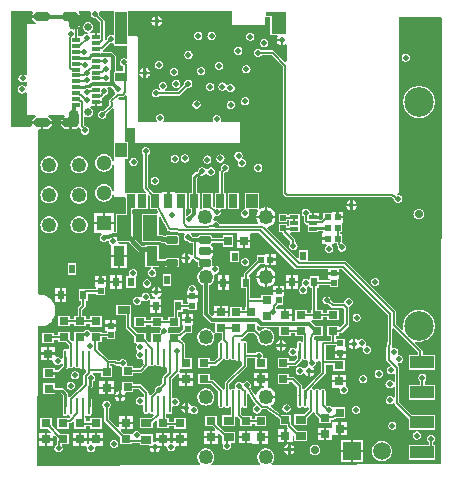
<source format=gbr>
%TF.GenerationSoftware,Altium Limited,Altium Designer,21.4.1 (30)*%
G04 Layer_Physical_Order=4*
G04 Layer_Color=16711680*
%FSLAX45Y45*%
%MOMM*%
%TF.SameCoordinates,F4A6E2B2-E63A-418B-8CEE-B9A354165880*%
%TF.FilePolarity,Positive*%
%TF.FileFunction,Copper,L4,Bot,Signal*%
%TF.Part,Single*%
G01*
G75*
%TA.AperFunction,Conductor*%
%ADD10C,0.20000*%
%ADD11C,0.20320*%
%ADD12C,0.25400*%
%ADD13C,0.30480*%
%TA.AperFunction,SMDPad,CuDef*%
%ADD18R,0.70000X0.80000*%
%ADD27R,2.00000X1.00000*%
%ADD29R,0.80000X0.70000*%
%ADD30R,0.52000X0.52000*%
%ADD31R,0.50000X0.52000*%
%ADD33R,0.52000X0.50000*%
%ADD37R,0.52000X0.52000*%
%TA.AperFunction,Conductor*%
%ADD55C,0.15240*%
%ADD56C,0.30000*%
%ADD57C,0.50800*%
%TA.AperFunction,ComponentPad*%
%ADD66C,0.63000*%
%ADD67O,1.35200X0.75200*%
%ADD68O,1.24000X0.75200*%
%ADD69R,1.30000X1.30000*%
%ADD70C,1.30000*%
%ADD71C,0.70000*%
%ADD72C,1.25000*%
%ADD73C,1.50000*%
%ADD74R,1.50000X1.50000*%
%TA.AperFunction,WasherPad*%
%ADD75C,2.50000*%
%TA.AperFunction,ViaPad*%
%ADD76C,0.50000*%
%TA.AperFunction,Conductor*%
%ADD77C,0.38100*%
%TA.AperFunction,ConnectorPad*%
%ADD78R,0.70000X0.30000*%
%TA.AperFunction,SMDPad,CuDef*%
%ADD79R,0.55000X0.80000*%
%ADD80R,1.25000X2.20000*%
%ADD81R,0.80000X0.65000*%
%ADD82R,1.30000X1.90000*%
%ADD83R,1.00000X2.80000*%
%ADD84R,1.00000X1.20000*%
%ADD85R,1.00000X1.20000*%
%ADD86R,0.70000X1.20000*%
%ADD87R,1.00000X0.80000*%
%ADD88R,0.65000X0.35000*%
%ADD89O,0.25000X1.45000*%
%ADD90R,0.90000X0.70000*%
G04:AMPARAMS|DCode=91|XSize=0.6mm|YSize=1mm|CornerRadius=0.051mm|HoleSize=0mm|Usage=FLASHONLY|Rotation=90.000|XOffset=0mm|YOffset=0mm|HoleType=Round|Shape=RoundedRectangle|*
%AMROUNDEDRECTD91*
21,1,0.60000,0.89800,0,0,90.0*
21,1,0.49800,1.00000,0,0,90.0*
1,1,0.10200,0.44900,0.24900*
1,1,0.10200,0.44900,-0.24900*
1,1,0.10200,-0.44900,-0.24900*
1,1,0.10200,-0.44900,0.24900*
%
%ADD91ROUNDEDRECTD91*%
%ADD92R,0.95000X1.70000*%
%ADD93R,0.60000X0.80000*%
%ADD94R,1.00000X0.70000*%
%TA.AperFunction,NonConductor*%
%ADD95R,0.52000X0.39000*%
G36*
X471820Y3857243D02*
X474208Y3851838D01*
X472706Y3846889D01*
X472031Y3840028D01*
X472706Y3833167D01*
X474708Y3826569D01*
X477958Y3820489D01*
X482332Y3815160D01*
X487661Y3810786D01*
X493741Y3807536D01*
X500339Y3805534D01*
X507200Y3804859D01*
X513038Y3805434D01*
X550826Y3767645D01*
Y3679000D01*
X526001D01*
Y3644000D01*
X506001D01*
Y3679000D01*
X471729D01*
X470473Y3679000D01*
X468586Y3687093D01*
X475807Y3696493D01*
X479487Y3699513D01*
X484673Y3705833D01*
X488527Y3713042D01*
X490899Y3720865D01*
X491701Y3729000D01*
X490899Y3737136D01*
X488527Y3744958D01*
X484673Y3752168D01*
X479487Y3758487D01*
X473168Y3763673D01*
X465958Y3767527D01*
X458135Y3769899D01*
X450000Y3770701D01*
X441865Y3769899D01*
X434042Y3767527D01*
X426833Y3763673D01*
X420513Y3758487D01*
X415327Y3752168D01*
X411474Y3744958D01*
X409101Y3737136D01*
X408299Y3729000D01*
X409101Y3720865D01*
X411474Y3713042D01*
X415327Y3705833D01*
X420513Y3699513D01*
X426833Y3694327D01*
X434042Y3690474D01*
X441472Y3688220D01*
X441898Y3688051D01*
X450359Y3675323D01*
X450371Y3674926D01*
X449008Y3670910D01*
X448300Y3670590D01*
X443614Y3672011D01*
X436753Y3672687D01*
X429892Y3672011D01*
X423294Y3670010D01*
X417214Y3666760D01*
X411885Y3662386D01*
X410783Y3661043D01*
X401000Y3654000D01*
X363772D01*
Y3712295D01*
X364570Y3713052D01*
X364727Y3713274D01*
X364948Y3713430D01*
X366480Y3715044D01*
X366625Y3715273D01*
X366837Y3715440D01*
X368282Y3717133D01*
X368414Y3717369D01*
X368618Y3717547D01*
X369972Y3719312D01*
X370092Y3719556D01*
X370286Y3719745D01*
X371546Y3721578D01*
X371653Y3721827D01*
X371837Y3722026D01*
X373000Y3723923D01*
X373093Y3724177D01*
X373266Y3724385D01*
X374328Y3726341D01*
X374408Y3726599D01*
X374570Y3726815D01*
X375528Y3728823D01*
X375595Y3729086D01*
X375746Y3729312D01*
X376597Y3731368D01*
X376650Y3731634D01*
X376788Y3731866D01*
X377531Y3733964D01*
X377570Y3734232D01*
X377696Y3734471D01*
X378328Y3736604D01*
X378353Y3736874D01*
X378466Y3737120D01*
X378986Y3739284D01*
X378996Y3739555D01*
X379097Y3739806D01*
X379502Y3741994D01*
X379498Y3742264D01*
X379585Y3742520D01*
X379876Y3744726D01*
X379858Y3744997D01*
X379932Y3745258D01*
X380106Y3747476D01*
X380074Y3747745D01*
X380134Y3748010D01*
X380192Y3750234D01*
X380169Y3750367D01*
X380196Y3750500D01*
Y3803509D01*
X381167Y3806709D01*
X381294Y3808000D01*
X370000D01*
Y3750500D01*
X369942Y3748276D01*
X369767Y3746058D01*
X369477Y3743852D01*
X369071Y3741664D01*
X368552Y3739500D01*
X367920Y3737367D01*
X367177Y3735269D01*
X366326Y3733214D01*
X365368Y3731206D01*
X364306Y3729250D01*
X363144Y3727353D01*
X361883Y3725519D01*
X360529Y3723754D01*
X359084Y3722062D01*
X357552Y3720448D01*
X355938Y3718916D01*
X354246Y3717471D01*
X352481Y3716117D01*
X350647Y3714857D01*
X348750Y3713694D01*
X346795Y3712632D01*
X344786Y3711674D01*
X342731Y3710823D01*
X340633Y3710080D01*
X338500Y3709448D01*
X336336Y3708929D01*
X334149Y3708523D01*
X331943Y3708233D01*
X329725Y3708058D01*
X327500Y3708000D01*
X325276Y3708058D01*
X323058Y3708233D01*
X320852Y3708523D01*
X318664Y3708929D01*
X316500Y3709448D01*
X314367Y3710080D01*
X312269Y3710823D01*
X310214Y3711674D01*
X308206Y3712632D01*
X306250Y3713694D01*
X304353Y3714857D01*
X302519Y3716117D01*
X300754Y3717471D01*
X299062Y3718916D01*
X297448Y3720448D01*
X295916Y3722062D01*
X294471Y3723754D01*
X293117Y3725519D01*
X291857Y3727353D01*
X290694Y3729250D01*
X289632Y3731206D01*
X288675Y3733214D01*
X287823Y3735269D01*
X287080Y3737367D01*
X286448Y3739500D01*
X285929Y3741664D01*
X285523Y3743852D01*
X285233Y3746058D01*
X285058Y3748276D01*
X285000Y3750500D01*
Y3763000D01*
X284980Y3763785D01*
X284918Y3764568D01*
X284816Y3765347D01*
X284672Y3766119D01*
X284489Y3766882D01*
X284266Y3767635D01*
X284004Y3768376D01*
X283703Y3769101D01*
X283365Y3769810D01*
X282991Y3770500D01*
X282580Y3771170D01*
X282135Y3771817D01*
X281657Y3772440D01*
X281147Y3773037D01*
X280607Y3773607D01*
X280037Y3774147D01*
X279440Y3774657D01*
X278817Y3775135D01*
X278170Y3775580D01*
X277500Y3775990D01*
X276810Y3776365D01*
X276101Y3776703D01*
X275376Y3777004D01*
X274635Y3777266D01*
X273882Y3777489D01*
X273119Y3777672D01*
X272347Y3777815D01*
X271568Y3777918D01*
X270785Y3777979D01*
X270000Y3778000D01*
X267907Y3778055D01*
X265819Y3778219D01*
X263743Y3778493D01*
X261684Y3778874D01*
X259647Y3779363D01*
X257639Y3779958D01*
X255665Y3780657D01*
X253731Y3781458D01*
X251840Y3782360D01*
X250000Y3783359D01*
X248215Y3784453D01*
X246489Y3785639D01*
X244827Y3786914D01*
X243235Y3788274D01*
X241716Y3789716D01*
X240274Y3791235D01*
X238914Y3792827D01*
X237639Y3794489D01*
X236453Y3796215D01*
X235359Y3798000D01*
X234360Y3799841D01*
X233458Y3801731D01*
X232657Y3803665D01*
X231958Y3805639D01*
X231363Y3807647D01*
X230874Y3809684D01*
X230493Y3811743D01*
X230219Y3813819D01*
X230055Y3815907D01*
X230000Y3818000D01*
X230055Y3820093D01*
X230219Y3822181D01*
X230493Y3824258D01*
X230874Y3826317D01*
X231363Y3828353D01*
X231958Y3830361D01*
X232657Y3832335D01*
X233458Y3834270D01*
X234360Y3836160D01*
X235359Y3838000D01*
X236453Y3839786D01*
X237639Y3841511D01*
X238914Y3843173D01*
X240274Y3844765D01*
X241716Y3846284D01*
X243235Y3847726D01*
X244827Y3849086D01*
X246489Y3850361D01*
X248215Y3851547D01*
X250000Y3852641D01*
X251840Y3853641D01*
X253731Y3854542D01*
X255665Y3855343D01*
X257639Y3856042D01*
X259647Y3856637D01*
X261684Y3857126D01*
X263743Y3857508D01*
X265819Y3857781D01*
X267907Y3857945D01*
X270000Y3858000D01*
X330000D01*
X332094Y3857945D01*
X334181Y3857781D01*
X336257Y3857508D01*
X338317Y3857126D01*
X340353Y3856637D01*
X342361Y3856042D01*
X344335Y3855343D01*
X346270Y3854542D01*
X348160Y3853641D01*
X350000Y3852641D01*
X351786Y3851547D01*
X353512Y3850361D01*
X355173Y3849086D01*
X356765Y3847726D01*
X358284Y3846284D01*
X359726Y3844765D01*
X361086Y3843173D01*
X362361Y3841511D01*
X363547Y3839786D01*
X364641Y3838000D01*
X365640Y3836160D01*
X366542Y3834270D01*
X367343Y3832335D01*
X368042Y3830361D01*
X368637Y3828353D01*
X368722Y3828000D01*
X381294D01*
X381167Y3829292D01*
X377873Y3840149D01*
X372524Y3850156D01*
X371144Y3851838D01*
X377150Y3864538D01*
X466214D01*
X471820Y3857243D01*
D02*
G37*
G36*
X1662146Y3864115D02*
X1665858Y3860537D01*
X1671404Y3851838D01*
Y3755192D01*
X1672180Y3751291D01*
X1674390Y3747983D01*
X1677698Y3745773D01*
X1681600Y3744997D01*
X1941823D01*
X1945725Y3745773D01*
X1949033Y3747983D01*
X1951243Y3751291D01*
X1952019Y3755192D01*
Y3810148D01*
X1952200Y3810296D01*
X1989100D01*
Y3659500D01*
X2047773D01*
X2053780Y3646800D01*
X2052403Y3645122D01*
X2048224Y3637304D01*
X2046009Y3630000D01*
X2090000D01*
Y3620000D01*
X2100000D01*
Y3576009D01*
X2107304Y3578224D01*
X2115122Y3582403D01*
X2117304Y3584194D01*
X2130004Y3578187D01*
Y3438446D01*
X2118271Y3433586D01*
X2027478Y3524378D01*
X2023267Y3527610D01*
X2018363Y3529641D01*
X2013100Y3530334D01*
X1918590D01*
X1914868Y3534868D01*
X1909539Y3539242D01*
X1903459Y3542492D01*
X1896861Y3544494D01*
X1890000Y3545169D01*
X1883139Y3544494D01*
X1876541Y3542492D01*
X1870461Y3539242D01*
X1865132Y3534868D01*
X1860758Y3529539D01*
X1857508Y3523459D01*
X1855507Y3516861D01*
X1854831Y3510000D01*
X1855507Y3503139D01*
X1857508Y3496541D01*
X1860758Y3490461D01*
X1865132Y3485132D01*
X1870461Y3480758D01*
X1876541Y3477508D01*
X1883139Y3475507D01*
X1890000Y3474831D01*
X1896861Y3475507D01*
X1903459Y3477508D01*
X1909539Y3480758D01*
X1914868Y3485132D01*
X1918590Y3489666D01*
X2004678D01*
X2099706Y3394638D01*
Y2324649D01*
X2100399Y2319387D01*
X2102430Y2314483D01*
X2105662Y2310271D01*
X2121053Y2294880D01*
X2125264Y2291648D01*
X2130168Y2289617D01*
X2135431Y2288924D01*
X3016429D01*
X3039961Y2273498D01*
X3040504Y2267981D01*
X3042506Y2261384D01*
X3045756Y2255303D01*
X3050130Y2249974D01*
X3055459Y2245600D01*
X3061539Y2242350D01*
X3068137Y2240349D01*
X3074998Y2239673D01*
X3081859Y2240349D01*
X3088457Y2242350D01*
X3094537Y2245600D01*
X3099866Y2249974D01*
X3104240Y2255303D01*
X3107490Y2261384D01*
X3109491Y2267981D01*
X3110167Y2274842D01*
X3109491Y2281704D01*
X3107490Y2288301D01*
X3104240Y2294381D01*
X3099866Y2299711D01*
X3094537Y2304085D01*
X3088457Y2307334D01*
X3081859Y2309336D01*
X3074998Y2310012D01*
X3070422Y2309561D01*
X3069560Y2310253D01*
X3069477Y2313156D01*
X3073083Y2323527D01*
X3073425Y2323797D01*
X3076409Y2325790D01*
X3078619Y2329098D01*
X3079396Y2333000D01*
Y3813609D01*
X3080537Y3815000D01*
X3435416D01*
X3444390Y3806014D01*
X3439544Y25415D01*
X2007024Y21287D01*
X2002323Y33974D01*
X2006424Y37476D01*
X2013835Y46154D01*
X2019798Y55884D01*
X2024165Y66427D01*
X2026829Y77523D01*
X2027724Y88900D01*
X2026829Y100277D01*
X2024165Y111373D01*
X2019798Y121916D01*
X2013835Y131646D01*
X2006424Y140324D01*
X1997746Y147735D01*
X1988016Y153698D01*
X1977473Y158065D01*
X1966377Y160729D01*
X1955000Y161624D01*
X1943623Y160729D01*
X1932527Y158065D01*
X1921984Y153698D01*
X1912254Y147735D01*
X1903576Y140324D01*
X1896165Y131646D01*
X1890202Y121916D01*
X1885835Y111373D01*
X1883171Y100277D01*
X1882276Y88900D01*
X1883171Y77523D01*
X1885835Y66427D01*
X1890202Y55884D01*
X1896165Y46154D01*
X1903576Y37476D01*
X1907995Y33702D01*
X1903326Y20988D01*
X1496803Y19817D01*
X1495732Y21373D01*
X1492603Y32505D01*
X1498424Y37476D01*
X1505835Y46154D01*
X1511798Y55884D01*
X1516165Y66427D01*
X1518829Y77523D01*
X1519724Y88900D01*
X1518829Y100277D01*
X1516165Y111373D01*
X1511798Y121916D01*
X1505835Y131646D01*
X1498424Y140324D01*
X1489746Y147735D01*
X1480016Y153698D01*
X1469473Y158065D01*
X1458377Y160729D01*
X1447000Y161624D01*
X1435623Y160729D01*
X1424527Y158065D01*
X1413984Y153698D01*
X1404254Y147735D01*
X1395576Y140324D01*
X1388165Y131646D01*
X1382202Y121916D01*
X1377835Y111373D01*
X1375171Y100277D01*
X1374276Y88900D01*
X1375171Y77523D01*
X1377835Y66427D01*
X1382202Y55884D01*
X1388165Y46154D01*
X1395576Y37476D01*
X1401704Y32243D01*
X1399432Y22649D01*
X1397404Y19530D01*
X29534Y15588D01*
X20549Y24563D01*
X22564Y1181443D01*
X22795Y1182520D01*
X27705Y1193672D01*
X49372D01*
X51823Y1193994D01*
X54291Y1194156D01*
X75543Y1198383D01*
X77887Y1199179D01*
X80274Y1199818D01*
X100293Y1208110D01*
X102435Y1209347D01*
X104652Y1210441D01*
X122668Y1222479D01*
X124529Y1224110D01*
X126489Y1225615D01*
X141811Y1240936D01*
X143317Y1242898D01*
X144947Y1244757D01*
X156985Y1262773D01*
X158078Y1264991D01*
X159315Y1267133D01*
X167607Y1287152D01*
X168247Y1289541D01*
X169042Y1291882D01*
X173269Y1313134D01*
X173431Y1315600D01*
X173754Y1318053D01*
Y1339721D01*
X173431Y1342174D01*
X173269Y1344641D01*
X169042Y1365893D01*
X168247Y1368235D01*
X167607Y1370623D01*
X159315Y1390642D01*
X158078Y1392784D01*
X156985Y1395001D01*
X144947Y1413017D01*
X143315Y1414878D01*
X141811Y1416838D01*
X126489Y1432160D01*
X124527Y1433666D01*
X122668Y1435296D01*
X104652Y1447334D01*
X102435Y1448427D01*
X100293Y1449664D01*
X80274Y1457956D01*
X77885Y1458596D01*
X75543Y1459391D01*
X54292Y1463618D01*
X51825Y1463780D01*
X49372Y1464103D01*
X35757D01*
X23762Y1474302D01*
X23077Y1476074D01*
X25471Y2849806D01*
X25475Y2849977D01*
X27109Y2854362D01*
X31261Y2858808D01*
X35570Y2861903D01*
X36214Y2862122D01*
X50000D01*
Y2880000D01*
X30000D01*
X27907Y2880055D01*
X25819Y2880219D01*
X23743Y2880493D01*
X21684Y2880874D01*
X19647Y2881363D01*
X17640Y2881958D01*
X15665Y2882657D01*
X13731Y2883458D01*
X11840Y2884360D01*
X10000Y2885359D01*
X8215Y2886453D01*
X6489Y2887639D01*
X4827Y2888914D01*
X3235Y2890274D01*
X1716Y2891716D01*
X274Y2893235D01*
X-1086Y2894827D01*
X-2361Y2896489D01*
X-3547Y2898215D01*
X-4641Y2900000D01*
X-5640Y2901841D01*
X-6542Y2903731D01*
X-7343Y2905666D01*
X-8042Y2907639D01*
X-8637Y2909647D01*
X-8722Y2910000D01*
X-26894D01*
X-26766Y2908708D01*
X-23473Y2897851D01*
X-31265Y2885488D01*
X-204512Y2885488D01*
X-204512Y3864538D01*
X-22750D01*
X-16743Y3851838D01*
X-18124Y3850156D01*
X-23473Y3840149D01*
X-26766Y3829292D01*
X-26894Y3828000D01*
X-8722D01*
X-8637Y3828353D01*
X-8042Y3830361D01*
X-7343Y3832335D01*
X-6542Y3834270D01*
X-5640Y3836160D01*
X-4641Y3838000D01*
X-3547Y3839786D01*
X-2361Y3841511D01*
X-1086Y3843173D01*
X274Y3844765D01*
X1716Y3846284D01*
X3235Y3847726D01*
X4827Y3849086D01*
X6489Y3850361D01*
X8215Y3851547D01*
X10000Y3852641D01*
X11840Y3853641D01*
X13731Y3854542D01*
X15665Y3855343D01*
X17640Y3856042D01*
X19647Y3856637D01*
X21684Y3857126D01*
X23743Y3857508D01*
X25819Y3857781D01*
X27907Y3857945D01*
X30000Y3858000D01*
X90000D01*
X92094Y3857945D01*
X94181Y3857781D01*
X96258Y3857508D01*
X98317Y3857126D01*
X100353Y3856637D01*
X102361Y3856042D01*
X104335Y3855343D01*
X106270Y3854542D01*
X108160Y3853641D01*
X110000Y3852641D01*
X111786Y3851547D01*
X113512Y3850361D01*
X115173Y3849086D01*
X116765Y3847726D01*
X118284Y3846284D01*
X119726Y3844765D01*
X121086Y3843173D01*
X122361Y3841511D01*
X123547Y3839786D01*
X124641Y3838000D01*
X125640Y3836160D01*
X126542Y3834270D01*
X127343Y3832335D01*
X128042Y3830361D01*
X128637Y3828353D01*
X129126Y3826317D01*
X129508Y3824258D01*
X129781Y3822181D01*
X129945Y3820093D01*
X130000Y3818000D01*
X129945Y3815907D01*
X129781Y3813819D01*
X129508Y3811743D01*
X129126Y3809684D01*
X128637Y3807647D01*
X128042Y3805639D01*
X127343Y3803665D01*
X126542Y3801731D01*
X125640Y3799841D01*
X124641Y3798000D01*
X123547Y3796215D01*
X122361Y3794489D01*
X121086Y3792827D01*
X119726Y3791235D01*
X118284Y3789716D01*
X116765Y3788274D01*
X115173Y3786914D01*
X113512Y3785639D01*
X111786Y3784453D01*
X110000Y3783359D01*
X108160Y3782360D01*
X106270Y3781458D01*
X104335Y3780657D01*
X102361Y3779958D01*
X100353Y3779363D01*
X98317Y3778874D01*
X96258Y3778493D01*
X94181Y3778219D01*
X92094Y3778055D01*
X90000Y3778000D01*
X30000D01*
X27907Y3778055D01*
X25819Y3778219D01*
X23743Y3778493D01*
X21684Y3778874D01*
X19647Y3779363D01*
X17640Y3779958D01*
X15665Y3780657D01*
X13731Y3781458D01*
X11840Y3782360D01*
X10000Y3783359D01*
X8215Y3784453D01*
X6489Y3785639D01*
X4827Y3786914D01*
X3235Y3788274D01*
X1716Y3789716D01*
X274Y3791235D01*
X-1086Y3792827D01*
X-2361Y3794489D01*
X-3547Y3796215D01*
X-4641Y3798000D01*
X-5640Y3799841D01*
X-6542Y3801731D01*
X-7343Y3803665D01*
X-8042Y3805639D01*
X-8637Y3807647D01*
X-8722Y3808000D01*
X-26894D01*
X-26766Y3806709D01*
X-23473Y3795851D01*
X-18124Y3785845D01*
X-10926Y3777074D01*
X-2155Y3769876D01*
X5302Y3765890D01*
X3312Y3753533D01*
X3170Y3753190D01*
X-61086D01*
X-64988Y3752414D01*
X-68296Y3750204D01*
X-70506Y3746896D01*
X-71282Y3742994D01*
Y3327442D01*
X-71710Y3327028D01*
X-83982Y3322028D01*
X-85461Y3323242D01*
X-91541Y3326492D01*
X-98139Y3328493D01*
X-105000Y3329169D01*
X-111861Y3328493D01*
X-118459Y3326492D01*
X-124539Y3323242D01*
X-129868Y3318868D01*
X-134242Y3313539D01*
X-137492Y3307459D01*
X-139493Y3300861D01*
X-140169Y3294000D01*
X-139493Y3287139D01*
X-137492Y3280541D01*
X-134242Y3274461D01*
X-129868Y3269132D01*
X-124539Y3264758D01*
X-118459Y3261508D01*
X-111861Y3259507D01*
X-105000Y3258831D01*
X-98139Y3259507D01*
X-91541Y3261508D01*
X-85461Y3264758D01*
X-83982Y3265972D01*
X-71710Y3260972D01*
X-71282Y3260558D01*
Y3229012D01*
X-83982Y3224467D01*
X-85132Y3225868D01*
X-90461Y3230242D01*
X-96541Y3233492D01*
X-103139Y3235493D01*
X-110000Y3236169D01*
X-116861Y3235493D01*
X-123459Y3233492D01*
X-129539Y3230242D01*
X-134868Y3225868D01*
X-139242Y3220539D01*
X-142492Y3214459D01*
X-144493Y3207861D01*
X-145169Y3201000D01*
X-144493Y3194139D01*
X-142492Y3187541D01*
X-139242Y3181461D01*
X-134868Y3176132D01*
X-129539Y3171758D01*
X-123459Y3168508D01*
X-116861Y3166506D01*
X-110000Y3165831D01*
X-103139Y3166506D01*
X-96541Y3168508D01*
X-90461Y3171758D01*
X-85132Y3176132D01*
X-83982Y3177533D01*
X-71282Y3172988D01*
Y2994994D01*
X-70506Y2991092D01*
X-68296Y2987784D01*
X-64988Y2985574D01*
X-61086Y2984798D01*
X3133D01*
X5279Y2972098D01*
X-2155Y2968124D01*
X-10926Y2960926D01*
X-18124Y2952156D01*
X-23473Y2942149D01*
X-26766Y2931292D01*
X-26894Y2930000D01*
X-8722D01*
X-8637Y2930353D01*
X-8042Y2932361D01*
X-7343Y2934335D01*
X-6542Y2936269D01*
X-5640Y2938160D01*
X-4641Y2940000D01*
X-3547Y2941786D01*
X-2361Y2943512D01*
X-1086Y2945173D01*
X274Y2946765D01*
X1716Y2948284D01*
X3235Y2949726D01*
X4827Y2951086D01*
X6489Y2952361D01*
X8215Y2953547D01*
X10000Y2954641D01*
X11840Y2955640D01*
X13731Y2956542D01*
X15665Y2957343D01*
X17640Y2958042D01*
X19647Y2958637D01*
X21684Y2959126D01*
X23743Y2959508D01*
X25819Y2959781D01*
X27907Y2959945D01*
X30000Y2960000D01*
X90000D01*
X92094Y2959945D01*
X94181Y2959781D01*
X96258Y2959508D01*
X98317Y2959126D01*
X100353Y2958637D01*
X102361Y2958042D01*
X104335Y2957343D01*
X106270Y2956542D01*
X108160Y2955640D01*
X110000Y2954641D01*
X111786Y2953547D01*
X113512Y2952361D01*
X115173Y2951086D01*
X116765Y2949726D01*
X118284Y2948284D01*
X119726Y2946765D01*
X121086Y2945173D01*
X122361Y2943512D01*
X123547Y2941786D01*
X124641Y2940000D01*
X125640Y2938160D01*
X126542Y2936269D01*
X127343Y2934335D01*
X128042Y2932361D01*
X128637Y2930353D01*
X128722Y2930000D01*
X146894D01*
X146767Y2931292D01*
X143473Y2942149D01*
X138124Y2952156D01*
X130926Y2960926D01*
X122156Y2968124D01*
X114721Y2972098D01*
X116867Y2984798D01*
X248733D01*
X250879Y2972098D01*
X243445Y2968124D01*
X234674Y2960926D01*
X227476Y2952156D01*
X222127Y2942149D01*
X218834Y2931292D01*
X218706Y2930000D01*
X231278D01*
X231363Y2930353D01*
X231958Y2932361D01*
X232657Y2934335D01*
X233458Y2936269D01*
X234360Y2938160D01*
X235359Y2940000D01*
X236453Y2941786D01*
X237639Y2943512D01*
X238914Y2945173D01*
X240274Y2946765D01*
X241716Y2948284D01*
X243235Y2949726D01*
X244827Y2951086D01*
X246489Y2952361D01*
X248215Y2953547D01*
X250000Y2954641D01*
X251840Y2955640D01*
X253731Y2956542D01*
X255665Y2957343D01*
X257639Y2958042D01*
X259647Y2958637D01*
X261684Y2959126D01*
X263743Y2959508D01*
X265819Y2959781D01*
X267907Y2959945D01*
X270000Y2960000D01*
X270785Y2960021D01*
X271568Y2960082D01*
X272347Y2960185D01*
X273119Y2960328D01*
X273882Y2960511D01*
X274635Y2960734D01*
X275376Y2960996D01*
X276101Y2961297D01*
X276810Y2961635D01*
X277500Y2962010D01*
X278170Y2962420D01*
X278817Y2962865D01*
X279440Y2963343D01*
X280037Y2963853D01*
X280607Y2964394D01*
X281147Y2964963D01*
X281657Y2965560D01*
X282135Y2966183D01*
X282580Y2966830D01*
X282991Y2967500D01*
X283365Y2968190D01*
X283703Y2968899D01*
X284004Y2969624D01*
X284266Y2970365D01*
X284489Y2971118D01*
X284672Y2971882D01*
X284816Y2972654D01*
X284918Y2973432D01*
X284980Y2974215D01*
X285000Y2975000D01*
Y2987500D01*
X285058Y2989724D01*
X285233Y2991942D01*
X285523Y2994149D01*
X285929Y2996336D01*
X286448Y2998500D01*
X287080Y3000633D01*
X287823Y3002731D01*
X288675Y3004786D01*
X289632Y3006795D01*
X290694Y3008750D01*
X291857Y3010647D01*
X293117Y3012481D01*
X294471Y3014246D01*
X295916Y3015938D01*
X297448Y3017552D01*
X299062Y3019084D01*
X300754Y3020529D01*
X302519Y3021883D01*
X304353Y3023144D01*
X306250Y3024306D01*
X308206Y3025368D01*
X310214Y3026326D01*
X312269Y3027177D01*
X314367Y3027920D01*
X316500Y3028552D01*
X318664Y3029071D01*
X320852Y3029477D01*
X323058Y3029767D01*
X325276Y3029942D01*
X327500Y3030000D01*
X329725Y3029942D01*
X331943Y3029767D01*
X334149Y3029477D01*
X336336Y3029071D01*
X338500Y3028552D01*
X340633Y3027920D01*
X342731Y3027177D01*
X344786Y3026326D01*
X346795Y3025368D01*
X348750Y3024306D01*
X350647Y3023144D01*
X352481Y3021883D01*
X354246Y3020529D01*
X355938Y3019084D01*
X357552Y3017552D01*
X359084Y3015938D01*
X360529Y3014246D01*
X361883Y3012481D01*
X363144Y3010647D01*
X364306Y3008750D01*
X365368Y3006795D01*
X366326Y3004786D01*
X367177Y3002731D01*
X367920Y3000633D01*
X368552Y2998500D01*
X369071Y2996336D01*
X369477Y2994149D01*
X369767Y2991942D01*
X369942Y2989724D01*
X370000Y2987500D01*
Y2920000D01*
X369945Y2917907D01*
X369781Y2915819D01*
X369508Y2913743D01*
X369126Y2911684D01*
X368637Y2909647D01*
X368042Y2907639D01*
X367343Y2905666D01*
X366542Y2903731D01*
X365640Y2901841D01*
X364641Y2900000D01*
X363547Y2898215D01*
X362361Y2896489D01*
X361086Y2894827D01*
X359726Y2893235D01*
X358284Y2891716D01*
X356765Y2890274D01*
X355173Y2888914D01*
X353512Y2887639D01*
X351786Y2886453D01*
X350000Y2885359D01*
X348160Y2884360D01*
X346270Y2883458D01*
X344335Y2882657D01*
X342361Y2881958D01*
X340353Y2881363D01*
X338317Y2880874D01*
X336257Y2880493D01*
X334181Y2880219D01*
X332094Y2880055D01*
X330000Y2880000D01*
X310000D01*
Y2862122D01*
X324400D01*
X335692Y2863234D01*
X346549Y2866527D01*
X356556Y2871876D01*
X365326Y2879074D01*
X366375Y2880351D01*
X368454Y2880709D01*
X380660Y2877738D01*
X380730Y2877568D01*
X383962Y2873357D01*
X391569Y2865750D01*
X389961Y2860450D01*
X389285Y2853589D01*
X389961Y2846728D01*
X391962Y2840130D01*
X395212Y2834050D01*
X399586Y2828721D01*
X404916Y2824347D01*
X410996Y2821097D01*
X417593Y2819096D01*
X424455Y2818420D01*
X431316Y2819096D01*
X437913Y2821097D01*
X443994Y2824347D01*
X449323Y2828721D01*
X453697Y2834050D01*
X456947Y2840130D01*
X458948Y2846728D01*
X459624Y2853589D01*
X458948Y2860450D01*
X456947Y2867048D01*
X453697Y2873128D01*
X449323Y2878458D01*
X443994Y2882831D01*
X437913Y2886081D01*
X431316Y2888083D01*
X426250Y2888582D01*
X418674Y2896157D01*
Y2964593D01*
X420334Y2966574D01*
X431374Y2971900D01*
X434042Y2970474D01*
X441865Y2968101D01*
X450000Y2967299D01*
X458135Y2968101D01*
X465958Y2970474D01*
X473168Y2974327D01*
X479487Y2979513D01*
X484673Y2985832D01*
X488527Y2993042D01*
X490899Y3000865D01*
X491701Y3009000D01*
X490899Y3017135D01*
X488527Y3024958D01*
X484673Y3032168D01*
X479487Y3038487D01*
X473168Y3043673D01*
X468253Y3046300D01*
X468877Y3054945D01*
X470473Y3059000D01*
X506002D01*
Y3094001D01*
X516002D01*
Y3104001D01*
X571000D01*
Y3129000D01*
X578124Y3138749D01*
X589168Y3149793D01*
X592861Y3150157D01*
X599459Y3152158D01*
X605539Y3155408D01*
X610868Y3159782D01*
X615242Y3165112D01*
X618492Y3171192D01*
X620494Y3177789D01*
X621169Y3184650D01*
X620494Y3191512D01*
X618492Y3198109D01*
X615242Y3204189D01*
X613995Y3205710D01*
X618911Y3217881D01*
X619421Y3218410D01*
X646670D01*
X669807Y3195273D01*
X669857Y3194765D01*
X671858Y3188168D01*
X675108Y3182087D01*
X679482Y3176758D01*
X680859Y3161322D01*
X633115Y3113577D01*
X629883Y3109366D01*
X627852Y3104462D01*
X627159Y3099199D01*
X627852Y3093936D01*
X628245Y3092988D01*
Y3071346D01*
X578112Y3021213D01*
X576350Y3021748D01*
X569489Y3022423D01*
X562628Y3021748D01*
X556030Y3019746D01*
X549950Y3016496D01*
X544620Y3012122D01*
X540247Y3006793D01*
X536997Y3000713D01*
X534995Y2994115D01*
X534319Y2987254D01*
X534995Y2980393D01*
X536997Y2973795D01*
X540247Y2967715D01*
X544620Y2962386D01*
X549950Y2958012D01*
X556030Y2954762D01*
X562628Y2952761D01*
X569489Y2952085D01*
X576350Y2952761D01*
X582948Y2954762D01*
X589028Y2958012D01*
X594357Y2962386D01*
X598731Y2967715D01*
X601981Y2973795D01*
X603982Y2980393D01*
X604658Y2987254D01*
X604390Y2989979D01*
X658108Y3043697D01*
X670808Y3038436D01*
Y2755500D01*
X670811Y2755488D01*
X670000Y2754500D01*
X670000D01*
Y2614500D01*
X670000D01*
X670850Y2613465D01*
X670808Y2613256D01*
Y2594927D01*
X658108Y2593424D01*
X655750Y2603248D01*
X651232Y2614155D01*
X645064Y2624220D01*
X637397Y2633197D01*
X628420Y2640864D01*
X618355Y2647032D01*
X607448Y2651550D01*
X595969Y2654305D01*
X584200Y2655232D01*
X572431Y2654305D01*
X560952Y2651550D01*
X550045Y2647032D01*
X539980Y2640864D01*
X531003Y2633197D01*
X523336Y2624220D01*
X517168Y2614155D01*
X512650Y2603248D01*
X509895Y2591769D01*
X508968Y2580000D01*
X509895Y2568231D01*
X512650Y2556752D01*
X517168Y2545845D01*
X523336Y2535780D01*
X531003Y2526803D01*
X539980Y2519136D01*
X550045Y2512968D01*
X560952Y2508450D01*
X572431Y2505695D01*
X584200Y2504768D01*
X595969Y2505695D01*
X607448Y2508450D01*
X618355Y2512968D01*
X628420Y2519136D01*
X637397Y2526803D01*
X645064Y2535780D01*
X651232Y2545845D01*
X655750Y2556752D01*
X658108Y2566576D01*
X670808Y2565073D01*
Y2340927D01*
X658108Y2339424D01*
X655750Y2349248D01*
X651232Y2360155D01*
X645064Y2370220D01*
X637397Y2379197D01*
X628420Y2386864D01*
X618355Y2393032D01*
X607448Y2397550D01*
X595969Y2400305D01*
X584200Y2401232D01*
X572431Y2400305D01*
X560952Y2397550D01*
X550045Y2393032D01*
X539980Y2386864D01*
X531003Y2379197D01*
X523336Y2370220D01*
X517168Y2360155D01*
X512650Y2349248D01*
X509895Y2337769D01*
X508968Y2326000D01*
X509895Y2314231D01*
X512650Y2302752D01*
X517168Y2291845D01*
X523336Y2281780D01*
X531003Y2272803D01*
X539980Y2265136D01*
X550045Y2258968D01*
X560952Y2254450D01*
X572431Y2251695D01*
X584200Y2250768D01*
X595969Y2251695D01*
X607448Y2254450D01*
X618355Y2258968D01*
X628420Y2265136D01*
X637397Y2272803D01*
X645064Y2281780D01*
X651232Y2291845D01*
X655750Y2302752D01*
X658108Y2312576D01*
X670808Y2311073D01*
Y2299196D01*
X671584Y2295294D01*
X673794Y2291987D01*
X677102Y2289776D01*
X681004Y2289000D01*
X755004D01*
X757300Y2289457D01*
X761385Y2288155D01*
X770000Y2282521D01*
Y2184500D01*
X770542D01*
Y2149492D01*
X684477D01*
Y1989745D01*
X669481D01*
X669200Y2001967D01*
Y2062000D01*
X499200D01*
Y1987000D01*
X563157D01*
X566338Y1974300D01*
X564761Y1973457D01*
X559432Y1969083D01*
X555058Y1963754D01*
X551808Y1957674D01*
X549807Y1951076D01*
X549131Y1944215D01*
X549807Y1937354D01*
X551808Y1930756D01*
X555058Y1924676D01*
X559432Y1919346D01*
X564761Y1914973D01*
X570841Y1911723D01*
X577439Y1909721D01*
X584300Y1909045D01*
X591161Y1909721D01*
X597759Y1911723D01*
X603839Y1914973D01*
X609168Y1919346D01*
X622909Y1917446D01*
X623996Y1916234D01*
X623781Y1914050D01*
X624456Y1907189D01*
X626458Y1900591D01*
X629708Y1894511D01*
X634082Y1889182D01*
X639411Y1884808D01*
X642519Y1883147D01*
Y1800020D01*
X710017D01*
X777519D01*
Y1895019D01*
X714178D01*
X706451Y1907719D01*
X707369Y1909492D01*
X791569D01*
X872160Y1828901D01*
X878228Y1824245D01*
X885295Y1821318D01*
X892878Y1820319D01*
X932518D01*
Y1695019D01*
X985681D01*
X986305Y1682319D01*
X986259Y1682315D01*
X979661Y1680314D01*
X973581Y1677064D01*
X968252Y1672690D01*
X963878Y1667360D01*
X960628Y1661280D01*
X958627Y1654683D01*
X957951Y1647821D01*
X958627Y1640960D01*
X960628Y1634363D01*
X963878Y1628282D01*
X968252Y1622953D01*
X973581Y1618579D01*
X979661Y1615329D01*
X986259Y1613328D01*
X993120Y1612652D01*
X999981Y1613328D01*
X1006579Y1615329D01*
X1012659Y1618579D01*
X1017989Y1622953D01*
X1022362Y1628282D01*
X1025612Y1634363D01*
X1027614Y1640960D01*
X1028290Y1647821D01*
X1027614Y1654683D01*
X1025612Y1661280D01*
X1022362Y1667360D01*
X1017989Y1672690D01*
X1012659Y1677064D01*
X1006579Y1680314D01*
X999981Y1682315D01*
X999935Y1682319D01*
X1000559Y1695019D01*
X1047518D01*
Y1704699D01*
X1103279D01*
X1103376Y1704208D01*
X1106714Y1699214D01*
X1111708Y1695876D01*
X1117600Y1694704D01*
X1207400D01*
X1213292Y1695876D01*
X1218287Y1699214D01*
X1221624Y1704208D01*
X1222796Y1710100D01*
Y1759900D01*
X1221624Y1765792D01*
X1218287Y1770787D01*
X1213292Y1774124D01*
X1207400Y1775296D01*
X1117600D01*
X1111708Y1774124D01*
X1106714Y1770787D01*
X1103376Y1765792D01*
X1102881Y1763301D01*
X1047518D01*
Y1885019D01*
X969662D01*
X967916Y1885191D01*
X966171Y1885019D01*
X932518D01*
Y1878921D01*
X905015D01*
X829477Y1954458D01*
Y2149492D01*
X821458D01*
Y2175520D01*
X830438Y2184500D01*
X860000Y2184500D01*
X872700Y2184500D01*
X955000D01*
Y2303342D01*
X966319Y2308211D01*
X974827Y2301238D01*
Y2254500D01*
X975000Y2253188D01*
Y2184500D01*
X1032446D01*
X1043600Y2162192D01*
X1035751Y2149492D01*
X904477D01*
Y1909492D01*
X1049477D01*
X1049477Y1909492D01*
X1061233Y1907211D01*
X1064886Y1905697D01*
X1072470Y1904699D01*
X1072472Y1904699D01*
X1102204D01*
Y1900100D01*
X1103376Y1894208D01*
X1106714Y1889213D01*
X1111708Y1885876D01*
X1117600Y1884704D01*
X1207400D01*
X1213292Y1885876D01*
X1218287Y1889213D01*
X1221624Y1894208D01*
X1222796Y1900100D01*
Y1949900D01*
X1221624Y1955792D01*
X1218287Y1960787D01*
X1213292Y1964124D01*
X1207400Y1965296D01*
X1117600D01*
X1111708Y1964124D01*
X1110476Y1963301D01*
X1084106D01*
X1080189Y1966306D01*
X1073122Y1969233D01*
X1065539Y1970232D01*
X1049477D01*
Y2122039D01*
X1062177Y2125037D01*
X1114407Y2020577D01*
X1114408Y2020575D01*
X1114540Y2020311D01*
X1114544Y2020305D01*
X1114547Y2020297D01*
X1115922Y2017546D01*
X1115924Y2017543D01*
X1116262Y2017043D01*
X1116493Y2016483D01*
X1116503Y2016471D01*
X1117732Y2014869D01*
X1118872Y2013183D01*
X1119594Y2012443D01*
X1119699Y2012305D01*
X1121977Y2009997D01*
X1121981Y2009992D01*
X1121982Y2009993D01*
X1126505Y2005498D01*
X1128154Y2004234D01*
X1128156Y2004232D01*
X1130680Y2002296D01*
X1130683Y2002293D01*
X1131379Y2002005D01*
X1135548Y2000278D01*
X1137339Y2000003D01*
X1137340Y2000003D01*
X1149834Y1997688D01*
X1194454Y1991813D01*
X1239321Y1988282D01*
X1262169Y1987684D01*
X1265432Y1982663D01*
X1267387Y1974843D01*
X1264758Y1971639D01*
X1261508Y1965559D01*
X1259506Y1958961D01*
X1258831Y1952100D01*
X1259506Y1945239D01*
X1261508Y1938641D01*
X1264758Y1932561D01*
X1269132Y1927232D01*
X1274461Y1922858D01*
X1280541Y1919608D01*
X1287139Y1917607D01*
X1294000Y1916931D01*
X1298050Y1917330D01*
X1308381Y1906999D01*
X1313653Y1902953D01*
X1319793Y1900410D01*
X1326382Y1899542D01*
X1336766D01*
Y1800143D01*
X1334750Y1798666D01*
X1320837Y1797755D01*
X1315214Y1804606D01*
X1308362Y1810230D01*
X1300544Y1814408D01*
X1293240Y1816624D01*
Y1772633D01*
Y1728641D01*
X1300544Y1730857D01*
X1308362Y1735036D01*
X1315214Y1740659D01*
X1320837Y1747511D01*
X1325016Y1755329D01*
X1327589Y1763811D01*
X1327650Y1764433D01*
X1334830Y1767224D01*
X1340709Y1767448D01*
X1342721Y1764824D01*
X1351017Y1756529D01*
X1351516Y1756145D01*
X1351929Y1755670D01*
X1353615Y1754535D01*
X1355228Y1753297D01*
X1355810Y1753056D01*
X1356332Y1752704D01*
X1359299Y1751227D01*
X1377204Y1742311D01*
Y1710100D01*
X1378376Y1704208D01*
X1381714Y1699214D01*
X1386708Y1695876D01*
X1392600Y1694704D01*
X1422771D01*
X1424526Y1682065D01*
X1413984Y1677698D01*
X1404254Y1671735D01*
X1395576Y1664324D01*
X1388165Y1655646D01*
X1382202Y1645916D01*
X1377835Y1635373D01*
X1375171Y1624277D01*
X1374276Y1612900D01*
X1375171Y1601523D01*
X1377835Y1590427D01*
X1382202Y1579884D01*
X1388165Y1570154D01*
X1395576Y1561476D01*
X1404254Y1554065D01*
X1413984Y1548102D01*
X1421546Y1544970D01*
Y1300697D01*
X1422413Y1294108D01*
X1424956Y1287968D01*
X1429002Y1282695D01*
X1485294Y1226404D01*
X1490566Y1222358D01*
X1496706Y1219815D01*
X1503295Y1218947D01*
X1523000D01*
Y1149660D01*
X1522999Y1149659D01*
X1523000Y1149659D01*
X1522999Y1143308D01*
X1519693Y1141717D01*
X1510299Y1140361D01*
X1505835Y1147646D01*
X1498424Y1156324D01*
X1489746Y1163735D01*
X1480016Y1169698D01*
X1469473Y1174065D01*
X1458377Y1176729D01*
X1447000Y1177624D01*
X1435623Y1176729D01*
X1424527Y1174065D01*
X1413984Y1169698D01*
X1404254Y1163735D01*
X1395576Y1156324D01*
X1388165Y1147646D01*
X1382202Y1137916D01*
X1377835Y1127373D01*
X1375171Y1116277D01*
X1374276Y1104900D01*
X1375171Y1093523D01*
X1377835Y1082427D01*
X1382202Y1071884D01*
X1388165Y1062154D01*
X1395576Y1053476D01*
X1404254Y1046065D01*
X1413984Y1040102D01*
X1424527Y1035735D01*
X1435623Y1033071D01*
X1447000Y1032176D01*
X1458377Y1033071D01*
X1469473Y1035735D01*
X1480016Y1040102D01*
X1489746Y1046065D01*
X1498424Y1053476D01*
X1505835Y1062154D01*
X1511798Y1071884D01*
X1516165Y1082427D01*
X1518829Y1093523D01*
X1519724Y1104900D01*
X1518829Y1116277D01*
X1516165Y1127373D01*
X1515825Y1128326D01*
X1515825Y1128326D01*
D01*
X1525510Y1138000D01*
X1533501Y1138000D01*
X1582827D01*
Y1084558D01*
X1578514Y1076529D01*
X1571191Y1071908D01*
X1570526Y1071821D01*
X1565053Y1069554D01*
X1560353Y1065947D01*
X1556746Y1061247D01*
X1554479Y1055774D01*
X1553706Y1049900D01*
Y935963D01*
X1518577Y900834D01*
X1480000D01*
Y923000D01*
X1380000D01*
Y838000D01*
X1480000D01*
Y860166D01*
X1527000D01*
X1532263Y860859D01*
X1537167Y862890D01*
X1541378Y866122D01*
X1583916Y908659D01*
X1587747Y910246D01*
X1592447Y913853D01*
X1594070Y915968D01*
X1599856Y917148D01*
X1602943D01*
X1608730Y915968D01*
X1610353Y913853D01*
X1615053Y910246D01*
X1620526Y907979D01*
X1626400Y907206D01*
X1632273Y907979D01*
X1637747Y910246D01*
X1642447Y913853D01*
X1644070Y915969D01*
X1649857Y917148D01*
X1652943D01*
X1658729Y915969D01*
X1660353Y913853D01*
X1665053Y910246D01*
X1670527Y907979D01*
X1676400Y907206D01*
X1682273Y907979D01*
X1687747Y910246D01*
X1694618Y912431D01*
X1703102Y906876D01*
X1703221Y906721D01*
X1710010Y901511D01*
X1716400Y898864D01*
Y989899D01*
X1736400D01*
Y898865D01*
X1742790Y901511D01*
X1743367Y901954D01*
X1756067Y895691D01*
Y870824D01*
X1612020Y726778D01*
X1608789Y722567D01*
X1606757Y717663D01*
X1606064Y712400D01*
Y664063D01*
X1593364Y659752D01*
X1592447Y660947D01*
X1587747Y664554D01*
X1583531Y666300D01*
X1512571Y737260D01*
X1508393Y740466D01*
X1503528Y742481D01*
X1498307Y743168D01*
X1480000D01*
Y788000D01*
X1380000D01*
Y703000D01*
X1451160D01*
X1452501Y702823D01*
X1489951D01*
X1553706Y639068D01*
Y524900D01*
X1554479Y519026D01*
X1556746Y513553D01*
X1560353Y508853D01*
X1561000Y508357D01*
X1562023Y507024D01*
X1566234Y503792D01*
X1571138Y501761D01*
X1576401Y501068D01*
X1581664Y501761D01*
X1586568Y503792D01*
X1590779Y507024D01*
X1591805Y508360D01*
X1592447Y508853D01*
X1594070Y510968D01*
X1599856Y512148D01*
X1602943D01*
X1608730Y510968D01*
X1610353Y508853D01*
X1615053Y505246D01*
X1620526Y502979D01*
X1626400Y502206D01*
X1632273Y502979D01*
X1637747Y505246D01*
X1642447Y508853D01*
X1644070Y510969D01*
X1644280Y511012D01*
X1654748Y508857D01*
X1656828Y507734D01*
Y440000D01*
X1587900D01*
Y350000D01*
X1697900D01*
Y427893D01*
X1701902Y429912D01*
X1710600Y431279D01*
X1712134Y429280D01*
X1735140Y406273D01*
Y350000D01*
X1835140D01*
Y372126D01*
X1860000D01*
Y347500D01*
X1960000D01*
Y437500D01*
X1860000D01*
Y412471D01*
X1835140D01*
Y435000D01*
X1763470D01*
X1746571Y451900D01*
Y506197D01*
X1759271Y510264D01*
X1760353Y508853D01*
X1765053Y505246D01*
X1770527Y502979D01*
X1776400Y502206D01*
X1782274Y502979D01*
X1787747Y505246D01*
X1792447Y508853D01*
X1796054Y513553D01*
X1798321Y519026D01*
X1799094Y524900D01*
Y617829D01*
X1811277Y621418D01*
X1858181Y548710D01*
X1859577Y547065D01*
X1860889Y545355D01*
X1867979Y538266D01*
X1866188Y526677D01*
X1864599Y523685D01*
X1859747Y521091D01*
X1854418Y516718D01*
X1850044Y511388D01*
X1846794Y505308D01*
X1844793Y498710D01*
X1844117Y491849D01*
X1844793Y484988D01*
X1846794Y478390D01*
X1850044Y472310D01*
X1854418Y466981D01*
X1859747Y462607D01*
X1865828Y459357D01*
X1872425Y457356D01*
X1879286Y456680D01*
X1886148Y457356D01*
X1892745Y459357D01*
X1898825Y462607D01*
X1904155Y466981D01*
X1908529Y472310D01*
X1911778Y478390D01*
X1913780Y484988D01*
X1919842Y492731D01*
X1927015Y493906D01*
X1952764D01*
X2070900Y409332D01*
Y357500D01*
X2130406D01*
Y354699D01*
X2131099Y349436D01*
X2133131Y344532D01*
X2136362Y340321D01*
X2142450Y334233D01*
X2137590Y322500D01*
X2130900D01*
Y267500D01*
Y212500D01*
X2180900D01*
Y265907D01*
X2193600Y272695D01*
X2195440Y271466D01*
Y220000D01*
X2305440D01*
Y310000D01*
X2224196D01*
X2171074Y363122D01*
Y377660D01*
X2170900Y378983D01*
Y447500D01*
X2087449D01*
X1997304Y512035D01*
X1998500Y526799D01*
X2003642Y529950D01*
X2013516Y538383D01*
X2021950Y548258D01*
X2028735Y559330D01*
X2033705Y571327D01*
X2036736Y583954D01*
X2036968Y586900D01*
X1955000D01*
Y606900D01*
X2036968D01*
X2036736Y609846D01*
X2033705Y622473D01*
X2028735Y634470D01*
X2021950Y645542D01*
X2013516Y655417D01*
X2003642Y663850D01*
X1992570Y670635D01*
X1980573Y675605D01*
X1969762Y678200D01*
X1970600Y690900D01*
X1970600D01*
Y735898D01*
X1920598D01*
Y690900D01*
X1938735D01*
X1940238Y678200D01*
X1929427Y675605D01*
X1917430Y670635D01*
X1906358Y663850D01*
X1896483Y655417D01*
X1888050Y645542D01*
X1881265Y634470D01*
X1876295Y622473D01*
X1875701Y619999D01*
X1862084Y617680D01*
X1824192Y676417D01*
X1826475Y680687D01*
X1828476Y687285D01*
X1829152Y694146D01*
X1828476Y701007D01*
X1826475Y707605D01*
X1823225Y713685D01*
X1818851Y719014D01*
X1813521Y723388D01*
X1807441Y726638D01*
X1800844Y728639D01*
X1793982Y729315D01*
X1787121Y728639D01*
X1780524Y726638D01*
X1774443Y723388D01*
X1769114Y719014D01*
X1768680Y718486D01*
X1768417Y718319D01*
X1755034Y717286D01*
X1752723Y718143D01*
X1748547Y721570D01*
X1742467Y724820D01*
X1735870Y726822D01*
X1729008Y727497D01*
X1722147Y726822D01*
X1715550Y724820D01*
X1709469Y721570D01*
X1704140Y717196D01*
X1699766Y711867D01*
X1696516Y705787D01*
X1694515Y699189D01*
X1693839Y692328D01*
X1694515Y685467D01*
X1696516Y678869D01*
X1699766Y672789D01*
X1701751Y670370D01*
X1701758Y670298D01*
X1701675Y669747D01*
X1701457Y669294D01*
X1701084Y668949D01*
X1687747Y664554D01*
X1682273Y666821D01*
X1676400Y667594D01*
X1670527Y666821D01*
X1665053Y664554D01*
X1660353Y660947D01*
X1659432Y659747D01*
X1646732Y664059D01*
Y703977D01*
X1790779Y848024D01*
X1794010Y852235D01*
X1796042Y857139D01*
X1796735Y862402D01*
Y920197D01*
X1798321Y924026D01*
X1798558Y925827D01*
X1860600D01*
Y835900D01*
X1960600D01*
Y925900D01*
X1938643D01*
X1936832Y927008D01*
X1929630Y938600D01*
X1929793Y939139D01*
X1930469Y946000D01*
X1929793Y952861D01*
X1927792Y959459D01*
X1924542Y965539D01*
X1920168Y970868D01*
X1914839Y975242D01*
X1908759Y978492D01*
X1902161Y980493D01*
X1895300Y981169D01*
X1888439Y980493D01*
X1881841Y978492D01*
X1875761Y975242D01*
X1870432Y970868D01*
X1866578Y966172D01*
X1799094D01*
Y1049900D01*
X1798321Y1055774D01*
X1796054Y1061247D01*
X1792447Y1065947D01*
X1787747Y1069554D01*
X1782274Y1071821D01*
X1776400Y1072594D01*
X1770527Y1071821D01*
X1765053Y1069554D01*
X1758182Y1067369D01*
X1749698Y1072924D01*
X1749579Y1073079D01*
X1744303Y1077128D01*
X1744622Y1082470D01*
X1747845Y1089828D01*
X1749000D01*
X1754221Y1090515D01*
X1759086Y1092530D01*
X1763264Y1095736D01*
X1805528Y1138000D01*
X1853472D01*
X1882589Y1108883D01*
X1882276Y1104900D01*
X1883171Y1093523D01*
X1885835Y1082427D01*
X1890202Y1071884D01*
X1896165Y1062154D01*
X1903576Y1053476D01*
X1912254Y1046065D01*
X1921984Y1040102D01*
X1932527Y1035735D01*
X1943623Y1033071D01*
X1955000Y1032176D01*
X1966377Y1033071D01*
X1977473Y1035735D01*
X1988016Y1040102D01*
X1997746Y1046065D01*
X2006424Y1053476D01*
X2013835Y1062154D01*
X2019798Y1071884D01*
X2024165Y1082427D01*
X2026829Y1093523D01*
X2027724Y1104900D01*
X2026829Y1116277D01*
X2024165Y1127373D01*
X2019798Y1137916D01*
X2013835Y1147646D01*
X2006424Y1156324D01*
X1997746Y1163735D01*
X1988016Y1169698D01*
X1977473Y1174065D01*
X1966377Y1176729D01*
X1955000Y1177624D01*
X1943623Y1176729D01*
X1932527Y1174065D01*
X1921984Y1169698D01*
X1912254Y1163735D01*
X1903576Y1156324D01*
X1892634Y1155894D01*
X1877000Y1171528D01*
Y1199798D01*
X1888733Y1204658D01*
X1893473Y1199919D01*
X1898745Y1195873D01*
X1904885Y1193330D01*
X1911474Y1192462D01*
X2068360D01*
Y1112680D01*
X2168360D01*
Y1135010D01*
X2203832D01*
Y1112680D01*
X2269665D01*
Y1069062D01*
X2256965Y1064751D01*
X2256047Y1065947D01*
X2251347Y1069554D01*
X2245873Y1071821D01*
X2240000Y1072594D01*
X2234126Y1071821D01*
X2228653Y1069554D01*
X2223953Y1065947D01*
X2220346Y1061247D01*
X2218079Y1055774D01*
X2217306Y1049900D01*
Y1011034D01*
X2212430Y1007722D01*
X2204606Y1005634D01*
X2201427Y1008242D01*
X2195347Y1011492D01*
X2188750Y1013494D01*
X2181888Y1014169D01*
X2175027Y1013494D01*
X2168430Y1011492D01*
X2162349Y1008242D01*
X2157020Y1003868D01*
X2152646Y998539D01*
X2149396Y992459D01*
X2147395Y985861D01*
X2146719Y979000D01*
X2147395Y972139D01*
X2149396Y965541D01*
X2152646Y959461D01*
X2157020Y954132D01*
X2162349Y949758D01*
X2168430Y946508D01*
X2175027Y944507D01*
X2181888Y943831D01*
X2188750Y944507D01*
X2195347Y946508D01*
X2201427Y949758D01*
X2204606Y952366D01*
X2212430Y950279D01*
X2217306Y946967D01*
Y929900D01*
X2218079Y924026D01*
X2218742Y922426D01*
X2195409Y899092D01*
X2154321D01*
Y923000D01*
X2054321D01*
Y838000D01*
X2154321D01*
Y858424D01*
X2203832D01*
X2209094Y859117D01*
X2213998Y861149D01*
X2218210Y864380D01*
X2253483Y899653D01*
X2256714Y903865D01*
X2258746Y908769D01*
X2259303Y913002D01*
X2262345Y914532D01*
X2271581Y916121D01*
X2272329Y915968D01*
X2273953Y913853D01*
X2278653Y910246D01*
X2284126Y907979D01*
X2290000Y907206D01*
X2295873Y907979D01*
X2301347Y910246D01*
X2301795Y910591D01*
X2311703Y902185D01*
X2311208Y901259D01*
X2309206Y894661D01*
X2308531Y887800D01*
X2309206Y880939D01*
X2311208Y874341D01*
X2312997Y870994D01*
X2313156Y869296D01*
X2311287Y862646D01*
X2307761Y856402D01*
X2305696Y855776D01*
X2297878Y851597D01*
X2291026Y845974D01*
X2285403Y839122D01*
X2271642Y839139D01*
X2267268Y844468D01*
X2261939Y848842D01*
X2255859Y852092D01*
X2249261Y854094D01*
X2242400Y854769D01*
X2235539Y854094D01*
X2228941Y852092D01*
X2222861Y848842D01*
X2217532Y844468D01*
X2213158Y839139D01*
X2209908Y833059D01*
X2207906Y826461D01*
X2207231Y819600D01*
X2207906Y812739D01*
X2209908Y806141D01*
X2213158Y800061D01*
X2217532Y794732D01*
X2222861Y790358D01*
X2228941Y787108D01*
X2235539Y785107D01*
X2242400Y784431D01*
X2249261Y785107D01*
X2255859Y787108D01*
X2261939Y790358D01*
X2267268Y794732D01*
X2268203Y795871D01*
X2274514Y796270D01*
X2280753Y795023D01*
X2282692Y793950D01*
X2285403Y788878D01*
X2291026Y782026D01*
X2297878Y776403D01*
X2305696Y772224D01*
X2313000Y770009D01*
Y814000D01*
X2323000D01*
Y824000D01*
X2366991D01*
X2364776Y831304D01*
X2360597Y839122D01*
X2357996Y842290D01*
X2357704Y846839D01*
X2359179Y853855D01*
X2361071Y857399D01*
X2363239Y858558D01*
X2368568Y862932D01*
X2372942Y868261D01*
X2376192Y874341D01*
X2378193Y880939D01*
X2378722Y886301D01*
X2380165Y888885D01*
X2389973Y897097D01*
X2390229Y897150D01*
X2398484Y898236D01*
X2406390Y901511D01*
X2406966Y901953D01*
X2419666Y895690D01*
Y809023D01*
X2276517Y665873D01*
X2273285Y661662D01*
X2261301Y663571D01*
X2260334Y664061D01*
Y689600D01*
X2259641Y694863D01*
X2257610Y699767D01*
X2254378Y703978D01*
X2198482Y759874D01*
X2194271Y763106D01*
X2189367Y765137D01*
X2184104Y765830D01*
X2154321D01*
Y788000D01*
X2054321D01*
Y703000D01*
X2154321D01*
Y725162D01*
X2175682D01*
X2219666Y681177D01*
Y654604D01*
X2218079Y650774D01*
X2217306Y644900D01*
Y524900D01*
X2218079Y519026D01*
X2220346Y513553D01*
X2223953Y508853D01*
X2228653Y505246D01*
X2234126Y502979D01*
X2240000Y502206D01*
X2245873Y502979D01*
X2251347Y505246D01*
X2256047Y508853D01*
X2257670Y510968D01*
X2263456Y512148D01*
X2266543D01*
X2272329Y510968D01*
X2273953Y508853D01*
X2278653Y505246D01*
X2284126Y502979D01*
X2290000Y502206D01*
X2295873Y502979D01*
X2301347Y505246D01*
X2306047Y508853D01*
X2306767Y509792D01*
X2319467Y505481D01*
Y487982D01*
X2281486Y450000D01*
X2195440D01*
Y360000D01*
X2305440D01*
Y416441D01*
X2354180Y465181D01*
X2356966Y468812D01*
X2358258Y468912D01*
X2369666Y464186D01*
Y460200D01*
X2370359Y454937D01*
X2372390Y450033D01*
X2375622Y445822D01*
X2405169Y416274D01*
Y378321D01*
X2505169D01*
Y405966D01*
X2525900D01*
X2531163Y406659D01*
X2536067Y408690D01*
X2540278Y411922D01*
X2547956Y419600D01*
X2629100D01*
Y509600D01*
X2529101D01*
X2529101Y509600D01*
Y509600D01*
X2516775Y510866D01*
X2514868Y513189D01*
X2509539Y517563D01*
X2503459Y520813D01*
X2496861Y522814D01*
X2490000Y523490D01*
X2483139Y522814D01*
X2476541Y520813D01*
X2474132Y519525D01*
X2462694Y530963D01*
Y644900D01*
X2461921Y650774D01*
X2459653Y656247D01*
X2456047Y660947D01*
X2451347Y664554D01*
X2445873Y666821D01*
X2440000Y667594D01*
X2434126Y666821D01*
X2428653Y664554D01*
X2423953Y660947D01*
X2422329Y658831D01*
X2416543Y657652D01*
X2413457D01*
X2407670Y658831D01*
X2406047Y660947D01*
X2401347Y664554D01*
X2395873Y666821D01*
X2390000Y667594D01*
X2384126Y666821D01*
X2378653Y664554D01*
X2373953Y660947D01*
X2372330Y658832D01*
X2366543Y657652D01*
X2363456D01*
X2357670Y658832D01*
X2356047Y660947D01*
X2351347Y664554D01*
X2350869Y664752D01*
X2347217Y676872D01*
X2347555Y679399D01*
X2454378Y786222D01*
X2457610Y790433D01*
X2459641Y795337D01*
X2460334Y800600D01*
Y868766D01*
X2524700D01*
Y820700D01*
X2624700D01*
Y910700D01*
X2524700D01*
Y909434D01*
X2466166D01*
X2460840Y921416D01*
X2461921Y924026D01*
X2462694Y929900D01*
Y1032766D01*
X2550900D01*
Y1019100D01*
X2540900D01*
Y983100D01*
X2632900D01*
Y1019100D01*
X2622900D01*
Y1089100D01*
X2550900D01*
X2545095Y1099396D01*
Y1113000D01*
X2571700D01*
Y1135166D01*
X2583500D01*
X2588763Y1135859D01*
X2593667Y1137890D01*
X2597878Y1141122D01*
X2655378Y1198621D01*
X2658610Y1202833D01*
X2660641Y1207737D01*
X2661334Y1213000D01*
Y1349134D01*
X2661030Y1351444D01*
X2661355Y1355496D01*
X2668129Y1365931D01*
X2668852Y1366411D01*
X2674739Y1369558D01*
X2680068Y1373932D01*
X2684442Y1379261D01*
X2687692Y1385341D01*
X2689693Y1391939D01*
X2690369Y1398800D01*
X2689693Y1405661D01*
X2687692Y1412259D01*
X2684442Y1418339D01*
X2680068Y1423668D01*
X2674739Y1428042D01*
X2668659Y1431292D01*
X2662061Y1433294D01*
X2655200Y1433969D01*
X2648339Y1433294D01*
X2641741Y1431292D01*
X2635661Y1428042D01*
X2630332Y1423668D01*
X2625958Y1418339D01*
X2622708Y1412259D01*
X2620706Y1405661D01*
X2620577Y1404345D01*
X2619713Y1398616D01*
X2607960Y1391785D01*
X2530037D01*
X2507071Y1414751D01*
X2504443Y1416767D01*
X2503946Y1421814D01*
X2501945Y1428411D01*
X2498695Y1434492D01*
X2494321Y1439821D01*
X2488991Y1444195D01*
X2482911Y1447445D01*
X2476314Y1449446D01*
X2469453Y1450122D01*
X2462591Y1449446D01*
X2455994Y1447445D01*
X2449914Y1444195D01*
X2444584Y1439821D01*
X2440210Y1434492D01*
X2436960Y1428411D01*
X2434959Y1421814D01*
X2434283Y1414953D01*
X2434959Y1408091D01*
X2436960Y1401494D01*
X2440210Y1395414D01*
X2444584Y1390084D01*
X2449914Y1385710D01*
X2455994Y1382461D01*
X2462591Y1380459D01*
X2469453Y1379783D01*
X2476314Y1380459D01*
X2482095Y1382213D01*
X2507236Y1357072D01*
X2511447Y1353841D01*
X2516351Y1351810D01*
X2521614Y1351117D01*
X2610261D01*
X2620666Y1340712D01*
Y1221423D01*
X2584400Y1185157D01*
X2571700Y1190417D01*
Y1198000D01*
X2471700D01*
Y1113000D01*
X2504427D01*
Y1073434D01*
X2451000D01*
X2445737Y1072741D01*
X2444084Y1072057D01*
X2440000Y1072594D01*
X2434126Y1071821D01*
X2428653Y1069554D01*
X2421782Y1067369D01*
X2413298Y1072924D01*
X2413179Y1073079D01*
X2406390Y1078289D01*
X2400001Y1080935D01*
Y989899D01*
X2380001D01*
Y1080936D01*
X2373610Y1078289D01*
X2373035Y1077847D01*
X2360335Y1084110D01*
X2360335Y1092282D01*
X2360340Y1104836D01*
X2360428Y1104873D01*
X2360473Y1104979D01*
X2369983Y1112680D01*
X2439288D01*
Y1197680D01*
X2375292D01*
X2337076Y1235896D01*
X2337101Y1236027D01*
X2342589Y1247680D01*
X2439288D01*
Y1269845D01*
X2471700D01*
Y1248000D01*
X2571700D01*
Y1333000D01*
X2471700D01*
Y1310512D01*
X2439288D01*
Y1332680D01*
X2385934D01*
Y1518940D01*
X2403260D01*
Y1542827D01*
X2494000D01*
Y1527000D01*
X2566000D01*
Y1597000D01*
X2576000D01*
Y1633002D01*
X2529998D01*
X2484000D01*
Y1597000D01*
X2494000D01*
Y1583172D01*
X2403260D01*
Y1618940D01*
X2328260D01*
Y1594685D01*
X2323639Y1591467D01*
X2315560Y1589247D01*
X2312477Y1591778D01*
X2306396Y1595028D01*
X2299799Y1597029D01*
X2292938Y1597705D01*
X2286076Y1597029D01*
X2279479Y1595028D01*
X2273399Y1591778D01*
X2268069Y1587404D01*
X2263695Y1582074D01*
X2260446Y1575994D01*
X2258444Y1569397D01*
X2257768Y1562535D01*
X2258444Y1555674D01*
X2260446Y1549077D01*
X2261244Y1547584D01*
X2259110Y1536457D01*
X2256126Y1532201D01*
X2252461Y1530242D01*
X2247132Y1525868D01*
X2242758Y1520539D01*
X2239508Y1514459D01*
X2237507Y1507861D01*
X2236831Y1501000D01*
X2237507Y1494139D01*
X2239508Y1487541D01*
X2242758Y1481461D01*
X2247132Y1476132D01*
X2252461Y1471758D01*
X2258541Y1468508D01*
X2265139Y1466507D01*
X2272000Y1465831D01*
X2278861Y1466507D01*
X2285459Y1468508D01*
X2291539Y1471758D01*
X2296868Y1476132D01*
X2301242Y1481461D01*
X2304492Y1487541D01*
X2306493Y1494139D01*
X2307169Y1501000D01*
X2306493Y1507861D01*
X2304492Y1514459D01*
X2303694Y1515952D01*
X2305828Y1527079D01*
X2308812Y1531334D01*
X2312477Y1533293D01*
X2315560Y1535824D01*
X2323639Y1533604D01*
X2328260Y1530386D01*
Y1518940D01*
X2345589D01*
Y1332680D01*
X2339288D01*
Y1310512D01*
X2303832D01*
Y1332680D01*
X2203832D01*
X2203832Y1247680D01*
X2192914Y1243378D01*
X2178360D01*
Y1280181D01*
X2118362D01*
Y1290181D01*
X2108362D01*
Y1342680D01*
X2058360D01*
Y1342680D01*
X2045660Y1337624D01*
X2040913Y1341974D01*
Y1360484D01*
X2058328Y1377900D01*
X2101800D01*
Y1447900D01*
X2111800D01*
Y1483902D01*
X2065802D01*
X2019800D01*
Y1470285D01*
X2010880Y1461280D01*
X1910880D01*
Y1432072D01*
X1825072D01*
Y1547374D01*
X1824385Y1552595D01*
X1822500Y1557145D01*
Y1616000D01*
X1812702D01*
X1809229Y1628700D01*
X1904529Y1724000D01*
X1946000D01*
Y1714000D01*
X1981998D01*
Y1760000D01*
Y1806000D01*
X1946000D01*
Y1796000D01*
X1876000D01*
Y1752527D01*
X1772336Y1648864D01*
X1769130Y1644686D01*
X1767115Y1639821D01*
X1766428Y1634600D01*
Y1616000D01*
X1747500D01*
Y1516000D01*
X1784727D01*
Y1413400D01*
X1784828Y1412638D01*
Y1358000D01*
X1777000D01*
Y1335670D01*
X1750000D01*
Y1358000D01*
X1650000D01*
Y1284233D01*
X1637299Y1277476D01*
X1633000Y1280372D01*
Y1305499D01*
X1573001D01*
X1513000D01*
Y1287296D01*
X1501266Y1282436D01*
X1472461Y1311241D01*
Y1544973D01*
X1480016Y1548102D01*
X1489746Y1554065D01*
X1498424Y1561476D01*
X1505835Y1570154D01*
X1511798Y1579884D01*
X1516165Y1590427D01*
X1518829Y1601523D01*
X1519724Y1612900D01*
X1518829Y1624277D01*
X1517493Y1629840D01*
X1517736Y1630791D01*
X1525329Y1640156D01*
X1527440Y1641258D01*
X1534301Y1641933D01*
X1540898Y1643935D01*
X1546979Y1647185D01*
X1552308Y1651559D01*
X1556682Y1656888D01*
X1559932Y1662968D01*
X1561933Y1669566D01*
X1562609Y1676427D01*
X1561933Y1683288D01*
X1559932Y1689886D01*
X1556682Y1695966D01*
X1552308Y1701295D01*
X1546979Y1705669D01*
X1540898Y1708919D01*
X1534301Y1710920D01*
X1527440Y1711596D01*
X1520578Y1710920D01*
X1513981Y1708919D01*
X1510097Y1706843D01*
X1504913Y1708216D01*
X1504435Y1708460D01*
X1497796Y1713806D01*
Y1759900D01*
X1496624Y1765792D01*
X1494381Y1769148D01*
X1494560Y1776514D01*
X1496244Y1784085D01*
X1500302Y1787198D01*
X1504325Y1792442D01*
X1506854Y1798548D01*
X1507717Y1805100D01*
Y1819999D01*
X1437500D01*
Y1839999D01*
X1507717D01*
Y1854900D01*
X1506854Y1861452D01*
X1504325Y1867558D01*
X1500302Y1872801D01*
X1496244Y1875915D01*
X1494559Y1883489D01*
X1494381Y1890852D01*
X1496624Y1894208D01*
X1497796Y1900100D01*
Y1904666D01*
X1589500D01*
Y1867000D01*
X1679500D01*
Y1967000D01*
X1589500D01*
Y1945334D01*
X1497796D01*
Y1949900D01*
X1496624Y1955792D01*
X1493287Y1960787D01*
X1488292Y1964124D01*
X1482400Y1965296D01*
X1392600D01*
X1386708Y1964124D01*
X1381714Y1960787D01*
X1378376Y1955792D01*
X1377315Y1950458D01*
X1336927D01*
X1328501Y1958884D01*
X1328493Y1958961D01*
X1326492Y1965559D01*
X1323242Y1971639D01*
X1320625Y1974828D01*
X1322699Y1982624D01*
X1326021Y1987528D01*
X1709255D01*
X1714500Y1977000D01*
X1714500Y1974827D01*
Y1927001D01*
X1769498D01*
X1824500D01*
Y1974827D01*
X1824500Y1977000D01*
X1829745Y1987528D01*
X1897944D01*
X2201116Y1684356D01*
X2205294Y1681150D01*
X2210159Y1679135D01*
X2215380Y1678447D01*
X2484000D01*
Y1653002D01*
X2529998D01*
X2576000D01*
Y1678447D01*
X2603025D01*
X2986827Y1294645D01*
Y1080131D01*
X2986385Y1075104D01*
X2976030Y1002487D01*
X2976014Y1001057D01*
X2975828Y999640D01*
X2975828Y915361D01*
X2976515Y910141D01*
X2978530Y905274D01*
X2981736Y901096D01*
X2981737Y901096D01*
X2987593Y895239D01*
X3013075Y869757D01*
X3012782Y866321D01*
X3008088Y856784D01*
X3005139Y856493D01*
X2998541Y854492D01*
X2992461Y851242D01*
X2987132Y846868D01*
X2982758Y841539D01*
X2979508Y835459D01*
X2977507Y828861D01*
X2976831Y822000D01*
X2977507Y815139D01*
X2979508Y808541D01*
X2982758Y802461D01*
X2987132Y797132D01*
X2992461Y792758D01*
X2998541Y789508D01*
X3005139Y787506D01*
X3012000Y786831D01*
X3018861Y787506D01*
X3025459Y789508D01*
X3031539Y792758D01*
X3032128Y793240D01*
X3044828Y787234D01*
Y726935D01*
X3032596Y723635D01*
X3032128Y723679D01*
X3027868Y728868D01*
X3022539Y733242D01*
X3016459Y736492D01*
X3009861Y738494D01*
X3003000Y739169D01*
X2996139Y738494D01*
X2989541Y736492D01*
X2983461Y733242D01*
X2978132Y728868D01*
X2973758Y723539D01*
X2970508Y717459D01*
X2968507Y710861D01*
X2967831Y704000D01*
X2968507Y697139D01*
X2970508Y690541D01*
X2973758Y684461D01*
X2978132Y679132D01*
X2983461Y674758D01*
X2989541Y671508D01*
X2996139Y669507D01*
X3003000Y668831D01*
X3009861Y669507D01*
X3016459Y671508D01*
X3022539Y674758D01*
X3027868Y679132D01*
X3032128Y684321D01*
X3032596Y684366D01*
X3044828Y681065D01*
Y596878D01*
X3032128Y592334D01*
X3030868Y593868D01*
X3025539Y598242D01*
X3019459Y601492D01*
X3012861Y603493D01*
X3006000Y604169D01*
X2999139Y603493D01*
X2992541Y601492D01*
X2986461Y598242D01*
X2981132Y593868D01*
X2976758Y588539D01*
X2973508Y582459D01*
X2971507Y575861D01*
X2970831Y569000D01*
X2971507Y562139D01*
X2973508Y555541D01*
X2976758Y549461D01*
X2981132Y544131D01*
X2986461Y539758D01*
X2992541Y536508D01*
X2999139Y534506D01*
X3006000Y533831D01*
X3012861Y534506D01*
X3019459Y536508D01*
X3025539Y539758D01*
X3030868Y544131D01*
X3032128Y545665D01*
X3041824Y543325D01*
X3044995Y541326D01*
X3045515Y537379D01*
X3047530Y532514D01*
X3050736Y528336D01*
X3166600Y412472D01*
Y321000D01*
X3386600D01*
Y441000D01*
X3195128D01*
X3085172Y550956D01*
Y846361D01*
X3084485Y851582D01*
X3082470Y856447D01*
X3079264Y860625D01*
X3069528Y870361D01*
X3071424Y876739D01*
X3075584Y882266D01*
X3080000Y881831D01*
X3086861Y882506D01*
X3093459Y884508D01*
X3099539Y887758D01*
X3104868Y892132D01*
X3109242Y897461D01*
X3112492Y903541D01*
X3114493Y910139D01*
X3115169Y917000D01*
X3114493Y923861D01*
X3112492Y930459D01*
X3109242Y936539D01*
X3104868Y941868D01*
X3099539Y946242D01*
X3093459Y949492D01*
X3086861Y951493D01*
X3080000Y952169D01*
X3078962Y952067D01*
X3075081Y956248D01*
X3071581Y963965D01*
X3073492Y967541D01*
X3075493Y974139D01*
X3076169Y981000D01*
X3075493Y987861D01*
X3073492Y994459D01*
X3070242Y1000539D01*
X3065868Y1005868D01*
X3060539Y1010242D01*
X3054459Y1013492D01*
X3047861Y1015494D01*
X3041000Y1016169D01*
X3034139Y1015494D01*
X3031345Y1014646D01*
X3022373Y1020365D01*
X3019817Y1023764D01*
X3026402Y1069945D01*
X3026408Y1070491D01*
X3026526Y1071023D01*
X3027095Y1077475D01*
X3027056Y1078363D01*
X3027172Y1079244D01*
Y1173391D01*
X3038906Y1178251D01*
X3241666Y975490D01*
Y949000D01*
X3166600D01*
Y829000D01*
X3386600D01*
Y949000D01*
X3282334D01*
Y983913D01*
X3281641Y989176D01*
X3279610Y994080D01*
X3276378Y998291D01*
X3218823Y1055847D01*
X3225079Y1067551D01*
X3233541Y1065868D01*
X3251200Y1064710D01*
X3268859Y1065868D01*
X3286215Y1069320D01*
X3302973Y1075009D01*
X3318845Y1082836D01*
X3333559Y1092667D01*
X3346864Y1104336D01*
X3358533Y1117641D01*
X3368364Y1132355D01*
X3376191Y1148227D01*
X3381880Y1164984D01*
X3385332Y1182341D01*
X3386490Y1200000D01*
X3385332Y1217659D01*
X3381880Y1235015D01*
X3376191Y1251773D01*
X3368364Y1267645D01*
X3358533Y1282359D01*
X3346864Y1295664D01*
X3333559Y1307332D01*
X3318845Y1317164D01*
X3302973Y1324991D01*
X3286215Y1330680D01*
X3268859Y1334132D01*
X3251200Y1335289D01*
X3233541Y1334132D01*
X3216185Y1330680D01*
X3199427Y1324991D01*
X3183555Y1317164D01*
X3168841Y1307332D01*
X3155536Y1295664D01*
X3143867Y1282359D01*
X3134036Y1267645D01*
X3126209Y1251773D01*
X3120520Y1235015D01*
X3117068Y1217659D01*
X3115910Y1200000D01*
X3117068Y1182341D01*
X3118751Y1173879D01*
X3107047Y1167623D01*
X3057494Y1217175D01*
Y1315493D01*
X3056801Y1320756D01*
X3054770Y1325660D01*
X3051538Y1329871D01*
X2638251Y1743158D01*
X2634040Y1746390D01*
X2629136Y1748421D01*
X2623873Y1749114D01*
X2308260D01*
Y1838940D01*
X2233260D01*
Y1777090D01*
X2221527Y1772230D01*
X1966195Y2027562D01*
X1971661Y2040056D01*
X1980573Y2042195D01*
X1992570Y2047165D01*
X2003642Y2053950D01*
X2013516Y2062383D01*
X2021950Y2072258D01*
X2028735Y2083330D01*
X2033705Y2095327D01*
X2036736Y2107954D01*
X2036968Y2110900D01*
X1873032D01*
X1873264Y2107954D01*
X1876295Y2095327D01*
X1881265Y2083330D01*
X1888050Y2072258D01*
X1889214Y2070894D01*
X1883360Y2058194D01*
X1563628Y2058194D01*
X1563493Y2059561D01*
X1561492Y2066159D01*
X1558242Y2072239D01*
X1553868Y2077568D01*
X1548539Y2081942D01*
X1542459Y2085192D01*
X1535861Y2087193D01*
X1529000Y2087869D01*
X1522139Y2087193D01*
X1520560Y2086714D01*
X1510888Y2096552D01*
X1511665Y2098428D01*
X1514329Y2109524D01*
X1514952Y2117441D01*
X1519297Y2122037D01*
X1521151Y2123312D01*
X1527568Y2125924D01*
X1530593Y2125007D01*
X1537454Y2124331D01*
X1544315Y2125007D01*
X1550913Y2127008D01*
X1556993Y2130258D01*
X1562323Y2134632D01*
X1566696Y2139961D01*
X1569946Y2146041D01*
X1571948Y2152639D01*
X1572623Y2159500D01*
X1571948Y2166361D01*
X1570298Y2171800D01*
X1570670Y2173973D01*
X1578178Y2184500D01*
X1615000D01*
Y2324500D01*
X1600334D01*
Y2490053D01*
X1610170Y2499889D01*
X1615236Y2500388D01*
X1621834Y2502390D01*
X1627914Y2505640D01*
X1633243Y2510014D01*
X1637617Y2515343D01*
X1640867Y2521423D01*
X1642868Y2528021D01*
X1643544Y2534882D01*
X1642868Y2541743D01*
X1640867Y2548341D01*
X1637617Y2554421D01*
X1633243Y2559750D01*
X1627914Y2564124D01*
X1621834Y2567374D01*
X1615236Y2569375D01*
X1608375Y2570051D01*
X1601514Y2569375D01*
X1594916Y2567374D01*
X1588836Y2564124D01*
X1583507Y2559750D01*
X1579133Y2554421D01*
X1575883Y2548341D01*
X1573882Y2541743D01*
X1573206Y2534882D01*
X1573882Y2528021D01*
X1575489Y2522721D01*
X1565622Y2512854D01*
X1562390Y2508642D01*
X1560359Y2503738D01*
X1559666Y2498476D01*
Y2324500D01*
X1525000D01*
Y2210710D01*
X1513907Y2205971D01*
X1505000Y2213316D01*
Y2324500D01*
X1415000D01*
Y2194298D01*
X1406966Y2189946D01*
X1395000Y2196912D01*
Y2324500D01*
X1372896D01*
Y2451664D01*
X1377444Y2456212D01*
X1382104D01*
X1388029Y2456992D01*
X1390317Y2457940D01*
X1393552Y2459280D01*
X1398293Y2462918D01*
X1408441Y2473066D01*
X1409906Y2472621D01*
X1416767Y2471946D01*
X1423628Y2472621D01*
X1430226Y2474623D01*
X1436306Y2477873D01*
X1441635Y2482246D01*
X1445513Y2486972D01*
X1448578Y2487349D01*
X1459760Y2486360D01*
X1460073Y2485776D01*
X1464446Y2480446D01*
X1469776Y2476073D01*
X1475856Y2472823D01*
X1482453Y2470821D01*
X1489315Y2470145D01*
X1496176Y2470821D01*
X1502773Y2472823D01*
X1508854Y2476073D01*
X1514183Y2480446D01*
X1518557Y2485776D01*
X1521807Y2491856D01*
X1523808Y2498453D01*
X1524484Y2505315D01*
X1523808Y2512176D01*
X1521807Y2518773D01*
X1518557Y2524854D01*
X1514183Y2530183D01*
X1508854Y2534557D01*
X1502773Y2537807D01*
X1496176Y2539808D01*
X1489315Y2540484D01*
X1482453Y2539808D01*
X1475856Y2537807D01*
X1469776Y2534557D01*
X1464446Y2530183D01*
X1460568Y2525458D01*
X1457504Y2525081D01*
X1446322Y2526069D01*
X1446009Y2526654D01*
X1441635Y2531983D01*
X1436306Y2536357D01*
X1430226Y2539607D01*
X1423628Y2541608D01*
X1416767Y2542284D01*
X1409906Y2541608D01*
X1403308Y2539607D01*
X1397228Y2536357D01*
X1391899Y2531983D01*
X1387525Y2526654D01*
X1384275Y2520574D01*
X1382274Y2513976D01*
X1382020Y2511404D01*
X1372620Y2502004D01*
X1367960D01*
X1362035Y2501224D01*
X1356512Y2498936D01*
X1351770Y2495298D01*
X1333810Y2477337D01*
X1330171Y2472596D01*
X1327884Y2467073D01*
X1327104Y2461147D01*
Y2324500D01*
X1305000D01*
Y2184500D01*
X1324542D01*
Y2159325D01*
X1299915Y2134697D01*
X1298060Y2134514D01*
X1292649Y2132873D01*
X1290336Y2133320D01*
X1279949Y2140760D01*
Y2184500D01*
X1285000D01*
Y2324500D01*
X1195000D01*
X1185000Y2331018D01*
Y2334500D01*
X1139999D01*
Y2254501D01*
X1119999D01*
Y2334500D01*
X1075000D01*
Y2331018D01*
X1065000Y2324500D01*
X1009028D01*
X958172Y2375355D01*
Y2648278D01*
X962868Y2652132D01*
X967242Y2657461D01*
X970492Y2663541D01*
X972493Y2670139D01*
X973169Y2677000D01*
X972493Y2683861D01*
X970492Y2690459D01*
X967242Y2696539D01*
X962868Y2701868D01*
X957539Y2706242D01*
X951459Y2709492D01*
X944861Y2711493D01*
X938000Y2712169D01*
X931139Y2711493D01*
X924541Y2709492D01*
X918461Y2706242D01*
X913132Y2701868D01*
X908758Y2696539D01*
X905508Y2690459D01*
X903506Y2683861D01*
X902831Y2677000D01*
X903506Y2670139D01*
X905508Y2663541D01*
X908758Y2657461D01*
X913132Y2652132D01*
X917827Y2648278D01*
Y2367000D01*
X918515Y2361779D01*
X920530Y2356913D01*
X923736Y2352735D01*
X940238Y2336233D01*
X935378Y2324500D01*
X872700D01*
X865000Y2324500D01*
X852300Y2324500D01*
X770000Y2324500D01*
X765200Y2335211D01*
Y2613256D01*
X766220Y2614500D01*
X790000D01*
Y2754500D01*
X766021D01*
X765200Y2755500D01*
Y3104200D01*
X764423Y3108101D01*
X762213Y3111409D01*
X758906Y3113619D01*
X755004Y3114396D01*
X708039D01*
X703179Y3126129D01*
X713182Y3136132D01*
X743566D01*
X748829Y3136825D01*
X753733Y3138857D01*
X757944Y3142088D01*
X767204Y3151348D01*
X779904Y3146087D01*
Y2884192D01*
X780680Y2880291D01*
X782890Y2876983D01*
X786198Y2874773D01*
X790100Y2873997D01*
X849804D01*
Y2754193D01*
X850580Y2750291D01*
X852791Y2746983D01*
X856098Y2744773D01*
X860000Y2743997D01*
X1730000D01*
X1733902Y2744773D01*
X1737209Y2746983D01*
X1739419Y2750291D01*
X1740196Y2754193D01*
Y2914192D01*
X1739419Y2918094D01*
X1737209Y2921402D01*
X1733902Y2923612D01*
X1730000Y2924388D01*
X1579828D01*
X1573007Y2933672D01*
X1571903Y2937088D01*
X1573493Y2942331D01*
X1574169Y2949192D01*
X1573493Y2956054D01*
X1571492Y2962651D01*
X1568242Y2968731D01*
X1563868Y2974061D01*
X1558539Y2978434D01*
X1552459Y2981684D01*
X1545861Y2983686D01*
X1539000Y2984362D01*
X1532139Y2983686D01*
X1525541Y2981684D01*
X1519461Y2978434D01*
X1514132Y2974061D01*
X1509758Y2968731D01*
X1506508Y2962651D01*
X1504507Y2956054D01*
X1503831Y2949192D01*
X1504507Y2942331D01*
X1506097Y2937088D01*
X1504993Y2933672D01*
X1498172Y2924388D01*
X1092877D01*
X1090260Y2927627D01*
X1087210Y2937088D01*
X1089269Y2939596D01*
X1092519Y2945676D01*
X1094520Y2952274D01*
X1095196Y2959135D01*
X1094520Y2965996D01*
X1092519Y2972594D01*
X1089269Y2978674D01*
X1084895Y2984003D01*
X1079565Y2988377D01*
X1073485Y2991627D01*
X1066888Y2993629D01*
X1060026Y2994304D01*
X1053165Y2993629D01*
X1046568Y2991627D01*
X1040487Y2988377D01*
X1035158Y2984003D01*
X1030784Y2978674D01*
X1027534Y2972594D01*
X1025533Y2965996D01*
X1024857Y2959135D01*
X1025533Y2952274D01*
X1027534Y2945676D01*
X1030784Y2939596D01*
X1032842Y2937088D01*
X1029793Y2927627D01*
X1027176Y2924388D01*
X870296D01*
Y3644192D01*
X869520Y3648094D01*
X867310Y3651402D01*
X864002Y3653612D01*
X860100Y3654388D01*
X790100D01*
X790000Y3654470D01*
Y3864538D01*
X1661300D01*
X1662146Y3864115D01*
D02*
G37*
G36*
X670000Y3670412D02*
X659472Y3662904D01*
X657300Y3662532D01*
X651861Y3664182D01*
X645000Y3664858D01*
X638139Y3664182D01*
X631541Y3662181D01*
X625461Y3658931D01*
X620132Y3654557D01*
X615758Y3649228D01*
X612508Y3643147D01*
X610507Y3636550D01*
X609831Y3629689D01*
X610039Y3627572D01*
X603548Y3621340D01*
X591494Y3627373D01*
Y3776067D01*
X590801Y3781330D01*
X588770Y3786234D01*
X585538Y3790446D01*
X541794Y3834190D01*
X542369Y3840028D01*
X541693Y3846889D01*
X540192Y3851838D01*
X542579Y3857243D01*
X548185Y3864538D01*
X670000D01*
Y3670412D01*
D02*
G37*
G36*
X659472Y3596474D02*
X670000Y3588965D01*
Y3569500D01*
X779904D01*
Y3470172D01*
X767641Y3462459D01*
X761044Y3464461D01*
X754183Y3465137D01*
X747322Y3464461D01*
X740724Y3462459D01*
X734644Y3459209D01*
X729315Y3454836D01*
X724941Y3449506D01*
X721691Y3443426D01*
X719689Y3436829D01*
X719014Y3429967D01*
X719689Y3423106D01*
X721691Y3416509D01*
X724941Y3410428D01*
X729315Y3405099D01*
X734644Y3400725D01*
X740724Y3397475D01*
X747322Y3395474D01*
X749606Y3395249D01*
Y3354500D01*
X686208D01*
X683196Y3357934D01*
Y3476385D01*
X682329Y3482974D01*
X679786Y3489114D01*
X675740Y3494386D01*
X657885Y3512241D01*
X652613Y3516287D01*
X646473Y3518830D01*
X639884Y3519698D01*
X579379D01*
X576701Y3525367D01*
X575920Y3532398D01*
X578267Y3534199D01*
X639162Y3595094D01*
X645000Y3594519D01*
X651861Y3595195D01*
X657300Y3596845D01*
X659472Y3596474D01*
D02*
G37*
%LPC*%
G36*
X1040000Y3823991D02*
Y3790000D01*
X1073991D01*
X1071776Y3797304D01*
X1067597Y3805122D01*
X1061974Y3811974D01*
X1055122Y3817597D01*
X1047304Y3821776D01*
X1040000Y3823991D01*
D02*
G37*
G36*
X1020000D02*
X1012696Y3821776D01*
X1004878Y3817597D01*
X998026Y3811974D01*
X992403Y3805122D01*
X988224Y3797304D01*
X986009Y3790000D01*
X1020000D01*
Y3823991D01*
D02*
G37*
G36*
X1073991Y3770000D02*
X1040000D01*
Y3736009D01*
X1047304Y3738224D01*
X1055122Y3742403D01*
X1061974Y3748026D01*
X1067597Y3754878D01*
X1071776Y3762696D01*
X1073991Y3770000D01*
D02*
G37*
G36*
X1020000D02*
X986009D01*
X988224Y3762696D01*
X992403Y3754878D01*
X998026Y3748026D01*
X1004878Y3742403D01*
X1012696Y3738224D01*
X1020000Y3736009D01*
Y3770000D01*
D02*
G37*
G36*
X1495800Y3690259D02*
X1488939Y3689583D01*
X1482341Y3687582D01*
X1476261Y3684332D01*
X1470932Y3679958D01*
X1466558Y3674629D01*
X1463308Y3668549D01*
X1461306Y3661951D01*
X1460631Y3655090D01*
X1461306Y3648229D01*
X1463308Y3641631D01*
X1466558Y3635551D01*
X1470932Y3630222D01*
X1476261Y3625848D01*
X1482341Y3622598D01*
X1488939Y3620597D01*
X1495800Y3619921D01*
X1502661Y3620597D01*
X1509259Y3622598D01*
X1515339Y3625848D01*
X1520668Y3630222D01*
X1525042Y3635551D01*
X1528292Y3641631D01*
X1530293Y3648229D01*
X1530969Y3655090D01*
X1530293Y3661951D01*
X1528292Y3668549D01*
X1525042Y3674629D01*
X1520668Y3679958D01*
X1515339Y3684332D01*
X1509259Y3687582D01*
X1502661Y3689583D01*
X1495800Y3690259D01*
D02*
G37*
G36*
X1383359D02*
X1376498Y3689583D01*
X1369900Y3687582D01*
X1363820Y3684332D01*
X1358491Y3679958D01*
X1354117Y3674629D01*
X1350867Y3668549D01*
X1348865Y3661951D01*
X1348190Y3655090D01*
X1348865Y3648229D01*
X1350867Y3641631D01*
X1354117Y3635551D01*
X1358491Y3630222D01*
X1363820Y3625848D01*
X1369900Y3622598D01*
X1376498Y3620597D01*
X1383359Y3619921D01*
X1390220Y3620597D01*
X1396818Y3622598D01*
X1402898Y3625848D01*
X1408227Y3630222D01*
X1412601Y3635551D01*
X1415851Y3641631D01*
X1417852Y3648229D01*
X1418528Y3655090D01*
X1417852Y3661951D01*
X1415851Y3668549D01*
X1412601Y3674629D01*
X1408227Y3679958D01*
X1402898Y3684332D01*
X1396818Y3687582D01*
X1390220Y3689583D01*
X1383359Y3690259D01*
D02*
G37*
G36*
X1822100Y3683269D02*
X1815239Y3682593D01*
X1808641Y3680592D01*
X1802561Y3677342D01*
X1797232Y3672968D01*
X1792858Y3667639D01*
X1789608Y3661559D01*
X1787607Y3654961D01*
X1786931Y3648100D01*
X1787607Y3641239D01*
X1789608Y3634641D01*
X1792858Y3628561D01*
X1797232Y3623232D01*
X1802561Y3618858D01*
X1808641Y3615608D01*
X1815239Y3613606D01*
X1822100Y3612931D01*
X1828961Y3613606D01*
X1835559Y3615608D01*
X1841639Y3618858D01*
X1846968Y3623232D01*
X1851342Y3628561D01*
X1854592Y3634641D01*
X1856593Y3641239D01*
X1857269Y3648100D01*
X1856593Y3654961D01*
X1854592Y3661559D01*
X1851342Y3667639D01*
X1846968Y3672968D01*
X1841639Y3677342D01*
X1835559Y3680592D01*
X1828961Y3682593D01*
X1822100Y3683269D01*
D02*
G37*
G36*
X2080000Y3610000D02*
X2046009D01*
X2048224Y3602696D01*
X2052403Y3594879D01*
X2058026Y3588026D01*
X2064878Y3582403D01*
X2072696Y3578224D01*
X2080000Y3576009D01*
Y3610000D01*
D02*
G37*
G36*
X1940000Y3628169D02*
X1933139Y3627493D01*
X1926541Y3625492D01*
X1920461Y3622242D01*
X1915132Y3617868D01*
X1910758Y3612539D01*
X1907508Y3606459D01*
X1905506Y3599861D01*
X1904831Y3593000D01*
X1905506Y3586139D01*
X1907508Y3579541D01*
X1910758Y3573461D01*
X1915132Y3568132D01*
X1920461Y3563758D01*
X1926541Y3560508D01*
X1933139Y3558506D01*
X1940000Y3557831D01*
X1946861Y3558506D01*
X1953459Y3560508D01*
X1959539Y3563758D01*
X1964868Y3568132D01*
X1969242Y3573461D01*
X1972492Y3579541D01*
X1974493Y3586139D01*
X1975169Y3593000D01*
X1974493Y3599861D01*
X1972492Y3606459D01*
X1969242Y3612539D01*
X1964868Y3617868D01*
X1959539Y3622242D01*
X1953459Y3625492D01*
X1946861Y3627493D01*
X1940000Y3628169D01*
D02*
G37*
G36*
X1722096Y3563073D02*
X1715235Y3562397D01*
X1708637Y3560396D01*
X1702557Y3557146D01*
X1697228Y3552772D01*
X1692854Y3547443D01*
X1689604Y3541363D01*
X1687603Y3534765D01*
X1686927Y3527904D01*
X1687603Y3521043D01*
X1689604Y3514445D01*
X1692854Y3508365D01*
X1697228Y3503036D01*
X1702557Y3498662D01*
X1708637Y3495412D01*
X1715235Y3493411D01*
X1722096Y3492735D01*
X1728957Y3493411D01*
X1735555Y3495412D01*
X1741635Y3498662D01*
X1746965Y3503036D01*
X1751338Y3508365D01*
X1754588Y3514445D01*
X1756590Y3521043D01*
X1757265Y3527904D01*
X1756590Y3534765D01*
X1754588Y3541363D01*
X1751338Y3547443D01*
X1746965Y3552772D01*
X1741635Y3557146D01*
X1735555Y3560396D01*
X1728957Y3562397D01*
X1722096Y3563073D01*
D02*
G37*
G36*
X1299561Y3529008D02*
X1292700Y3528332D01*
X1286103Y3526331D01*
X1280022Y3523081D01*
X1274693Y3518707D01*
X1270319Y3513378D01*
X1267069Y3507298D01*
X1265068Y3500700D01*
X1264392Y3493839D01*
X1265068Y3486978D01*
X1267069Y3480380D01*
X1270319Y3474300D01*
X1274693Y3468970D01*
X1280022Y3464597D01*
X1286103Y3461347D01*
X1292700Y3459345D01*
X1299561Y3458669D01*
X1306423Y3459345D01*
X1313020Y3461347D01*
X1319100Y3464597D01*
X1324430Y3468970D01*
X1328804Y3474300D01*
X1332053Y3480380D01*
X1334055Y3486978D01*
X1334731Y3493839D01*
X1334055Y3500700D01*
X1332053Y3507298D01*
X1328804Y3513378D01*
X1324430Y3518707D01*
X1319100Y3523081D01*
X1313020Y3526331D01*
X1306423Y3528332D01*
X1299561Y3529008D01*
D02*
G37*
G36*
X3140000Y3505169D02*
X3133139Y3504493D01*
X3126541Y3502492D01*
X3120461Y3499242D01*
X3115132Y3494868D01*
X3110758Y3489539D01*
X3107508Y3483459D01*
X3105507Y3476861D01*
X3104831Y3470000D01*
X3105507Y3463139D01*
X3107508Y3456541D01*
X3110758Y3450461D01*
X3115132Y3445132D01*
X3120461Y3440758D01*
X3126541Y3437508D01*
X3133139Y3435506D01*
X3140000Y3434831D01*
X3146861Y3435506D01*
X3153459Y3437508D01*
X3159539Y3440758D01*
X3164868Y3445132D01*
X3169242Y3450461D01*
X3172492Y3456541D01*
X3174494Y3463139D01*
X3175169Y3470000D01*
X3174494Y3476861D01*
X3172492Y3483459D01*
X3169242Y3489539D01*
X3164868Y3494868D01*
X3159539Y3499242D01*
X3153459Y3502492D01*
X3146861Y3504493D01*
X3140000Y3505169D01*
D02*
G37*
G36*
X1049509Y3443513D02*
X1042648Y3442837D01*
X1036051Y3440835D01*
X1029971Y3437585D01*
X1024641Y3433212D01*
X1020267Y3427882D01*
X1017017Y3421802D01*
X1015016Y3415204D01*
X1014340Y3408343D01*
X1015016Y3401482D01*
X1017017Y3394884D01*
X1020267Y3388804D01*
X1024641Y3383475D01*
X1029971Y3379101D01*
X1036051Y3375851D01*
X1042648Y3373850D01*
X1049509Y3373174D01*
X1056371Y3373850D01*
X1062968Y3375851D01*
X1069048Y3379101D01*
X1074378Y3383475D01*
X1078752Y3388804D01*
X1082002Y3394884D01*
X1084003Y3401482D01*
X1084679Y3408343D01*
X1084003Y3415204D01*
X1082002Y3421802D01*
X1078752Y3427882D01*
X1074378Y3433212D01*
X1069048Y3437585D01*
X1062968Y3440835D01*
X1056371Y3442837D01*
X1049509Y3443513D01*
D02*
G37*
G36*
X1559094Y3434722D02*
X1552232Y3434046D01*
X1545635Y3432045D01*
X1539555Y3428795D01*
X1534225Y3424421D01*
X1529851Y3419091D01*
X1526601Y3413011D01*
X1524600Y3406414D01*
X1523924Y3399553D01*
X1524600Y3392691D01*
X1526601Y3386094D01*
X1529851Y3380014D01*
X1534225Y3374684D01*
X1539555Y3370310D01*
X1545635Y3367060D01*
X1552232Y3365059D01*
X1559094Y3364383D01*
X1565955Y3365059D01*
X1572552Y3367060D01*
X1578633Y3370310D01*
X1583962Y3374684D01*
X1588336Y3380014D01*
X1591586Y3386094D01*
X1593587Y3392691D01*
X1594263Y3399553D01*
X1593587Y3406414D01*
X1591586Y3413011D01*
X1588336Y3419091D01*
X1583962Y3424421D01*
X1578633Y3428795D01*
X1572552Y3432045D01*
X1565955Y3434046D01*
X1559094Y3434722D01*
D02*
G37*
G36*
X938628Y3386300D02*
Y3352308D01*
X972620D01*
X970404Y3359612D01*
X966225Y3367430D01*
X960602Y3374282D01*
X953750Y3379905D01*
X945932Y3384084D01*
X938628Y3386300D01*
D02*
G37*
G36*
X918628D02*
X911324Y3384084D01*
X903507Y3379905D01*
X896655Y3374282D01*
X891031Y3367430D01*
X886853Y3359612D01*
X884637Y3352308D01*
X918628D01*
Y3386300D01*
D02*
G37*
G36*
X1790446Y3408035D02*
X1783585Y3407359D01*
X1776987Y3405358D01*
X1770907Y3402108D01*
X1765578Y3397734D01*
X1761204Y3392405D01*
X1757954Y3386325D01*
X1755953Y3379727D01*
X1755277Y3372866D01*
X1755953Y3366005D01*
X1757954Y3359407D01*
X1761204Y3353327D01*
X1765578Y3347998D01*
X1770907Y3343624D01*
X1776987Y3340374D01*
X1783585Y3338373D01*
X1790446Y3337697D01*
X1797307Y3338373D01*
X1803905Y3340374D01*
X1809985Y3343624D01*
X1815314Y3347998D01*
X1819688Y3353327D01*
X1822938Y3359407D01*
X1824939Y3366005D01*
X1825615Y3372866D01*
X1824939Y3379727D01*
X1822938Y3386325D01*
X1819688Y3392405D01*
X1815314Y3397734D01*
X1809985Y3402108D01*
X1803905Y3405358D01*
X1797307Y3407359D01*
X1790446Y3408035D01*
D02*
G37*
G36*
X1408043Y3391213D02*
X1401182Y3390537D01*
X1394585Y3388536D01*
X1388504Y3385286D01*
X1383175Y3380912D01*
X1378801Y3375582D01*
X1375551Y3369502D01*
X1373550Y3362905D01*
X1372874Y3356043D01*
X1373550Y3349182D01*
X1375551Y3342585D01*
X1378801Y3336504D01*
X1383175Y3331175D01*
X1388504Y3326801D01*
X1394585Y3323551D01*
X1401182Y3321550D01*
X1408043Y3320874D01*
X1414905Y3321550D01*
X1421502Y3323551D01*
X1427582Y3326801D01*
X1432912Y3331175D01*
X1437286Y3336504D01*
X1440536Y3342585D01*
X1442537Y3349182D01*
X1443213Y3356043D01*
X1442537Y3362905D01*
X1440536Y3369502D01*
X1437286Y3375582D01*
X1432912Y3380912D01*
X1427582Y3385286D01*
X1421502Y3388536D01*
X1414905Y3390537D01*
X1408043Y3391213D01*
D02*
G37*
G36*
X1178000Y3384169D02*
X1171139Y3383493D01*
X1164541Y3381492D01*
X1158461Y3378242D01*
X1153132Y3373868D01*
X1148758Y3368539D01*
X1145508Y3362459D01*
X1143506Y3355861D01*
X1142831Y3349000D01*
X1143506Y3342139D01*
X1145508Y3335541D01*
X1148758Y3329461D01*
X1153132Y3324132D01*
X1158461Y3319758D01*
X1164541Y3316508D01*
X1171139Y3314506D01*
X1178000Y3313831D01*
X1184861Y3314506D01*
X1191459Y3316508D01*
X1197539Y3319758D01*
X1202868Y3324132D01*
X1207242Y3329461D01*
X1210492Y3335541D01*
X1212493Y3342139D01*
X1213169Y3349000D01*
X1212493Y3355861D01*
X1210492Y3362459D01*
X1207242Y3368539D01*
X1202868Y3373868D01*
X1197539Y3378242D01*
X1191459Y3381492D01*
X1184861Y3383493D01*
X1178000Y3384169D01*
D02*
G37*
G36*
X972620Y3332308D02*
X938628D01*
Y3298317D01*
X945932Y3300533D01*
X953750Y3304711D01*
X960602Y3310335D01*
X966225Y3317187D01*
X970404Y3325004D01*
X972620Y3332308D01*
D02*
G37*
G36*
X918628D02*
X884637D01*
X886853Y3325004D01*
X891031Y3317187D01*
X896655Y3310335D01*
X903507Y3304711D01*
X911324Y3300533D01*
X918628Y3298317D01*
Y3332308D01*
D02*
G37*
G36*
X1196000Y3283269D02*
X1189139Y3282593D01*
X1182541Y3280592D01*
X1176461Y3277342D01*
X1171132Y3272968D01*
X1166758Y3267638D01*
X1163508Y3261558D01*
X1161506Y3254961D01*
X1160831Y3248099D01*
X1161506Y3241238D01*
X1163508Y3234641D01*
X1166758Y3228560D01*
X1171132Y3223231D01*
X1176461Y3218857D01*
X1182541Y3215607D01*
X1189139Y3213606D01*
X1196000Y3212930D01*
X1202861Y3213606D01*
X1209459Y3215607D01*
X1215539Y3218857D01*
X1220868Y3223231D01*
X1225242Y3228560D01*
X1228492Y3234641D01*
X1230493Y3241238D01*
X1231169Y3248099D01*
X1230493Y3254961D01*
X1228492Y3261558D01*
X1225242Y3267638D01*
X1220868Y3272968D01*
X1215539Y3277342D01*
X1209459Y3280592D01*
X1202861Y3282593D01*
X1196000Y3283269D01*
D02*
G37*
G36*
X1297828Y3285169D02*
X1290966Y3284494D01*
X1284369Y3282492D01*
X1278289Y3279242D01*
X1272959Y3274868D01*
X1268585Y3269539D01*
X1265336Y3263459D01*
X1263334Y3256861D01*
X1262658Y3250000D01*
X1263233Y3244162D01*
X1207106Y3188035D01*
X1108491D01*
X1104916Y3195876D01*
X1104578Y3200735D01*
X1108541Y3203987D01*
X1112915Y3209317D01*
X1116165Y3215397D01*
X1118166Y3221995D01*
X1118842Y3228856D01*
X1118166Y3235717D01*
X1116165Y3242315D01*
X1112915Y3248395D01*
X1108541Y3253724D01*
X1103212Y3258098D01*
X1097132Y3261348D01*
X1090534Y3263349D01*
X1083673Y3264025D01*
X1076812Y3263349D01*
X1070214Y3261348D01*
X1064134Y3258098D01*
X1058805Y3253724D01*
X1054431Y3248395D01*
X1051181Y3242315D01*
X1049180Y3235717D01*
X1048504Y3228856D01*
X1049180Y3221995D01*
X1051181Y3215397D01*
X1054431Y3209317D01*
X1054703Y3208985D01*
X1054956Y3207384D01*
X1050177Y3195334D01*
X1050143Y3195300D01*
X1048168Y3195208D01*
X1046054Y3196943D01*
X1039973Y3200193D01*
X1033376Y3202194D01*
X1026515Y3202870D01*
X1019653Y3202194D01*
X1013056Y3200193D01*
X1006976Y3196943D01*
X1001646Y3192569D01*
X997272Y3187240D01*
X994022Y3181160D01*
X992021Y3174562D01*
X991345Y3167701D01*
X992021Y3160840D01*
X994022Y3154242D01*
X997272Y3148162D01*
X1001646Y3142832D01*
X1006976Y3138459D01*
X1013056Y3135209D01*
X1019653Y3133207D01*
X1026515Y3132531D01*
X1033376Y3133207D01*
X1039973Y3135209D01*
X1046054Y3138459D01*
X1051383Y3142832D01*
X1055104Y3147367D01*
X1215528D01*
X1220791Y3148059D01*
X1225696Y3150091D01*
X1229907Y3153323D01*
X1291990Y3215406D01*
X1297828Y3214831D01*
X1304689Y3215507D01*
X1311286Y3217508D01*
X1317367Y3220758D01*
X1322696Y3225132D01*
X1327070Y3230461D01*
X1330320Y3236541D01*
X1332321Y3243139D01*
X1332997Y3250000D01*
X1332321Y3256861D01*
X1330320Y3263459D01*
X1327070Y3269539D01*
X1322696Y3274868D01*
X1317367Y3279242D01*
X1311286Y3282492D01*
X1304689Y3284494D01*
X1297828Y3285169D01*
D02*
G37*
G36*
X1483149Y3258227D02*
X1476288Y3257552D01*
X1469691Y3255550D01*
X1463610Y3252300D01*
X1458281Y3247926D01*
X1453907Y3242597D01*
X1450657Y3236517D01*
X1448656Y3229919D01*
X1447980Y3223058D01*
X1448656Y3216197D01*
X1450657Y3209599D01*
X1453907Y3203519D01*
X1458281Y3198190D01*
X1463610Y3193816D01*
X1469691Y3190566D01*
X1476288Y3188565D01*
X1483149Y3187889D01*
X1490011Y3188565D01*
X1496608Y3190566D01*
X1502688Y3193816D01*
X1508018Y3198190D01*
X1512392Y3203519D01*
X1515642Y3209599D01*
X1517643Y3216197D01*
X1518319Y3223058D01*
X1517643Y3229919D01*
X1515642Y3236517D01*
X1512392Y3242597D01*
X1508018Y3247926D01*
X1502688Y3252300D01*
X1496608Y3255550D01*
X1490011Y3257552D01*
X1483149Y3258227D01*
D02*
G37*
G36*
X1587000Y3260169D02*
X1580139Y3259493D01*
X1573541Y3257492D01*
X1567461Y3254242D01*
X1562131Y3249868D01*
X1557758Y3244539D01*
X1554508Y3238459D01*
X1552506Y3231861D01*
X1551831Y3225000D01*
X1552506Y3218139D01*
X1554508Y3211541D01*
X1557758Y3205461D01*
X1562131Y3200132D01*
X1567461Y3195758D01*
X1573541Y3192508D01*
X1580139Y3190506D01*
X1587000Y3189831D01*
X1593861Y3190506D01*
X1600459Y3192508D01*
X1606539Y3195758D01*
X1609984Y3198585D01*
X1616279Y3198659D01*
X1624765Y3195827D01*
X1626458Y3192661D01*
X1630832Y3187332D01*
X1636161Y3182958D01*
X1642241Y3179708D01*
X1648839Y3177707D01*
X1655700Y3177031D01*
X1662561Y3177707D01*
X1669159Y3179708D01*
X1675239Y3182958D01*
X1680568Y3187332D01*
X1684942Y3192661D01*
X1688192Y3198741D01*
X1690193Y3205339D01*
X1690869Y3212200D01*
X1690193Y3219061D01*
X1688192Y3225659D01*
X1684942Y3231739D01*
X1680568Y3237068D01*
X1675239Y3241442D01*
X1669159Y3244692D01*
X1662561Y3246694D01*
X1655700Y3247369D01*
X1648839Y3246694D01*
X1642241Y3244692D01*
X1636161Y3241442D01*
X1632716Y3238615D01*
X1626421Y3238541D01*
X1617935Y3241373D01*
X1616242Y3244539D01*
X1611868Y3249868D01*
X1606539Y3254242D01*
X1600459Y3257492D01*
X1593861Y3259493D01*
X1587000Y3260169D01*
D02*
G37*
G36*
X1779997Y3135163D02*
X1773135Y3134487D01*
X1766538Y3132486D01*
X1760458Y3129236D01*
X1755128Y3124862D01*
X1750754Y3119532D01*
X1747505Y3113452D01*
X1745503Y3106855D01*
X1744827Y3099994D01*
X1745503Y3093132D01*
X1747505Y3086535D01*
X1750754Y3080455D01*
X1755128Y3075125D01*
X1760458Y3070751D01*
X1766538Y3067501D01*
X1773135Y3065500D01*
X1779997Y3064824D01*
X1786858Y3065500D01*
X1793455Y3067501D01*
X1799536Y3070751D01*
X1804865Y3075125D01*
X1809239Y3080455D01*
X1812489Y3086535D01*
X1814490Y3093132D01*
X1815166Y3099994D01*
X1814490Y3106855D01*
X1812489Y3113452D01*
X1809239Y3119532D01*
X1804865Y3124862D01*
X1799536Y3129236D01*
X1793455Y3132486D01*
X1786858Y3134487D01*
X1779997Y3135163D01*
D02*
G37*
G36*
X571000Y3084001D02*
X526002D01*
Y3059000D01*
X571000D01*
Y3084001D01*
D02*
G37*
G36*
X1368320Y3108610D02*
X1361459Y3107934D01*
X1354861Y3105933D01*
X1348781Y3102683D01*
X1343452Y3098309D01*
X1339078Y3092980D01*
X1335828Y3086900D01*
X1333827Y3080302D01*
X1333151Y3073441D01*
X1333827Y3066580D01*
X1335828Y3059982D01*
X1339078Y3053902D01*
X1343452Y3048573D01*
X1348781Y3044199D01*
X1354861Y3040949D01*
X1361459Y3038947D01*
X1368320Y3038272D01*
X1375181Y3038947D01*
X1381779Y3040949D01*
X1387859Y3044199D01*
X1393188Y3048573D01*
X1397562Y3053902D01*
X1400812Y3059982D01*
X1402814Y3066580D01*
X1403489Y3073441D01*
X1402814Y3080302D01*
X1400812Y3086900D01*
X1397562Y3092980D01*
X1393188Y3098309D01*
X1387859Y3102683D01*
X1381779Y3105933D01*
X1375181Y3107934D01*
X1368320Y3108610D01*
D02*
G37*
G36*
X1657989Y3105427D02*
X1651128Y3104751D01*
X1644531Y3102750D01*
X1638450Y3099500D01*
X1633121Y3095126D01*
X1628747Y3089797D01*
X1625497Y3083716D01*
X1623496Y3077119D01*
X1622820Y3070258D01*
X1623496Y3063396D01*
X1625497Y3056799D01*
X1628747Y3050719D01*
X1633121Y3045389D01*
X1638450Y3041016D01*
X1644531Y3037766D01*
X1651128Y3035764D01*
X1657989Y3035088D01*
X1664851Y3035764D01*
X1671448Y3037766D01*
X1677528Y3041016D01*
X1682858Y3045389D01*
X1687232Y3050719D01*
X1690482Y3056799D01*
X1692483Y3063396D01*
X1693159Y3070258D01*
X1692483Y3077119D01*
X1690482Y3083716D01*
X1687232Y3089797D01*
X1682858Y3095126D01*
X1677528Y3099500D01*
X1671448Y3102750D01*
X1664851Y3104751D01*
X1657989Y3105427D01*
D02*
G37*
G36*
X3251200Y3228090D02*
X3233541Y3226932D01*
X3216185Y3223480D01*
X3199427Y3217791D01*
X3183555Y3209964D01*
X3168841Y3200133D01*
X3155536Y3188464D01*
X3143867Y3175159D01*
X3134036Y3160445D01*
X3126209Y3144573D01*
X3120520Y3127815D01*
X3117068Y3110459D01*
X3115910Y3092800D01*
X3117068Y3075141D01*
X3120520Y3057785D01*
X3126209Y3041027D01*
X3134036Y3025155D01*
X3143867Y3010441D01*
X3155536Y2997136D01*
X3168841Y2985467D01*
X3183555Y2975636D01*
X3199427Y2967809D01*
X3216185Y2962120D01*
X3233541Y2958668D01*
X3251200Y2957510D01*
X3268859Y2958668D01*
X3286215Y2962120D01*
X3302973Y2967809D01*
X3318845Y2975636D01*
X3333559Y2985467D01*
X3346864Y2997136D01*
X3358533Y3010441D01*
X3368364Y3025155D01*
X3376191Y3041027D01*
X3381880Y3057785D01*
X3385332Y3075141D01*
X3386490Y3092800D01*
X3385332Y3110459D01*
X3381880Y3127815D01*
X3376191Y3144573D01*
X3368364Y3160445D01*
X3358533Y3175159D01*
X3346864Y3188464D01*
X3333559Y3200133D01*
X3318845Y3209964D01*
X3302973Y3217791D01*
X3286215Y3223480D01*
X3268859Y3226932D01*
X3251200Y3228090D01*
D02*
G37*
G36*
X231278Y2910000D02*
X218706D01*
X218834Y2908708D01*
X222127Y2897851D01*
X227476Y2887844D01*
X234674Y2879074D01*
X243445Y2871876D01*
X253451Y2866527D01*
X264309Y2863234D01*
X275600Y2862122D01*
X290000D01*
Y2880000D01*
X270000D01*
X267907Y2880055D01*
X265819Y2880219D01*
X263743Y2880493D01*
X261684Y2880874D01*
X259647Y2881363D01*
X257639Y2881958D01*
X255665Y2882657D01*
X253731Y2883458D01*
X251840Y2884360D01*
X250000Y2885359D01*
X248215Y2886453D01*
X246489Y2887639D01*
X244827Y2888914D01*
X243235Y2890274D01*
X241716Y2891716D01*
X240274Y2893235D01*
X238914Y2894827D01*
X237639Y2896489D01*
X236453Y2898215D01*
X235359Y2900000D01*
X234360Y2901841D01*
X233458Y2903731D01*
X232657Y2905666D01*
X231958Y2907639D01*
X231363Y2909647D01*
X231278Y2910000D01*
D02*
G37*
G36*
X146894D02*
X128722D01*
X128637Y2909647D01*
X128042Y2907639D01*
X127343Y2905666D01*
X126542Y2903731D01*
X125640Y2901841D01*
X124641Y2900000D01*
X123547Y2898215D01*
X122361Y2896489D01*
X121086Y2894827D01*
X119726Y2893235D01*
X118284Y2891716D01*
X116765Y2890274D01*
X115173Y2888914D01*
X113512Y2887639D01*
X111786Y2886453D01*
X110000Y2885359D01*
X108160Y2884360D01*
X106270Y2883458D01*
X104335Y2882657D01*
X102361Y2881958D01*
X100353Y2881363D01*
X98317Y2880874D01*
X96258Y2880493D01*
X94181Y2880219D01*
X92094Y2880055D01*
X90000Y2880000D01*
X70000D01*
Y2862122D01*
X90000D01*
X101292Y2863234D01*
X112149Y2866527D01*
X122156Y2871876D01*
X130926Y2879074D01*
X138124Y2887844D01*
X143473Y2897851D01*
X146767Y2908708D01*
X146894Y2910000D01*
D02*
G37*
G36*
X1269553Y2652186D02*
X1262691Y2651511D01*
X1256094Y2649509D01*
X1250014Y2646259D01*
X1244684Y2641885D01*
X1240310Y2636556D01*
X1237061Y2630476D01*
X1235059Y2623878D01*
X1234383Y2617017D01*
X1235059Y2610156D01*
X1237061Y2603558D01*
X1240310Y2597478D01*
X1244684Y2592149D01*
X1250014Y2587775D01*
X1256094Y2584525D01*
X1262691Y2582524D01*
X1269553Y2581848D01*
X1276414Y2582524D01*
X1283011Y2584525D01*
X1289092Y2587775D01*
X1294421Y2592149D01*
X1298795Y2597478D01*
X1302045Y2603558D01*
X1304046Y2610156D01*
X1304722Y2617017D01*
X1304046Y2623878D01*
X1302045Y2630476D01*
X1298795Y2636556D01*
X1294421Y2641885D01*
X1289092Y2646259D01*
X1283011Y2649509D01*
X1276414Y2651511D01*
X1269553Y2652186D01*
D02*
G37*
G36*
X1570000Y2651169D02*
X1563139Y2650494D01*
X1556541Y2648492D01*
X1550461Y2645242D01*
X1545132Y2640868D01*
X1540758Y2635539D01*
X1537508Y2629459D01*
X1535506Y2622861D01*
X1534831Y2616000D01*
X1535506Y2609139D01*
X1537508Y2602541D01*
X1540758Y2596461D01*
X1545132Y2591132D01*
X1550461Y2586758D01*
X1556541Y2583508D01*
X1563139Y2581507D01*
X1570000Y2580831D01*
X1576861Y2581507D01*
X1583459Y2583508D01*
X1589539Y2586758D01*
X1594868Y2591132D01*
X1599242Y2596461D01*
X1602492Y2602541D01*
X1604493Y2609139D01*
X1605169Y2616000D01*
X1604493Y2622861D01*
X1602492Y2629459D01*
X1599242Y2635539D01*
X1594868Y2640868D01*
X1589539Y2645242D01*
X1583459Y2648492D01*
X1576861Y2650494D01*
X1570000Y2651169D01*
D02*
G37*
G36*
X1184543Y2649325D02*
X1177682Y2648650D01*
X1171085Y2646648D01*
X1165004Y2643398D01*
X1159675Y2639024D01*
X1155301Y2633695D01*
X1152051Y2627615D01*
X1150050Y2621017D01*
X1149374Y2614156D01*
X1150050Y2607295D01*
X1152051Y2600697D01*
X1155301Y2594617D01*
X1159675Y2589288D01*
X1165004Y2584914D01*
X1171085Y2581664D01*
X1177682Y2579663D01*
X1184543Y2578987D01*
X1191405Y2579663D01*
X1198002Y2581664D01*
X1204082Y2584914D01*
X1209412Y2589288D01*
X1213785Y2594617D01*
X1217035Y2600697D01*
X1219037Y2607295D01*
X1219713Y2614156D01*
X1219037Y2621017D01*
X1217035Y2627615D01*
X1213785Y2633695D01*
X1209412Y2639024D01*
X1204082Y2643398D01*
X1198002Y2646648D01*
X1191405Y2648650D01*
X1184543Y2649325D01*
D02*
G37*
G36*
X1460000Y2642019D02*
X1453139Y2641343D01*
X1446541Y2639342D01*
X1440461Y2636092D01*
X1435132Y2631718D01*
X1430758Y2626389D01*
X1427508Y2620308D01*
X1425507Y2613711D01*
X1424831Y2606850D01*
X1425507Y2599988D01*
X1427508Y2593391D01*
X1430758Y2587311D01*
X1435132Y2581981D01*
X1440461Y2577607D01*
X1446541Y2574358D01*
X1453139Y2572356D01*
X1460000Y2571680D01*
X1466861Y2572356D01*
X1473459Y2574358D01*
X1479539Y2577607D01*
X1484869Y2581981D01*
X1489242Y2587311D01*
X1492492Y2593391D01*
X1494494Y2599988D01*
X1495169Y2606850D01*
X1494494Y2613711D01*
X1492492Y2620308D01*
X1489242Y2626389D01*
X1484869Y2631718D01*
X1479539Y2636092D01*
X1473459Y2639342D01*
X1466861Y2641343D01*
X1460000Y2642019D01*
D02*
G37*
G36*
X834600Y2622576D02*
X827738Y2621901D01*
X821141Y2619899D01*
X815061Y2616649D01*
X809731Y2612275D01*
X805357Y2606946D01*
X802107Y2600866D01*
X800106Y2594268D01*
X799430Y2587407D01*
X800106Y2580546D01*
X802107Y2573948D01*
X805357Y2567868D01*
X809731Y2562539D01*
X815061Y2558165D01*
X821141Y2554915D01*
X827738Y2552914D01*
X834600Y2552238D01*
X841461Y2552914D01*
X848058Y2554915D01*
X854138Y2558165D01*
X859468Y2562539D01*
X863842Y2567868D01*
X867092Y2573948D01*
X869093Y2580546D01*
X869769Y2587407D01*
X869093Y2594268D01*
X867092Y2600866D01*
X863842Y2606946D01*
X859468Y2612275D01*
X854138Y2616649D01*
X848058Y2619899D01*
X841461Y2621901D01*
X834600Y2622576D01*
D02*
G37*
G36*
X1724006Y2674505D02*
X1717145Y2673830D01*
X1710547Y2671828D01*
X1704467Y2668578D01*
X1699138Y2664204D01*
X1694764Y2658875D01*
X1691514Y2652795D01*
X1689512Y2646197D01*
X1688837Y2639336D01*
X1689512Y2632475D01*
X1691514Y2625877D01*
X1694764Y2619797D01*
X1699138Y2614468D01*
X1704467Y2610094D01*
X1710547Y2606844D01*
X1712138Y2606362D01*
X1713404Y2605288D01*
X1718212Y2595327D01*
X1718578Y2592069D01*
X1716577Y2585472D01*
X1715901Y2578611D01*
X1716577Y2571750D01*
X1718578Y2565152D01*
X1721828Y2559072D01*
X1726202Y2553743D01*
X1731531Y2549369D01*
X1737611Y2546119D01*
X1744209Y2544118D01*
X1751070Y2543442D01*
X1757931Y2544118D01*
X1764529Y2546119D01*
X1770609Y2549369D01*
X1775939Y2553743D01*
X1780312Y2559072D01*
X1783562Y2565152D01*
X1785564Y2571750D01*
X1786240Y2578611D01*
X1785564Y2585472D01*
X1783562Y2592070D01*
X1780312Y2598150D01*
X1775939Y2603479D01*
X1770609Y2607853D01*
X1764529Y2611103D01*
X1762939Y2611586D01*
X1761672Y2612659D01*
X1756864Y2622620D01*
X1756498Y2625878D01*
X1758499Y2632475D01*
X1759175Y2639336D01*
X1758499Y2646197D01*
X1756498Y2652795D01*
X1753248Y2658875D01*
X1748874Y2664204D01*
X1743545Y2668578D01*
X1737465Y2671828D01*
X1730867Y2673830D01*
X1724006Y2674505D01*
D02*
G37*
G36*
X1890729Y2573499D02*
X1883868Y2572823D01*
X1877271Y2570822D01*
X1871190Y2567572D01*
X1865861Y2563198D01*
X1861487Y2557868D01*
X1858237Y2551788D01*
X1856236Y2545191D01*
X1855560Y2538329D01*
X1856236Y2531468D01*
X1858237Y2524871D01*
X1861487Y2518790D01*
X1865861Y2513461D01*
X1871190Y2509087D01*
X1877271Y2505837D01*
X1883868Y2503836D01*
X1890729Y2503160D01*
X1897591Y2503836D01*
X1904188Y2505837D01*
X1910268Y2509087D01*
X1915598Y2513461D01*
X1919972Y2518790D01*
X1923221Y2524871D01*
X1925223Y2531468D01*
X1925899Y2538329D01*
X1925223Y2545191D01*
X1923221Y2551788D01*
X1919972Y2557868D01*
X1915598Y2563198D01*
X1910268Y2567572D01*
X1904188Y2570822D01*
X1897591Y2572823D01*
X1890729Y2573499D01*
D02*
G37*
G36*
X119300Y2635325D02*
X107923Y2634430D01*
X96827Y2631766D01*
X86284Y2627399D01*
X76554Y2621436D01*
X67876Y2614025D01*
X60465Y2605347D01*
X54502Y2595617D01*
X50135Y2585074D01*
X47471Y2573978D01*
X46576Y2562601D01*
X47471Y2551224D01*
X50135Y2540128D01*
X54502Y2529585D01*
X60465Y2519855D01*
X67876Y2511177D01*
X76554Y2503766D01*
X86284Y2497803D01*
X96827Y2493436D01*
X107923Y2490772D01*
X119300Y2489877D01*
X130677Y2490772D01*
X141773Y2493436D01*
X152316Y2497803D01*
X162046Y2503766D01*
X170724Y2511177D01*
X178135Y2519855D01*
X184098Y2529585D01*
X188465Y2540128D01*
X191129Y2551224D01*
X192024Y2562601D01*
X191129Y2573978D01*
X188465Y2585074D01*
X184098Y2595617D01*
X178135Y2605347D01*
X170724Y2614025D01*
X162046Y2621436D01*
X152316Y2627399D01*
X141773Y2631766D01*
X130677Y2634430D01*
X119300Y2635325D01*
D02*
G37*
G36*
X373300Y2635324D02*
X361923Y2634429D01*
X350827Y2631765D01*
X340284Y2627398D01*
X330554Y2621435D01*
X321876Y2614024D01*
X314465Y2605346D01*
X308502Y2595616D01*
X304135Y2585073D01*
X301471Y2573977D01*
X300576Y2562600D01*
X301471Y2551223D01*
X304135Y2540127D01*
X308502Y2529584D01*
X314465Y2519854D01*
X321876Y2511176D01*
X330554Y2503765D01*
X340284Y2497802D01*
X350827Y2493435D01*
X361923Y2490771D01*
X373300Y2489876D01*
X384677Y2490771D01*
X395773Y2493435D01*
X406316Y2497802D01*
X416046Y2503765D01*
X424724Y2511176D01*
X432135Y2519854D01*
X438098Y2529584D01*
X442465Y2540127D01*
X445129Y2551223D01*
X446024Y2562600D01*
X445129Y2573977D01*
X442465Y2585073D01*
X438098Y2595616D01*
X432135Y2605346D01*
X424724Y2614024D01*
X416046Y2621435D01*
X406316Y2627398D01*
X395773Y2631765D01*
X384677Y2634429D01*
X373300Y2635324D01*
D02*
G37*
G36*
X1015000Y2463169D02*
X1008138Y2462493D01*
X1001541Y2460492D01*
X995461Y2457242D01*
X990131Y2452868D01*
X985757Y2447539D01*
X982508Y2441459D01*
X980506Y2434861D01*
X979830Y2428000D01*
X980506Y2421139D01*
X982508Y2414541D01*
X985757Y2408461D01*
X990131Y2403132D01*
X995461Y2398758D01*
X1001541Y2395508D01*
X1008138Y2393507D01*
X1015000Y2392831D01*
X1021861Y2393507D01*
X1028458Y2395508D01*
X1034539Y2398758D01*
X1039868Y2403132D01*
X1044242Y2408461D01*
X1047492Y2414541D01*
X1049493Y2421139D01*
X1050169Y2428000D01*
X1049493Y2434861D01*
X1047492Y2441459D01*
X1044242Y2447539D01*
X1039868Y2452868D01*
X1034539Y2457242D01*
X1028458Y2460492D01*
X1021861Y2462493D01*
X1015000Y2463169D01*
D02*
G37*
G36*
X119300Y2381324D02*
X107923Y2380429D01*
X96827Y2377765D01*
X86284Y2373398D01*
X76554Y2367435D01*
X67876Y2360024D01*
X60465Y2351346D01*
X54502Y2341616D01*
X50135Y2331073D01*
X47471Y2319977D01*
X46576Y2308600D01*
X47471Y2297223D01*
X50135Y2286127D01*
X54502Y2275584D01*
X60465Y2265854D01*
X67876Y2257176D01*
X76554Y2249765D01*
X86284Y2243802D01*
X96827Y2239435D01*
X107923Y2236771D01*
X119300Y2235876D01*
X130677Y2236771D01*
X141773Y2239435D01*
X152316Y2243802D01*
X162046Y2249765D01*
X170724Y2257176D01*
X178135Y2265854D01*
X184098Y2275584D01*
X188465Y2286127D01*
X191129Y2297223D01*
X192024Y2308600D01*
X191129Y2319977D01*
X188465Y2331073D01*
X184098Y2341616D01*
X178135Y2351346D01*
X170724Y2360024D01*
X162046Y2367435D01*
X152316Y2373398D01*
X141773Y2377765D01*
X130677Y2380429D01*
X119300Y2381324D01*
D02*
G37*
G36*
X372300Y2377125D02*
X360923Y2376230D01*
X349827Y2373566D01*
X339284Y2369198D01*
X329554Y2363236D01*
X320876Y2355825D01*
X313465Y2347147D01*
X307502Y2337417D01*
X303135Y2326874D01*
X300471Y2315777D01*
X299576Y2304401D01*
X300471Y2293024D01*
X303135Y2281928D01*
X307502Y2271385D01*
X313465Y2261655D01*
X320876Y2252977D01*
X329554Y2245565D01*
X339284Y2239603D01*
X349827Y2235236D01*
X360923Y2232572D01*
X372300Y2231677D01*
X383677Y2232572D01*
X394773Y2235236D01*
X405316Y2239603D01*
X415046Y2245565D01*
X423724Y2252977D01*
X431135Y2261655D01*
X437098Y2271385D01*
X441465Y2281928D01*
X444129Y2293024D01*
X445024Y2304401D01*
X444129Y2315777D01*
X441465Y2326874D01*
X437098Y2337417D01*
X431135Y2347147D01*
X423724Y2355825D01*
X415046Y2363236D01*
X405316Y2369198D01*
X394773Y2373566D01*
X383677Y2376230D01*
X372300Y2377125D01*
D02*
G37*
G36*
X2690000Y2263991D02*
Y2230000D01*
X2723991D01*
X2721776Y2237304D01*
X2717597Y2245121D01*
X2711974Y2251974D01*
X2705122Y2257597D01*
X2697304Y2261776D01*
X2690000Y2263991D01*
D02*
G37*
G36*
X2670000D02*
X2662696Y2261776D01*
X2654878Y2257597D01*
X2648026Y2251974D01*
X2642403Y2245121D01*
X2638224Y2237304D01*
X2636009Y2230000D01*
X2670000D01*
Y2263991D01*
D02*
G37*
G36*
X1725000Y2324500D02*
X1635000D01*
Y2184500D01*
X1725000D01*
Y2324500D01*
D02*
G37*
G36*
X2723991Y2210000D02*
X2690000D01*
Y2176009D01*
X2697304Y2178224D01*
X2705122Y2182403D01*
X2711974Y2188026D01*
X2717597Y2194878D01*
X2721776Y2202696D01*
X2723991Y2210000D01*
D02*
G37*
G36*
X2670000D02*
X2636009D01*
X2638224Y2202696D01*
X2642403Y2194878D01*
X2648026Y2188026D01*
X2654878Y2182403D01*
X2662696Y2178224D01*
X2670000Y2176009D01*
Y2210000D01*
D02*
G37*
G36*
X2240000Y2144900D02*
X2155000D01*
Y2135393D01*
X2135660D01*
Y2144400D01*
X2063660D01*
Y2074400D01*
X2135660D01*
Y2094725D01*
X2155000D01*
Y2041734D01*
X2135660D01*
Y2060400D01*
X2063660D01*
Y1990400D01*
X2095346D01*
X2095859Y1986507D01*
X2097890Y1981603D01*
X2101122Y1977392D01*
X2162030Y1916483D01*
Y1899179D01*
X2158801Y1895244D01*
X2155551Y1889164D01*
X2153550Y1882566D01*
X2152874Y1875705D01*
X2153550Y1868844D01*
X2155551Y1862246D01*
X2158801Y1856166D01*
X2163175Y1850837D01*
X2168504Y1846463D01*
X2174585Y1843213D01*
X2181182Y1841211D01*
X2188043Y1840536D01*
X2194905Y1841211D01*
X2201502Y1843213D01*
X2207582Y1846463D01*
X2212912Y1850837D01*
X2217286Y1856166D01*
X2220536Y1862246D01*
X2222537Y1868844D01*
X2223213Y1875705D01*
X2222537Y1882566D01*
X2220536Y1889164D01*
X2217286Y1895244D01*
X2212912Y1900573D01*
X2207582Y1904947D01*
X2202698Y1907558D01*
Y1924905D01*
X2202006Y1930168D01*
X2199974Y1935073D01*
X2196743Y1939284D01*
X2158826Y1977200D01*
X2164087Y1989900D01*
X2240000D01*
Y2089900D01*
Y2144900D01*
D02*
G37*
G36*
X1965000Y2202868D02*
Y2130900D01*
X2036968D01*
X2036736Y2133846D01*
X2033705Y2146473D01*
X2028735Y2158470D01*
X2021950Y2169542D01*
X2013516Y2179417D01*
X2003642Y2187850D01*
X1992570Y2194635D01*
X1980573Y2199605D01*
X1967946Y2202636D01*
X1965000Y2202868D01*
D02*
G37*
G36*
X1895000Y2324500D02*
X1775000D01*
Y2185278D01*
X1772378Y2185020D01*
X1765781Y2183019D01*
X1759701Y2179769D01*
X1754371Y2175395D01*
X1749998Y2170066D01*
X1746748Y2163985D01*
X1744746Y2157388D01*
X1744070Y2150527D01*
X1744746Y2143665D01*
X1746748Y2137068D01*
X1749998Y2130988D01*
X1754371Y2125658D01*
X1759701Y2121284D01*
X1765781Y2118034D01*
X1772378Y2116033D01*
X1779240Y2115357D01*
X1786101Y2116033D01*
X1792698Y2118034D01*
X1798779Y2121284D01*
X1804108Y2125658D01*
X1808482Y2130988D01*
X1811732Y2137068D01*
X1813733Y2143665D01*
X1814409Y2150527D01*
X1813733Y2157388D01*
X1811732Y2163985D01*
X1808482Y2170066D01*
X1807059Y2171800D01*
X1811549Y2183424D01*
X1812546Y2184500D01*
X1884123D01*
X1889978Y2171800D01*
X1888050Y2169542D01*
X1881265Y2158470D01*
X1876295Y2146473D01*
X1873264Y2133846D01*
X1873032Y2130900D01*
X1945000D01*
Y2202868D01*
X1942054Y2202636D01*
X1929427Y2199605D01*
X1917430Y2194635D01*
X1907700Y2188673D01*
X1902852Y2190011D01*
X1895000Y2194851D01*
Y2324500D01*
D02*
G37*
G36*
X2572000Y2165400D02*
Y2129402D01*
X2607000D01*
Y2165400D01*
X2572000D01*
D02*
G37*
G36*
X2405000Y2154900D02*
X2362500D01*
Y2127400D01*
X2405000D01*
Y2154900D01*
D02*
G37*
G36*
X3250000Y2191178D02*
X3241179Y2190309D01*
X3232696Y2187736D01*
X3224878Y2183557D01*
X3218026Y2177934D01*
X3212403Y2171082D01*
X3208224Y2163264D01*
X3205651Y2154782D01*
X3204783Y2145960D01*
X3205651Y2137139D01*
X3208224Y2128656D01*
X3212403Y2120839D01*
X3218026Y2113987D01*
X3224878Y2108363D01*
X3232696Y2104185D01*
X3241179Y2101612D01*
X3250000Y2100743D01*
X3258822Y2101612D01*
X3267304Y2104185D01*
X3275122Y2108363D01*
X3281974Y2113987D01*
X3287597Y2120839D01*
X3291776Y2128656D01*
X3294349Y2137139D01*
X3295218Y2145960D01*
X3294349Y2154782D01*
X3291776Y2163264D01*
X3287597Y2171082D01*
X3281974Y2177934D01*
X3275122Y2183557D01*
X3267304Y2187736D01*
X3258822Y2190309D01*
X3250000Y2191178D01*
D02*
G37*
G36*
X669200Y2157000D02*
X594200D01*
Y2082000D01*
X669200D01*
Y2157000D01*
D02*
G37*
G36*
X574200D02*
X499200D01*
Y2082000D01*
X574200D01*
Y2157000D01*
D02*
G37*
G36*
X373300Y2127324D02*
X361923Y2126429D01*
X350827Y2123765D01*
X340284Y2119398D01*
X330554Y2113435D01*
X321876Y2106024D01*
X314465Y2097346D01*
X308502Y2087616D01*
X304135Y2077073D01*
X301471Y2065977D01*
X300576Y2054600D01*
X301471Y2043223D01*
X304135Y2032127D01*
X308502Y2021584D01*
X314465Y2011854D01*
X321876Y2003176D01*
X330554Y1995765D01*
X340284Y1989802D01*
X350827Y1985435D01*
X361923Y1982771D01*
X373300Y1981876D01*
X384677Y1982771D01*
X395773Y1985435D01*
X406316Y1989802D01*
X416046Y1995765D01*
X424724Y2003176D01*
X432135Y2011854D01*
X438098Y2021584D01*
X442465Y2032127D01*
X445129Y2043223D01*
X446024Y2054600D01*
X445129Y2065977D01*
X442465Y2077073D01*
X438098Y2087616D01*
X432135Y2097346D01*
X424724Y2106024D01*
X416046Y2113435D01*
X406316Y2119398D01*
X395773Y2123765D01*
X384677Y2126429D01*
X373300Y2127324D01*
D02*
G37*
G36*
X119300D02*
X107923Y2126429D01*
X96827Y2123765D01*
X86284Y2119398D01*
X76554Y2113435D01*
X67876Y2106024D01*
X60465Y2097346D01*
X54502Y2087616D01*
X50135Y2077073D01*
X47471Y2065977D01*
X46576Y2054600D01*
X47471Y2043223D01*
X50135Y2032127D01*
X54502Y2021584D01*
X60465Y2011854D01*
X67876Y2003176D01*
X76554Y1995765D01*
X86284Y1989802D01*
X96827Y1985435D01*
X107923Y1982771D01*
X119300Y1981876D01*
X130677Y1982771D01*
X141773Y1985435D01*
X152316Y1989802D01*
X162046Y1995765D01*
X170724Y2003176D01*
X178135Y2011854D01*
X184098Y2021584D01*
X188465Y2032127D01*
X191129Y2043223D01*
X192024Y2054600D01*
X191129Y2065977D01*
X188465Y2077073D01*
X184098Y2087616D01*
X178135Y2097346D01*
X170724Y2106024D01*
X162046Y2113435D01*
X152316Y2119398D01*
X141773Y2123765D01*
X130677Y2126429D01*
X119300Y2127324D01*
D02*
G37*
G36*
X1824500Y1907001D02*
X1779498D01*
Y1857000D01*
X1824500D01*
Y1907001D01*
D02*
G37*
G36*
X1759498D02*
X1714500D01*
Y1857000D01*
X1759498D01*
Y1907001D01*
D02*
G37*
G36*
X2293087Y2192445D02*
X2286226Y2191769D01*
X2279628Y2189768D01*
X2273548Y2186518D01*
X2268218Y2182144D01*
X2263845Y2176815D01*
X2260595Y2170735D01*
X2258593Y2164137D01*
X2257918Y2157276D01*
X2258593Y2150415D01*
X2260595Y2143817D01*
X2263845Y2137737D01*
X2268218Y2132407D01*
X2273548Y2128034D01*
X2275345Y2127073D01*
Y2086643D01*
X2276038Y2081380D01*
X2278069Y2076476D01*
X2281301Y2072265D01*
X2293204Y2060362D01*
X2297415Y2057130D01*
X2302319Y2055099D01*
X2307582Y2054406D01*
X2310000D01*
Y1989900D01*
X2395000D01*
Y2002025D01*
X2434020D01*
X2435898Y2000147D01*
X2436159Y1988287D01*
X2433000Y1983400D01*
X2433000D01*
Y1947399D01*
X2478001D01*
Y1927399D01*
X2433000D01*
Y1891400D01*
X2466336D01*
X2469898Y1883681D01*
X2470267Y1878700D01*
X2466337Y1875475D01*
X2461963Y1870145D01*
X2458713Y1864065D01*
X2456712Y1857468D01*
X2456036Y1850606D01*
X2456712Y1843745D01*
X2458713Y1837148D01*
X2461963Y1831067D01*
X2466337Y1825738D01*
X2471666Y1821364D01*
X2477746Y1818114D01*
X2484344Y1816113D01*
X2491205Y1815437D01*
X2498066Y1816113D01*
X2504664Y1818114D01*
X2510744Y1821364D01*
X2516073Y1825738D01*
X2520447Y1831067D01*
X2523697Y1837148D01*
X2525699Y1843745D01*
X2526374Y1850606D01*
X2525699Y1857468D01*
X2523697Y1864065D01*
X2520447Y1870145D01*
X2516073Y1875475D01*
X2512144Y1878700D01*
X2512513Y1883681D01*
X2516074Y1891400D01*
X2523000Y1891400D01*
X2529518Y1901400D01*
X2535700Y1901400D01*
X2556506D01*
Y1892532D01*
X2557199Y1887270D01*
X2559230Y1882365D01*
X2562462Y1878154D01*
X2565789Y1874827D01*
X2564181Y1869528D01*
X2563505Y1862666D01*
X2564181Y1855805D01*
X2566183Y1849208D01*
X2569433Y1843127D01*
X2573806Y1837798D01*
X2579136Y1833424D01*
X2585216Y1830174D01*
X2591813Y1828173D01*
X2598675Y1827497D01*
X2605536Y1828173D01*
X2612133Y1830174D01*
X2618214Y1833424D01*
X2623543Y1837798D01*
X2627917Y1843127D01*
X2631167Y1849208D01*
X2633168Y1855805D01*
X2633844Y1862666D01*
X2633168Y1869528D01*
X2631167Y1876125D01*
X2627917Y1882205D01*
X2623543Y1887535D01*
X2618214Y1891909D01*
X2612133Y1895159D01*
X2605536Y1897160D01*
X2600470Y1897659D01*
X2597174Y1900955D01*
Y1924160D01*
X2597000Y1925482D01*
Y1973400D01*
X2582334D01*
Y1991400D01*
X2597000D01*
Y2060700D01*
X2597000Y2063400D01*
X2603518Y2073400D01*
X2607000D01*
Y2109402D01*
X2562000D01*
Y2119402D01*
X2552000D01*
Y2165400D01*
X2517000Y2165400D01*
X2510482Y2155400D01*
X2504300Y2155400D01*
X2443000D01*
Y2112256D01*
X2426238Y2095494D01*
X2405000D01*
Y2107400D01*
X2352500D01*
Y2117400D01*
X2342500D01*
Y2154900D01*
X2330410D01*
X2328256Y2157276D01*
X2327580Y2164137D01*
X2325579Y2170735D01*
X2322329Y2176815D01*
X2317955Y2182144D01*
X2312626Y2186518D01*
X2306546Y2189768D01*
X2299948Y2191769D01*
X2293087Y2192445D01*
D02*
G37*
G36*
X1273240Y1816624D02*
X1265936Y1814408D01*
X1258118Y1810230D01*
X1251266Y1804606D01*
X1245643Y1797754D01*
X1241464Y1789937D01*
X1239249Y1782633D01*
X1273240D01*
Y1816624D01*
D02*
G37*
G36*
X2038000Y1806000D02*
X2001998D01*
Y1770000D01*
X2038000D01*
Y1806000D01*
D02*
G37*
G36*
X1727500Y1836000D02*
X1652500D01*
Y1736000D01*
X1727500D01*
Y1836000D01*
D02*
G37*
G36*
X1273240Y1762633D02*
X1239249D01*
X1241464Y1755329D01*
X1245643Y1747511D01*
X1251266Y1740659D01*
X1258118Y1735036D01*
X1265936Y1730857D01*
X1273240Y1728641D01*
Y1762633D01*
D02*
G37*
G36*
X2038000Y1750000D02*
X2001998D01*
Y1714000D01*
X2038000D01*
Y1750000D01*
D02*
G37*
G36*
X1780846Y1775166D02*
X1773985Y1774490D01*
X1767387Y1772489D01*
X1761307Y1769239D01*
X1755977Y1764865D01*
X1751604Y1759536D01*
X1748354Y1753456D01*
X1746352Y1746858D01*
X1745676Y1739997D01*
X1746352Y1733136D01*
X1748354Y1726538D01*
X1751604Y1720458D01*
X1755977Y1715129D01*
X1761307Y1710755D01*
X1767387Y1707505D01*
X1773985Y1705504D01*
X1780846Y1704828D01*
X1787707Y1705504D01*
X1794305Y1707505D01*
X1800385Y1710755D01*
X1805714Y1715129D01*
X1810088Y1720458D01*
X1813338Y1726538D01*
X1815339Y1733136D01*
X1816015Y1739997D01*
X1815339Y1746858D01*
X1813338Y1753456D01*
X1810088Y1759536D01*
X1805714Y1764865D01*
X1800385Y1769239D01*
X1794305Y1772489D01*
X1787707Y1774490D01*
X1780846Y1775166D01*
D02*
G37*
G36*
X777519Y1780020D02*
X720017D01*
Y1685019D01*
X777519D01*
Y1780020D01*
D02*
G37*
G36*
X700017D02*
X642519D01*
Y1685019D01*
X700017D01*
Y1780020D01*
D02*
G37*
G36*
X351660Y1732260D02*
X276660D01*
Y1632260D01*
X351660D01*
Y1732260D01*
D02*
G37*
G36*
X1965001Y1694868D02*
Y1622900D01*
X2036968D01*
X2036736Y1625846D01*
X2033705Y1638473D01*
X2028735Y1650470D01*
X2021950Y1661542D01*
X2013516Y1671417D01*
X2003642Y1679850D01*
X1992570Y1686635D01*
X1980573Y1691605D01*
X1967946Y1694636D01*
X1965001Y1694868D01*
D02*
G37*
G36*
X1945001Y1694868D02*
X1942054Y1694636D01*
X1929427Y1691605D01*
X1917430Y1686635D01*
X1906358Y1679850D01*
X1896483Y1671417D01*
X1888050Y1661542D01*
X1881265Y1650470D01*
X1876295Y1638473D01*
X1873264Y1625846D01*
X1873032Y1622900D01*
X1945001D01*
Y1694868D01*
D02*
G37*
G36*
X601400Y1622500D02*
X565398D01*
Y1586499D01*
X601400D01*
Y1622500D01*
D02*
G37*
G36*
X545398D02*
X509400D01*
Y1586499D01*
X545398D01*
Y1622500D01*
D02*
G37*
G36*
X735000Y1629600D02*
X695001D01*
Y1579599D01*
X735000D01*
Y1629600D01*
D02*
G37*
G36*
X675001D02*
X635000D01*
Y1579599D01*
X675001D01*
Y1629600D01*
D02*
G37*
G36*
X2223260Y1628940D02*
X2185760D01*
Y1578940D01*
X2223260D01*
Y1628940D01*
D02*
G37*
G36*
X2165760D02*
X2128260D01*
Y1578940D01*
X2165760D01*
Y1628940D01*
D02*
G37*
G36*
X1642500Y1626000D02*
X1605000D01*
Y1576000D01*
X1642500D01*
Y1626000D01*
D02*
G37*
G36*
X1585000D02*
X1547500D01*
Y1576000D01*
X1585000D01*
Y1626000D01*
D02*
G37*
G36*
X1155100Y1638280D02*
X1080100D01*
Y1538280D01*
X1155100D01*
Y1638280D01*
D02*
G37*
G36*
X2880000Y1605169D02*
X2873139Y1604493D01*
X2866541Y1602492D01*
X2860461Y1599242D01*
X2855132Y1594868D01*
X2850758Y1589539D01*
X2847508Y1583459D01*
X2845507Y1576861D01*
X2844831Y1570000D01*
X2845507Y1563139D01*
X2847508Y1556541D01*
X2850758Y1550461D01*
X2855132Y1545132D01*
X2860461Y1540758D01*
X2866541Y1537508D01*
X2873139Y1535506D01*
X2880000Y1534831D01*
X2886861Y1535506D01*
X2893459Y1537508D01*
X2899539Y1540758D01*
X2904868Y1545132D01*
X2909242Y1550461D01*
X2912492Y1556541D01*
X2914494Y1563139D01*
X2915169Y1570000D01*
X2914494Y1576861D01*
X2912492Y1583459D01*
X2909242Y1589539D01*
X2904868Y1594868D01*
X2899539Y1599242D01*
X2893459Y1602492D01*
X2886861Y1604493D01*
X2880000Y1605169D01*
D02*
G37*
G36*
X2036968Y1602901D02*
X1965001D01*
Y1530932D01*
X1967946Y1531164D01*
X1980573Y1534195D01*
X1992570Y1539165D01*
X2003642Y1545950D01*
X2013516Y1554383D01*
X2021950Y1564258D01*
X2028735Y1575330D01*
X2033705Y1587327D01*
X2036736Y1599954D01*
X2036968Y1602901D01*
D02*
G37*
G36*
X1945001D02*
X1873032D01*
X1873264Y1599954D01*
X1876295Y1587327D01*
X1881265Y1575330D01*
X1888050Y1564258D01*
X1896483Y1554383D01*
X1906358Y1545950D01*
X1917430Y1539165D01*
X1929427Y1534195D01*
X1942054Y1531164D01*
X1945001Y1530932D01*
Y1602901D01*
D02*
G37*
G36*
X949164Y1592758D02*
X942302Y1592082D01*
X935705Y1590081D01*
X929625Y1586831D01*
X924295Y1582457D01*
X919921Y1577128D01*
X916672Y1571048D01*
X914670Y1564450D01*
X913994Y1557589D01*
X914670Y1550728D01*
X916672Y1544130D01*
X919921Y1538050D01*
X924295Y1532721D01*
X929625Y1528347D01*
X935705Y1525097D01*
X942302Y1523096D01*
X949164Y1522420D01*
X956025Y1523096D01*
X962622Y1525097D01*
X968703Y1528347D01*
X974032Y1532721D01*
X978406Y1538050D01*
X981656Y1544130D01*
X983657Y1550728D01*
X984333Y1557589D01*
X983657Y1564450D01*
X981656Y1571048D01*
X978406Y1577128D01*
X974032Y1582457D01*
X968703Y1586831D01*
X962622Y1590081D01*
X956025Y1592082D01*
X949164Y1592758D01*
D02*
G37*
G36*
X831911Y1681258D02*
X825050Y1680582D01*
X818452Y1678581D01*
X812372Y1675331D01*
X807043Y1670957D01*
X802669Y1665628D01*
X799419Y1659548D01*
X797418Y1652950D01*
X796742Y1646089D01*
X797418Y1639228D01*
X799419Y1632630D01*
X799595Y1632300D01*
X792718Y1619738D01*
X792516Y1619600D01*
X775000D01*
Y1519600D01*
X855000D01*
Y1607684D01*
X855025Y1608535D01*
X855518Y1620185D01*
X855519Y1620186D01*
X856780Y1621220D01*
X861145Y1626540D01*
X861154Y1626550D01*
X862554Y1629170D01*
X862554Y1629171D01*
X863006Y1630016D01*
X864403Y1632630D01*
X866404Y1639228D01*
X867080Y1646089D01*
X866404Y1652950D01*
X864403Y1659548D01*
X861153Y1665628D01*
X856779Y1670957D01*
X851450Y1675331D01*
X845370Y1678581D01*
X838772Y1680582D01*
X831911Y1681258D01*
D02*
G37*
G36*
X735000Y1559599D02*
X695001D01*
Y1509600D01*
X735000D01*
Y1559599D01*
D02*
G37*
G36*
X675001D02*
X635000D01*
Y1509600D01*
X675001D01*
Y1559599D01*
D02*
G37*
G36*
X2223260Y1558940D02*
X2185760D01*
Y1508940D01*
X2223260D01*
Y1558940D01*
D02*
G37*
G36*
X2165760D02*
X2128260D01*
Y1508940D01*
X2165760D01*
Y1558940D01*
D02*
G37*
G36*
X1642500Y1556000D02*
X1605000D01*
Y1506000D01*
X1642500D01*
Y1556000D01*
D02*
G37*
G36*
X1585000D02*
X1547500D01*
Y1506000D01*
X1585000D01*
Y1556000D01*
D02*
G37*
G36*
X2111800Y1539900D02*
X2075802D01*
Y1503901D01*
X2111800D01*
Y1539900D01*
D02*
G37*
G36*
X2055802D02*
X2019800D01*
Y1503901D01*
X2055802D01*
Y1539900D01*
D02*
G37*
G36*
X1039101Y1528422D02*
Y1494430D01*
X1073092D01*
X1070877Y1501734D01*
X1066698Y1509552D01*
X1061075Y1516404D01*
X1054223Y1522027D01*
X1046405Y1526206D01*
X1039101Y1528422D01*
D02*
G37*
G36*
X1019101D02*
X1011797Y1526206D01*
X1003979Y1522027D01*
X997127Y1516404D01*
X991504Y1509552D01*
X987325Y1501734D01*
X985110Y1494430D01*
X1019101D01*
Y1528422D01*
D02*
G37*
G36*
X266660Y1522260D02*
X229160D01*
Y1472260D01*
X266660D01*
Y1522260D01*
D02*
G37*
G36*
X209160D02*
X171660D01*
Y1472260D01*
X209160D01*
Y1522260D01*
D02*
G37*
G36*
X601400Y1566499D02*
X555398D01*
X509400D01*
Y1530500D01*
X519400D01*
Y1512433D01*
X426660D01*
X425348Y1512260D01*
X371660D01*
Y1412260D01*
X389828D01*
Y1378356D01*
X366406Y1354935D01*
X363201Y1350757D01*
X361185Y1345892D01*
X360498Y1340671D01*
Y1279340D01*
X330671D01*
Y1257011D01*
X293165D01*
Y1279340D01*
X193165D01*
Y1194340D01*
X293165D01*
Y1216666D01*
X330671D01*
Y1194340D01*
X430670D01*
Y1215726D01*
X465620D01*
Y1193400D01*
X565620D01*
Y1278400D01*
X465620D01*
Y1256071D01*
X430670D01*
Y1279340D01*
X400843D01*
Y1332315D01*
X424264Y1355736D01*
X427470Y1359914D01*
X429485Y1364779D01*
X430172Y1370000D01*
Y1412260D01*
X446660D01*
Y1472088D01*
X519400D01*
Y1460500D01*
X591400D01*
Y1530500D01*
X601400D01*
Y1566499D01*
D02*
G37*
G36*
X1331415Y1544269D02*
X1324553Y1543593D01*
X1317956Y1541592D01*
X1311876Y1538342D01*
X1306546Y1533968D01*
X1302172Y1528639D01*
X1298922Y1522559D01*
X1296921Y1515961D01*
X1296245Y1509100D01*
X1296472Y1506800D01*
X1294285Y1503534D01*
X1286400Y1494100D01*
X1286399Y1494100D01*
X1286400Y1494099D01*
Y1458099D01*
X1332399D01*
X1378400D01*
Y1494100D01*
X1376711D01*
X1372980Y1496911D01*
X1366357Y1506800D01*
X1366584Y1509100D01*
X1365908Y1515961D01*
X1363907Y1522559D01*
X1360657Y1528639D01*
X1356283Y1533968D01*
X1350954Y1538342D01*
X1344873Y1541592D01*
X1338276Y1543593D01*
X1331415Y1544269D01*
D02*
G37*
G36*
X936840Y1480205D02*
X929978Y1479529D01*
X923381Y1477528D01*
X917301Y1474278D01*
X911971Y1469904D01*
X907597Y1464575D01*
X904347Y1458494D01*
X902346Y1451897D01*
X901670Y1445036D01*
X901994Y1441754D01*
X892909Y1436328D01*
X891648Y1435980D01*
X890313Y1435706D01*
X885639Y1439542D01*
X879559Y1442792D01*
X872961Y1444793D01*
X866100Y1445469D01*
X859239Y1444793D01*
X852641Y1442792D01*
X846561Y1439542D01*
X841232Y1435168D01*
X836858Y1429839D01*
X833608Y1423759D01*
X831607Y1417161D01*
X830931Y1410300D01*
X831607Y1403439D01*
X833608Y1396841D01*
X836858Y1390761D01*
X841232Y1385432D01*
X846561Y1381058D01*
X852641Y1377808D01*
X859239Y1375806D01*
X866100Y1375131D01*
X872961Y1375806D01*
X879559Y1377808D01*
X885639Y1381058D01*
X890968Y1385432D01*
X895342Y1390761D01*
X898592Y1396841D01*
X900594Y1403439D01*
X901269Y1410300D01*
X900946Y1413582D01*
X910030Y1419008D01*
X911292Y1419356D01*
X912627Y1419629D01*
X917301Y1415793D01*
X923381Y1412544D01*
X929978Y1410542D01*
X936840Y1409866D01*
X943701Y1410542D01*
X950298Y1412544D01*
X956379Y1415793D01*
X961708Y1420167D01*
X962400Y1421011D01*
X975100Y1416467D01*
Y1378280D01*
X1070100D01*
Y1428280D01*
X1042767D01*
X1040884Y1440980D01*
X1046405Y1442655D01*
X1054223Y1446833D01*
X1061075Y1452457D01*
X1066698Y1459309D01*
X1070877Y1467126D01*
X1073092Y1474430D01*
X985110D01*
X987325Y1467126D01*
X991504Y1459309D01*
X997127Y1452457D01*
X1003979Y1446833D01*
X1011797Y1442655D01*
X1017319Y1440980D01*
X1015435Y1428280D01*
X981603D01*
X974332Y1435285D01*
X971461Y1439472D01*
X972009Y1445036D01*
X971333Y1451897D01*
X969332Y1458494D01*
X966082Y1464575D01*
X961708Y1469904D01*
X956379Y1474278D01*
X950298Y1477528D01*
X943701Y1479529D01*
X936840Y1480205D01*
D02*
G37*
G36*
X266660Y1452260D02*
X229160D01*
Y1402260D01*
X266660D01*
Y1452260D01*
D02*
G37*
G36*
X209160D02*
X171660D01*
Y1402260D01*
X209160D01*
Y1452260D01*
D02*
G37*
G36*
X1378400Y1438099D02*
X1332399D01*
X1286400D01*
Y1402100D01*
X1296400D01*
Y1383372D01*
X1250100D01*
Y1418280D01*
X1175100D01*
Y1352077D01*
X1174929Y1350778D01*
Y1273000D01*
X1127020D01*
Y1250671D01*
X1082240D01*
Y1273000D01*
X982240D01*
Y1250671D01*
X940000D01*
Y1273000D01*
X840000D01*
Y1188000D01*
X940000D01*
Y1210326D01*
X982240D01*
Y1188000D01*
X1063058D01*
X1065945Y1184188D01*
X1068624Y1175300D01*
X1066358Y1172539D01*
X1063108Y1166459D01*
X1061107Y1159861D01*
X1060431Y1153000D01*
X1060963Y1147602D01*
X1052153Y1138000D01*
X982240D01*
Y1062807D01*
X969540Y1057547D01*
X940000Y1087087D01*
Y1138000D01*
X868532D01*
X810174Y1196358D01*
Y1310502D01*
X810000Y1311828D01*
Y1379600D01*
X690000D01*
Y1289600D01*
X769830D01*
Y1188002D01*
X770517Y1182781D01*
X772532Y1177916D01*
X775738Y1173738D01*
X840000Y1109476D01*
Y1053000D01*
X859895D01*
X864338Y1042708D01*
X864665Y1040300D01*
X860758Y1035539D01*
X857508Y1029459D01*
X855507Y1022861D01*
X854831Y1016000D01*
X855507Y1009139D01*
X857508Y1002541D01*
X860758Y996461D01*
X865132Y991132D01*
X865213Y991065D01*
X865642Y990329D01*
X866159Y976613D01*
X865482Y975018D01*
X861813Y970547D01*
X858563Y964467D01*
X856562Y957870D01*
X855886Y951008D01*
X856562Y944147D01*
X858563Y937550D01*
X861813Y931469D01*
X866187Y926140D01*
X871516Y921766D01*
X877596Y918516D01*
X884194Y916515D01*
X891055Y915839D01*
X897916Y916515D01*
X904514Y918516D01*
X906006Y919314D01*
X917093Y913937D01*
X918706Y911994D01*
Y879100D01*
X919455Y873410D01*
X886876Y840831D01*
X834100D01*
Y857200D01*
X784710D01*
X777203Y867726D01*
X776830Y869900D01*
X778480Y875338D01*
X779156Y882200D01*
X778480Y889061D01*
X776479Y895658D01*
X773229Y901739D01*
X768855Y907068D01*
X763525Y911442D01*
X757445Y914692D01*
X750848Y916693D01*
X743986Y917369D01*
X737125Y916693D01*
X730528Y914692D01*
X724447Y911442D01*
X719118Y907068D01*
X716166Y903472D01*
X697342D01*
X693250Y907564D01*
X689072Y910770D01*
X684207Y912785D01*
X678986Y913472D01*
X623356D01*
X532673Y1004156D01*
Y1058400D01*
X565620D01*
Y1100607D01*
X606620D01*
Y1084780D01*
X678620D01*
Y1154780D01*
X688620D01*
Y1190781D01*
X642622D01*
X596620D01*
Y1154780D01*
X606620D01*
Y1140952D01*
X565620D01*
Y1143400D01*
X473156D01*
X473112Y1143545D01*
X469862Y1149625D01*
X465489Y1154955D01*
X460159Y1159328D01*
X454079Y1162578D01*
X447481Y1164580D01*
X440620Y1165255D01*
X433759Y1164580D01*
X427161Y1162578D01*
X421081Y1159328D01*
X415752Y1154955D01*
X411378Y1149625D01*
X408553Y1144340D01*
X330671D01*
Y1068252D01*
X329127Y1066992D01*
X317971Y1063294D01*
X293165Y1088099D01*
Y1144340D01*
X193165D01*
Y1122177D01*
X163000D01*
Y1141000D01*
X63000D01*
Y1056000D01*
X163000D01*
Y1081509D01*
X193165D01*
Y1059340D01*
X264411D01*
X286235Y1037516D01*
Y1001667D01*
X273535Y997356D01*
X272621Y998547D01*
X267921Y1002154D01*
X262448Y1004421D01*
X256574Y1005194D01*
X250701Y1004421D01*
X245227Y1002154D01*
X240527Y998547D01*
X236921Y993847D01*
X234653Y988374D01*
X233880Y982500D01*
Y938863D01*
X233476Y935795D01*
Y923845D01*
X220776Y920664D01*
X220662Y920877D01*
X216288Y926207D01*
X210959Y930581D01*
X204878Y933830D01*
X198281Y935832D01*
X191420Y936508D01*
X185700Y935944D01*
X184053Y936230D01*
X173000Y944938D01*
Y953500D01*
X123000D01*
Y911000D01*
X145119D01*
X156250Y901338D01*
X156926Y894477D01*
X158928Y887880D01*
X162177Y881799D01*
X166551Y876470D01*
X171881Y872096D01*
X177961Y868846D01*
X184558Y866845D01*
X191420Y866169D01*
X198281Y866845D01*
X204878Y868846D01*
X210959Y872096D01*
X216288Y876470D01*
X220662Y881799D01*
X220776Y882013D01*
X233476Y878832D01*
Y866685D01*
X193187Y826396D01*
X167000D01*
Y846000D01*
X67000D01*
Y761000D01*
X167000D01*
Y780604D01*
X202671D01*
X208597Y781384D01*
X210884Y782332D01*
X214119Y783672D01*
X218861Y787310D01*
X261945Y830395D01*
X262626Y830484D01*
X268148Y832772D01*
X272890Y836410D01*
X276528Y841152D01*
X277250Y842894D01*
X288578Y845930D01*
X291498Y845708D01*
X295227Y842846D01*
X300700Y840579D01*
X306574Y839806D01*
X312447Y840579D01*
X317921Y842846D01*
X322621Y846453D01*
X324244Y848569D01*
X330031Y849748D01*
X333117D01*
X338904Y848569D01*
X340527Y846453D01*
X345227Y842846D01*
X350701Y840579D01*
X356574Y839806D01*
X362448Y840579D01*
X367921Y842846D01*
X374792Y845031D01*
X383276Y839476D01*
X383395Y839321D01*
X390184Y834111D01*
X396573Y831465D01*
Y922501D01*
X416573D01*
Y831464D01*
X422964Y834111D01*
X422966Y834113D01*
X435666Y827850D01*
Y810726D01*
X415562Y790622D01*
X412331Y786411D01*
X410299Y781507D01*
X409606Y776244D01*
Y710407D01*
X297150Y597950D01*
X295227Y597154D01*
X292351Y594947D01*
X285361Y596724D01*
X279651Y600235D01*
Y619206D01*
X278871Y625132D01*
X276583Y630654D01*
X272945Y635395D01*
X241450Y666890D01*
X236709Y670529D01*
X233474Y671868D01*
X231186Y672816D01*
X225261Y673596D01*
X167000D01*
Y711000D01*
X67000D01*
Y626000D01*
X167000D01*
Y627804D01*
X215777D01*
X233859Y609722D01*
Y518890D01*
X233676Y517501D01*
X233880Y515952D01*
Y457500D01*
X234653Y451626D01*
X236921Y446153D01*
X240527Y441453D01*
X245227Y437846D01*
X250701Y435579D01*
X256574Y434806D01*
X262448Y435579D01*
X267921Y437846D01*
X272621Y441453D01*
X274244Y443569D01*
X280030Y444748D01*
X283118D01*
X288904Y443569D01*
X290527Y441453D01*
X292383Y440029D01*
X294876Y429597D01*
X294652Y424338D01*
X285287Y414973D01*
X258180D01*
X256868Y414800D01*
X185837D01*
Y329800D01*
X285837D01*
Y374305D01*
X293710D01*
X298972Y374997D01*
X303877Y377029D01*
X308088Y380261D01*
X318267Y390439D01*
X330000Y385579D01*
Y329800D01*
X430000D01*
Y351066D01*
X466641D01*
Y327300D01*
X566640D01*
Y417300D01*
X466641D01*
Y391734D01*
X430000D01*
Y414800D01*
X426908D01*
Y438339D01*
X439608Y442650D01*
X440527Y441453D01*
X445227Y437846D01*
X450701Y435579D01*
X456574Y434806D01*
X462448Y435579D01*
X467921Y437846D01*
X472621Y441453D01*
X476228Y446153D01*
X478495Y451626D01*
X479268Y457500D01*
Y515987D01*
X479467Y517501D01*
X479268Y519016D01*
Y577500D01*
X478896Y580327D01*
Y672090D01*
X486583Y679777D01*
X490222Y684519D01*
X492509Y690041D01*
X493289Y695967D01*
Y727575D01*
X494639Y728296D01*
X499969Y732670D01*
X504343Y738000D01*
X507593Y744080D01*
X509594Y750677D01*
X510270Y757538D01*
X509594Y764400D01*
X507593Y770997D01*
X504343Y777077D01*
X499969Y782407D01*
X494639Y786781D01*
X492422Y787966D01*
X495603Y800666D01*
X556200D01*
Y765500D01*
X656200D01*
Y855500D01*
X635172D01*
Y873128D01*
X670630D01*
X674722Y869036D01*
X674722Y869035D01*
X678900Y865830D01*
X683765Y863814D01*
X688986Y863127D01*
X714495D01*
X714744Y862661D01*
X719118Y857331D01*
X724447Y852957D01*
X730528Y849707D01*
X734100Y848624D01*
Y772200D01*
X834100D01*
Y800163D01*
X895298D01*
X900561Y800856D01*
X905465Y802887D01*
X909676Y806119D01*
X955581Y852023D01*
X958813Y856235D01*
X960844Y861139D01*
X960951Y861954D01*
X962288Y862672D01*
X974118Y864663D01*
X975353Y863053D01*
X980053Y859446D01*
X985526Y857179D01*
X991400Y856406D01*
X997273Y857179D01*
X1002747Y859446D01*
X1007447Y863053D01*
X1009070Y865169D01*
X1014857Y866348D01*
X1017943D01*
X1023729Y865169D01*
X1025353Y863053D01*
X1030053Y859446D01*
X1035527Y857179D01*
X1041400Y856406D01*
X1047273Y857179D01*
X1052747Y859446D01*
X1059618Y861631D01*
X1068102Y856076D01*
X1068221Y855921D01*
X1075010Y850711D01*
X1081400Y848064D01*
Y939099D01*
X1101400D01*
Y848065D01*
X1107790Y850711D01*
X1108565Y851306D01*
X1121265Y845043D01*
Y810021D01*
X1085622Y774378D01*
X1082390Y770167D01*
X1080359Y765263D01*
X1079666Y760000D01*
Y712423D01*
X1055838Y688594D01*
X1050000Y689169D01*
X1043139Y688493D01*
X1036541Y686492D01*
X1030461Y683242D01*
X1025132Y678868D01*
X1020758Y673539D01*
X1017508Y667459D01*
X1015506Y660861D01*
X1014831Y654000D01*
X1015464Y647570D01*
X982775Y614881D01*
X980053Y613754D01*
X975353Y610147D01*
X974237Y608693D01*
X961537Y612678D01*
Y631797D01*
X960844Y637060D01*
X958813Y641964D01*
X955581Y646175D01*
X901877Y699879D01*
X897666Y703111D01*
X892762Y705142D01*
X887499Y705835D01*
X834100D01*
Y722200D01*
X734100D01*
Y658366D01*
X731000Y655879D01*
Y613000D01*
X764991D01*
X762776Y620304D01*
X760533Y624500D01*
X764828Y634421D01*
X767576Y637200D01*
X834100D01*
Y665167D01*
X879076D01*
X920869Y623374D01*
Y603328D01*
X919479Y599974D01*
X914642Y596944D01*
X907095Y594384D01*
X906133Y594408D01*
X902459Y596372D01*
X895861Y598373D01*
X889000Y599049D01*
X882139Y598373D01*
X875541Y596372D01*
X869461Y593122D01*
X864132Y588748D01*
X859758Y583419D01*
X856508Y577339D01*
X854507Y570741D01*
X853831Y563880D01*
X854507Y557019D01*
X856508Y550421D01*
X859758Y544341D01*
X864132Y539012D01*
X869461Y534638D01*
X875541Y531388D01*
X882139Y529387D01*
X889000Y528711D01*
X895861Y529387D01*
X902459Y531388D01*
X906006Y533284D01*
X914006Y530290D01*
X918706Y526552D01*
Y474100D01*
X919479Y468226D01*
X921746Y462753D01*
X925353Y458053D01*
X930053Y454446D01*
X935526Y452179D01*
X941400Y451406D01*
X947273Y452179D01*
X952747Y454446D01*
X957447Y458053D01*
X959070Y460168D01*
X964856Y461348D01*
X967943D01*
X973730Y460168D01*
X975353Y458053D01*
X980053Y454446D01*
X985526Y452179D01*
X991400Y451406D01*
X997273Y452179D01*
X1002747Y454446D01*
X1009298Y444055D01*
X985243Y420000D01*
X888644D01*
Y330000D01*
X998643D01*
Y375974D01*
X999018Y376262D01*
X1024658Y401901D01*
X1036391Y397041D01*
Y330000D01*
X1136391D01*
Y347966D01*
X1179180D01*
Y327500D01*
X1279180D01*
Y417500D01*
X1179180D01*
Y388634D01*
X1136391D01*
Y415000D01*
X1111734D01*
Y454940D01*
X1124434Y459251D01*
X1125353Y458053D01*
X1130053Y454446D01*
X1135527Y452179D01*
X1141400Y451406D01*
X1147274Y452179D01*
X1152747Y454446D01*
X1157447Y458053D01*
X1161054Y462753D01*
X1163321Y468226D01*
X1164094Y474100D01*
Y513481D01*
X1173395Y520313D01*
X1176794Y521406D01*
X1182039Y519815D01*
X1188900Y519139D01*
X1195761Y519815D01*
X1202359Y521817D01*
X1208439Y525067D01*
X1213768Y529440D01*
X1218142Y534770D01*
X1221392Y540850D01*
X1223394Y547447D01*
X1224069Y554309D01*
X1223394Y561170D01*
X1221392Y567767D01*
X1218142Y573848D01*
X1213768Y579177D01*
X1208439Y583551D01*
X1202359Y586801D01*
X1195761Y588802D01*
X1188900Y589478D01*
X1182039Y588802D01*
X1176794Y587211D01*
X1172815Y588491D01*
X1164094Y594100D01*
X1163321Y599974D01*
X1161734Y603804D01*
Y747173D01*
X1207300Y792739D01*
X1220000Y787478D01*
Y755502D01*
X1270001D01*
Y800500D01*
X1231711D01*
X1229566Y802083D01*
X1225823Y807432D01*
X1223616Y812856D01*
X1223641Y813200D01*
X1224294Y818155D01*
Y825163D01*
X1230000Y835500D01*
X1330000D01*
Y925500D01*
X1274082D01*
Y1042412D01*
X1273389Y1047675D01*
X1271358Y1052579D01*
X1268126Y1056791D01*
X1238948Y1085969D01*
X1239310Y1095575D01*
X1239710Y1097238D01*
X1241329Y1100515D01*
X1244521Y1102965D01*
X1276482Y1134926D01*
X1293060D01*
X1294382Y1135100D01*
X1328500D01*
Y1205100D01*
X1338500D01*
Y1241098D01*
X1292498D01*
X1246500D01*
Y1205100D01*
X1256500D01*
Y1171801D01*
X1253681Y1169638D01*
X1222044Y1138000D01*
X1140897D01*
X1137165Y1140811D01*
X1130543Y1150700D01*
X1130770Y1153000D01*
X1130094Y1159861D01*
X1128092Y1166459D01*
X1125776Y1170792D01*
X1124915Y1172405D01*
X1124840Y1172550D01*
X1124602Y1173392D01*
X1124008Y1177836D01*
X1131257Y1187182D01*
X1134813Y1188000D01*
X1139339Y1188000D01*
X1227020D01*
Y1273000D01*
X1215274D01*
Y1318280D01*
X1250100D01*
Y1343028D01*
X1296400D01*
Y1332100D01*
X1368400D01*
Y1402100D01*
X1378400D01*
Y1438099D01*
D02*
G37*
G36*
X1633000Y1368000D02*
X1583001D01*
Y1325498D01*
X1633000D01*
Y1368000D01*
D02*
G37*
G36*
X1563001D02*
X1513000D01*
Y1325498D01*
X1563001D01*
Y1368000D01*
D02*
G37*
G36*
X1070100Y1358280D02*
X1032600D01*
Y1308280D01*
X1070100D01*
Y1358280D01*
D02*
G37*
G36*
X1012600D02*
X975100D01*
Y1308280D01*
X1012600D01*
Y1358280D01*
D02*
G37*
G36*
X2178360Y1342680D02*
X2128362D01*
Y1300181D01*
X2178360D01*
Y1342680D01*
D02*
G37*
G36*
X1338500Y1297100D02*
X1302498D01*
Y1261098D01*
X1338500D01*
Y1297100D01*
D02*
G37*
G36*
X1282498D02*
X1246500D01*
Y1261098D01*
X1282498D01*
Y1297100D01*
D02*
G37*
G36*
X2723346Y1304248D02*
X2716485Y1303572D01*
X2709888Y1301571D01*
X2703807Y1298321D01*
X2698478Y1293947D01*
X2694104Y1288618D01*
X2690854Y1282537D01*
X2688853Y1275940D01*
X2688177Y1269079D01*
X2688853Y1262217D01*
X2690854Y1255620D01*
X2694104Y1249540D01*
X2698478Y1244210D01*
X2703807Y1239836D01*
X2709888Y1236587D01*
X2716485Y1234585D01*
X2723346Y1233909D01*
X2730208Y1234585D01*
X2736805Y1236587D01*
X2742885Y1239836D01*
X2748215Y1244210D01*
X2752589Y1249540D01*
X2755839Y1255620D01*
X2757840Y1262217D01*
X2758516Y1269079D01*
X2757840Y1275940D01*
X2755839Y1282537D01*
X2752589Y1288618D01*
X2748215Y1293947D01*
X2742885Y1298321D01*
X2736805Y1301571D01*
X2730208Y1303572D01*
X2723346Y1304248D01*
D02*
G37*
G36*
X688620Y1246780D02*
X652622D01*
Y1210781D01*
X688620D01*
Y1246780D01*
D02*
G37*
G36*
X632622D02*
X596620D01*
Y1210781D01*
X632622D01*
Y1246780D01*
D02*
G37*
G36*
X2690507Y1090114D02*
X2683203Y1087898D01*
X2675385Y1083720D01*
X2668533Y1078096D01*
X2662910Y1071244D01*
X2658731Y1063427D01*
X2656515Y1056123D01*
X2690507D01*
Y1090114D01*
D02*
G37*
G36*
X2093181Y1078023D02*
Y1044031D01*
X2127172D01*
X2124956Y1051335D01*
X2120778Y1059153D01*
X2115155Y1066005D01*
X2108302Y1071629D01*
X2100485Y1075807D01*
X2093181Y1078023D01*
D02*
G37*
G36*
X2073181D02*
X2065877Y1075807D01*
X2058059Y1071629D01*
X2051207Y1066005D01*
X2045584Y1059153D01*
X2041405Y1051335D01*
X2039189Y1044031D01*
X2073181D01*
Y1078023D01*
D02*
G37*
G36*
X2690507Y1036123D02*
X2656515D01*
X2658731Y1028819D01*
X2662910Y1021001D01*
X2668533Y1014149D01*
X2675385Y1008526D01*
X2683203Y1004347D01*
X2690507Y1002131D01*
Y1036123D01*
D02*
G37*
G36*
X2127172Y1024031D02*
X2093181D01*
Y990040D01*
X2100485Y992256D01*
X2108302Y996434D01*
X2115155Y1002058D01*
X2120778Y1008910D01*
X2124956Y1016727D01*
X2127172Y1024031D01*
D02*
G37*
G36*
X2073181D02*
X2039189D01*
X2041405Y1016727D01*
X2045584Y1008910D01*
X2051207Y1002058D01*
X2058059Y996434D01*
X2065877Y992256D01*
X2073181Y990040D01*
Y1024031D01*
D02*
G37*
G36*
X173000Y1016000D02*
X123000D01*
Y973500D01*
X173000D01*
Y1016000D01*
D02*
G37*
G36*
X103000D02*
X53000D01*
Y973500D01*
X103000D01*
Y1016000D01*
D02*
G37*
G36*
X2710507Y1090114D02*
Y1046123D01*
Y1002131D01*
X2717811Y1004347D01*
X2725628Y1008526D01*
X2732480Y1014149D01*
X2733647Y1015570D01*
X2742554Y1020340D01*
X2751445Y1019020D01*
X2751841Y1018808D01*
X2758439Y1016806D01*
X2765300Y1016131D01*
X2768870Y1016482D01*
X2773773Y1012670D01*
X2775122Y1011039D01*
X2778057Y1005323D01*
X2777041Y1001975D01*
X2776366Y995114D01*
X2777041Y988252D01*
X2779043Y981655D01*
X2782293Y975575D01*
X2786667Y970245D01*
X2791996Y965871D01*
X2798076Y962621D01*
X2804674Y960620D01*
X2811535Y959944D01*
X2818396Y960620D01*
X2824994Y962621D01*
X2831074Y965871D01*
X2836403Y970245D01*
X2840777Y975575D01*
X2844027Y981655D01*
X2846028Y988252D01*
X2846704Y995114D01*
X2846028Y1001975D01*
X2844027Y1008572D01*
X2840777Y1014653D01*
X2836403Y1019982D01*
X2831074Y1024356D01*
X2824994Y1027606D01*
X2818396Y1029607D01*
X2811535Y1030283D01*
X2807965Y1029931D01*
X2803062Y1033743D01*
X2801712Y1035374D01*
X2798778Y1041090D01*
X2799793Y1044439D01*
X2800469Y1051300D01*
X2799793Y1058161D01*
X2797792Y1064759D01*
X2794542Y1070839D01*
X2790168Y1076168D01*
X2784839Y1080542D01*
X2778759Y1083792D01*
X2772161Y1085793D01*
X2765300Y1086469D01*
X2758439Y1085793D01*
X2751841Y1083792D01*
X2745761Y1080542D01*
X2732480Y1078096D01*
X2725628Y1083720D01*
X2717811Y1087898D01*
X2710507Y1090114D01*
D02*
G37*
G36*
X2632900Y963100D02*
X2596900D01*
Y927100D01*
X2632900D01*
Y963100D01*
D02*
G37*
G36*
X2576900D02*
X2540900D01*
Y927100D01*
X2576900D01*
Y963100D01*
D02*
G37*
G36*
X103000Y953500D02*
X53000D01*
Y911000D01*
X103000D01*
Y953500D01*
D02*
G37*
G36*
X2366991Y804000D02*
X2333000D01*
Y770009D01*
X2340304Y772224D01*
X2348122Y776403D01*
X2354974Y782026D01*
X2360597Y788878D01*
X2364776Y796696D01*
X2366991Y804000D01*
D02*
G37*
G36*
X2911000Y829169D02*
X2904139Y828493D01*
X2897541Y826492D01*
X2891461Y823242D01*
X2886132Y818868D01*
X2881758Y813539D01*
X2878508Y807459D01*
X2876507Y800861D01*
X2875831Y794000D01*
X2876507Y787139D01*
X2878508Y780541D01*
X2881758Y774461D01*
X2886132Y769132D01*
X2891461Y764758D01*
X2897541Y761508D01*
X2904139Y759506D01*
X2911000Y758831D01*
X2917861Y759506D01*
X2924459Y761508D01*
X2930539Y764758D01*
X2935868Y769132D01*
X2940242Y774461D01*
X2943492Y780541D01*
X2945493Y787139D01*
X2946169Y794000D01*
X2945493Y800861D01*
X2943492Y807459D01*
X2940242Y813539D01*
X2935868Y818868D01*
X2930539Y823242D01*
X2924459Y826492D01*
X2917861Y828493D01*
X2911000Y829169D01*
D02*
G37*
G36*
X1970600Y800900D02*
X1920598D01*
Y755898D01*
X1970600D01*
Y800900D01*
D02*
G37*
G36*
X1900598D02*
X1850600D01*
Y755898D01*
X1900598D01*
Y800900D01*
D02*
G37*
G36*
X1340000Y800500D02*
X1290001D01*
Y755502D01*
X1340000D01*
Y800500D01*
D02*
G37*
G36*
X340000Y815169D02*
X333139Y814493D01*
X326541Y812492D01*
X320461Y809242D01*
X315132Y804868D01*
X310758Y799539D01*
X307508Y793459D01*
X305507Y786861D01*
X304831Y780000D01*
X305507Y773139D01*
X307508Y766541D01*
X310758Y760461D01*
X315132Y755132D01*
X320461Y750758D01*
X326541Y747508D01*
X333139Y745507D01*
X340000Y744831D01*
X346861Y745507D01*
X353459Y747508D01*
X359539Y750758D01*
X364868Y755132D01*
X369242Y760461D01*
X372492Y766541D01*
X374494Y773139D01*
X375169Y780000D01*
X374494Y786861D01*
X372492Y793459D01*
X369242Y799539D01*
X364868Y804868D01*
X359539Y809242D01*
X353459Y812492D01*
X346861Y814493D01*
X340000Y815169D01*
D02*
G37*
G36*
X2634700Y785700D02*
X2584699D01*
Y740700D01*
X2634700D01*
Y785700D01*
D02*
G37*
G36*
X2564699D02*
X2514700D01*
Y740700D01*
X2564699D01*
Y785700D01*
D02*
G37*
G36*
X2780200Y783045D02*
X2773339Y782369D01*
X2766741Y780368D01*
X2760661Y777118D01*
X2755332Y772744D01*
X2750958Y767414D01*
X2747708Y761334D01*
X2745706Y754737D01*
X2745031Y747875D01*
X2745706Y741014D01*
X2747708Y734417D01*
X2750958Y728336D01*
X2755332Y723007D01*
X2760661Y718633D01*
X2766741Y715383D01*
X2773339Y713382D01*
X2780200Y712706D01*
X2787061Y713382D01*
X2793659Y715383D01*
X2799739Y718633D01*
X2805068Y723007D01*
X2809442Y728336D01*
X2812692Y734417D01*
X2814693Y741014D01*
X2815369Y747875D01*
X2814693Y754737D01*
X2812692Y761334D01*
X2809442Y767414D01*
X2805068Y772744D01*
X2799739Y777118D01*
X2793659Y780368D01*
X2787061Y782369D01*
X2780200Y783045D01*
D02*
G37*
G36*
X1900598Y735898D02*
X1850600D01*
Y690900D01*
X1900598D01*
Y735898D01*
D02*
G37*
G36*
X1340000Y735502D02*
X1290001D01*
Y690500D01*
X1340000D01*
Y735502D01*
D02*
G37*
G36*
X1270001D02*
X1220000D01*
Y690500D01*
X1270001D01*
Y735502D01*
D02*
G37*
G36*
X666200Y730500D02*
X616199D01*
Y685501D01*
X666200D01*
Y730500D01*
D02*
G37*
G36*
X596199D02*
X546200D01*
Y685501D01*
X596199D01*
Y730500D01*
D02*
G37*
G36*
X303000Y728169D02*
X296139Y727493D01*
X289541Y725492D01*
X283461Y722242D01*
X278132Y717868D01*
X273758Y712539D01*
X270508Y706459D01*
X268506Y699861D01*
X267831Y693000D01*
X268506Y686139D01*
X270508Y679541D01*
X273758Y673461D01*
X278132Y668132D01*
X283461Y663758D01*
X289541Y660508D01*
X296139Y658506D01*
X303000Y657831D01*
X309861Y658506D01*
X316459Y660508D01*
X322539Y663758D01*
X327868Y668132D01*
X332242Y673461D01*
X335492Y679541D01*
X337493Y686139D01*
X338169Y693000D01*
X337493Y699861D01*
X335492Y706459D01*
X332242Y712539D01*
X327868Y717868D01*
X322539Y722242D01*
X316459Y725492D01*
X309861Y727493D01*
X303000Y728169D01*
D02*
G37*
G36*
X2634700Y720700D02*
X2574699D01*
X2514700D01*
Y675700D01*
X2570444D01*
X2572017Y674812D01*
X2579549Y663000D01*
X2579507Y662861D01*
X2578831Y656000D01*
X2579507Y649139D01*
X2581508Y642541D01*
X2584758Y636461D01*
X2589132Y631132D01*
X2594461Y626758D01*
X2600541Y623508D01*
X2607139Y621507D01*
X2614000Y620831D01*
X2620861Y621507D01*
X2627459Y623508D01*
X2633539Y626758D01*
X2638868Y631132D01*
X2643242Y636461D01*
X2646492Y642541D01*
X2648494Y649139D01*
X2649169Y656000D01*
X2648494Y662861D01*
X2646492Y669459D01*
X2643242Y675539D01*
X2638868Y680868D01*
X2634700Y684290D01*
Y720700D01*
D02*
G37*
G36*
X666200Y665501D02*
X616199D01*
Y620500D01*
X666200D01*
Y665501D01*
D02*
G37*
G36*
X596199D02*
X546200D01*
Y620500D01*
X596199D01*
Y665501D01*
D02*
G37*
G36*
X711000Y646991D02*
X703696Y644776D01*
X695878Y640597D01*
X689026Y634974D01*
X683403Y628122D01*
X679224Y620304D01*
X677009Y613000D01*
X711000D01*
Y646991D01*
D02*
G37*
G36*
X3280160Y796169D02*
X3273299Y795493D01*
X3266701Y793492D01*
X3260621Y790242D01*
X3255291Y785868D01*
X3250918Y780539D01*
X3247668Y774459D01*
X3245666Y767861D01*
X3244990Y761000D01*
X3245666Y754139D01*
X3247668Y747541D01*
X3250918Y741461D01*
X3255291Y736132D01*
X3259826Y732410D01*
Y695000D01*
X3166600D01*
Y575000D01*
X3386600D01*
Y695000D01*
X3300494D01*
Y732410D01*
X3305028Y736132D01*
X3309402Y741461D01*
X3312652Y747541D01*
X3314653Y754139D01*
X3315329Y761000D01*
X3314653Y767861D01*
X3312652Y774459D01*
X3309402Y780539D01*
X3305028Y785868D01*
X3299699Y790242D01*
X3293619Y793492D01*
X3287021Y795493D01*
X3280160Y796169D01*
D02*
G37*
G36*
X764991Y593000D02*
X731000D01*
Y559009D01*
X738304Y561224D01*
X746122Y565403D01*
X752974Y571026D01*
X758597Y577878D01*
X762776Y585696D01*
X764991Y593000D01*
D02*
G37*
G36*
X711000D02*
X677009D01*
X679224Y585696D01*
X683403Y577878D01*
X689026Y571026D01*
X695878Y565403D01*
X703696Y561224D01*
X711000Y559009D01*
Y593000D01*
D02*
G37*
G36*
X1447000Y669624D02*
X1435623Y668729D01*
X1424527Y666065D01*
X1413984Y661698D01*
X1404254Y655735D01*
X1395576Y648324D01*
X1388165Y639646D01*
X1382202Y629916D01*
X1377835Y619373D01*
X1375171Y608277D01*
X1374276Y596900D01*
X1375171Y585523D01*
X1377835Y574427D01*
X1382202Y563884D01*
X1388165Y554154D01*
X1395576Y545476D01*
X1404254Y538065D01*
X1413984Y532102D01*
X1424527Y527735D01*
X1435623Y525071D01*
X1447000Y524176D01*
X1458377Y525071D01*
X1469473Y527735D01*
X1480016Y532102D01*
X1489746Y538065D01*
X1498424Y545476D01*
X1505835Y554154D01*
X1511798Y563884D01*
X1516165Y574427D01*
X1518829Y585523D01*
X1519724Y596900D01*
X1518829Y608277D01*
X1516165Y619373D01*
X1511798Y629916D01*
X1505835Y639646D01*
X1498424Y648324D01*
X1489746Y655735D01*
X1480016Y661698D01*
X1469473Y666065D01*
X1458377Y668729D01*
X1447000Y669624D01*
D02*
G37*
G36*
X1273232Y550759D02*
X1265928Y548543D01*
X1258111Y544365D01*
X1251258Y538741D01*
X1245635Y531889D01*
X1241456Y524072D01*
X1239241Y516768D01*
X1273232D01*
Y550759D01*
D02*
G37*
G36*
X2130000Y535169D02*
X2123139Y534493D01*
X2116541Y532492D01*
X2110461Y529242D01*
X2105132Y524868D01*
X2100758Y519539D01*
X2097508Y513459D01*
X2095507Y506861D01*
X2094831Y500000D01*
X2095507Y493139D01*
X2097508Y486541D01*
X2100758Y480461D01*
X2105132Y475132D01*
X2110461Y470758D01*
X2116541Y467508D01*
X2123139Y465507D01*
X2130000Y464831D01*
X2136861Y465507D01*
X2143459Y467508D01*
X2149539Y470758D01*
X2154868Y475132D01*
X2159242Y480461D01*
X2162492Y486541D01*
X2164494Y493139D01*
X2165169Y500000D01*
X2164494Y506861D01*
X2162492Y513459D01*
X2159242Y519539D01*
X2154868Y524868D01*
X2149539Y529242D01*
X2143459Y532492D01*
X2136861Y534493D01*
X2130000Y535169D01*
D02*
G37*
G36*
X1273232Y496768D02*
X1239241D01*
X1241456Y489464D01*
X1245635Y481646D01*
X1251258Y474794D01*
X1258111Y469171D01*
X1265928Y464992D01*
X1273232Y462776D01*
Y496768D01*
D02*
G37*
G36*
X2719000Y522169D02*
X2712139Y521493D01*
X2705541Y519492D01*
X2699461Y516242D01*
X2694132Y511868D01*
X2689758Y506539D01*
X2686508Y500459D01*
X2684506Y493861D01*
X2683831Y487000D01*
X2684506Y480139D01*
X2686508Y473541D01*
X2689758Y467461D01*
X2694132Y462132D01*
X2699461Y457758D01*
X2705541Y454508D01*
X2712139Y452507D01*
X2719000Y451831D01*
X2725861Y452507D01*
X2732459Y454508D01*
X2738539Y457758D01*
X2743868Y462132D01*
X2748242Y467461D01*
X2751492Y473541D01*
X2753493Y480139D01*
X2754169Y487000D01*
X2753493Y493861D01*
X2751492Y500459D01*
X2748242Y506539D01*
X2743868Y511868D01*
X2738539Y516242D01*
X2732459Y519492D01*
X2725861Y521493D01*
X2719000Y522169D01*
D02*
G37*
G36*
X1293232Y550759D02*
Y506768D01*
Y462776D01*
X1300536Y464992D01*
X1308353Y469171D01*
X1315170Y465275D01*
X1319544Y459946D01*
X1324874Y455572D01*
X1330954Y452322D01*
X1337551Y450321D01*
X1344413Y449645D01*
X1351274Y450321D01*
X1357871Y452322D01*
X1363952Y455572D01*
X1369281Y459946D01*
X1373655Y465276D01*
X1376905Y471356D01*
X1378906Y477953D01*
X1379582Y484815D01*
X1378906Y491676D01*
X1376905Y498273D01*
X1373655Y504354D01*
X1369281Y509683D01*
X1363952Y514057D01*
X1357871Y517307D01*
X1351274Y519308D01*
X1344413Y519984D01*
X1338830Y519434D01*
X1337551Y519308D01*
X1326119Y523650D01*
X1323155Y527538D01*
X1320829Y531889D01*
X1315206Y538741D01*
X1308354Y544365D01*
X1300536Y548543D01*
X1293232Y550759D01*
D02*
G37*
G36*
X830000Y432500D02*
X779998D01*
Y387499D01*
X830000D01*
Y432500D01*
D02*
G37*
G36*
X759998D02*
X710000D01*
Y387499D01*
X759998D01*
Y432500D01*
D02*
G37*
G36*
X2639100Y384600D02*
X2589100D01*
Y339600D01*
X2639100D01*
Y384600D01*
D02*
G37*
G36*
X830000Y367499D02*
X779998D01*
Y322500D01*
X830000D01*
Y367499D01*
D02*
G37*
G36*
X3026000Y389169D02*
X3019139Y388494D01*
X3012541Y386492D01*
X3006461Y383242D01*
X3001132Y378868D01*
X2996758Y373539D01*
X2993508Y367459D01*
X2991507Y360861D01*
X2990831Y354000D01*
X2991507Y347139D01*
X2993508Y340541D01*
X2996758Y334461D01*
X3001132Y329132D01*
X3006461Y324758D01*
X3012541Y321508D01*
X3019139Y319507D01*
X3026000Y318831D01*
X3032861Y319507D01*
X3039459Y321508D01*
X3045539Y324758D01*
X3050868Y329132D01*
X3055242Y334461D01*
X3058492Y340541D01*
X3060493Y347139D01*
X3061169Y354000D01*
X3060493Y360861D01*
X3058492Y367459D01*
X3055242Y373539D01*
X3050868Y378868D01*
X3045539Y383242D01*
X3039459Y386492D01*
X3032861Y388494D01*
X3026000Y389169D01*
D02*
G37*
G36*
X2445169Y338321D02*
X2395169D01*
Y295821D01*
X2445169D01*
Y338321D01*
D02*
G37*
G36*
X2110900Y322500D02*
X2060900D01*
Y277500D01*
X2110900D01*
Y322500D01*
D02*
G37*
G36*
X2639100Y319600D02*
X2589100D01*
Y274600D01*
X2639100D01*
Y319600D01*
D02*
G37*
G36*
X1920000Y312500D02*
Y267500D01*
X1970000D01*
Y312500D01*
X1920000D01*
D02*
G37*
G36*
X1775140Y310000D02*
X1725140D01*
Y267500D01*
X1775140D01*
Y310000D01*
D02*
G37*
G36*
X1479200Y312500D02*
X1429200D01*
Y267500D01*
X1479200D01*
Y312500D01*
D02*
G37*
G36*
X1289180Y292500D02*
X1239180D01*
Y247500D01*
X1289180D01*
Y292500D01*
D02*
G37*
G36*
X1219180D02*
X1169180D01*
Y247500D01*
X1219180D01*
Y292500D01*
D02*
G37*
G36*
X1146391Y290000D02*
X1096391D01*
Y247500D01*
X1146391D01*
Y290000D01*
D02*
G37*
G36*
X1076391D02*
X1026391D01*
Y247500D01*
X1076391D01*
Y290000D01*
D02*
G37*
G36*
X576640Y292300D02*
X526641D01*
Y247300D01*
X576640D01*
Y292300D01*
D02*
G37*
G36*
X506641D02*
X456641D01*
Y247300D01*
X506641D01*
Y292300D01*
D02*
G37*
G36*
X85500D02*
X35500D01*
Y247300D01*
X85500D01*
Y292300D01*
D02*
G37*
G36*
X440000Y289800D02*
X389998D01*
Y247299D01*
X440000D01*
Y289800D01*
D02*
G37*
G36*
X369998D02*
X320000D01*
Y247299D01*
X369998D01*
Y289800D01*
D02*
G37*
G36*
X3233200Y305569D02*
X3226339Y304893D01*
X3219741Y302892D01*
X3213661Y299642D01*
X3208332Y295268D01*
X3203958Y289939D01*
X3200708Y283859D01*
X3198707Y277261D01*
X3198031Y270400D01*
X3198707Y263539D01*
X3200708Y256941D01*
X3203958Y250861D01*
X3208332Y245532D01*
X3213661Y241158D01*
X3219741Y237908D01*
X3226339Y235907D01*
X3233200Y235231D01*
X3240061Y235907D01*
X3246659Y237908D01*
X3252739Y241158D01*
X3258068Y245532D01*
X3262442Y250861D01*
X3265692Y256941D01*
X3267693Y263539D01*
X3268369Y270400D01*
X3267693Y277261D01*
X3265692Y283859D01*
X3262442Y289939D01*
X3258068Y295268D01*
X3252739Y299642D01*
X3246659Y302892D01*
X3240061Y304893D01*
X3233200Y305569D01*
D02*
G37*
G36*
X2569100Y384600D02*
X2519100D01*
Y349392D01*
X2515169Y338321D01*
X2506400Y338321D01*
X2465169D01*
Y285821D01*
Y233321D01*
X2515169D01*
Y263529D01*
X2519101Y274600D01*
X2527869Y274600D01*
X2569100D01*
Y329600D01*
Y384600D01*
D02*
G37*
G36*
X2445169Y275821D02*
X2395169D01*
Y233321D01*
X2445169D01*
Y275821D01*
D02*
G37*
G36*
X2110900Y257500D02*
X2060900D01*
Y212500D01*
X2110900D01*
Y257500D01*
D02*
G37*
G36*
X1219180Y227500D02*
X1169180D01*
Y217707D01*
X1165101Y213034D01*
X1156480Y207562D01*
X1153160Y207889D01*
X1146391Y214025D01*
Y227500D01*
X1096391D01*
Y185000D01*
X1108258D01*
X1117991Y172720D01*
X1118667Y165859D01*
X1120668Y159261D01*
X1123918Y153181D01*
X1128292Y147852D01*
X1133621Y143478D01*
X1139701Y140228D01*
X1146299Y138227D01*
X1153160Y137551D01*
X1160021Y138227D01*
X1166619Y140228D01*
X1172699Y143478D01*
X1178028Y147852D01*
X1182402Y153181D01*
X1185652Y159261D01*
X1187653Y165859D01*
X1188329Y172720D01*
X1199398Y182500D01*
X1219180D01*
Y227500D01*
D02*
G37*
G36*
X1775140Y247500D02*
X1725140D01*
Y205000D01*
X1775140D01*
Y247500D01*
D02*
G37*
G36*
X1970000D02*
X1920000D01*
Y202500D01*
X1970000D01*
Y247500D01*
D02*
G37*
G36*
X1549200D02*
X1499200D01*
Y202500D01*
X1549200D01*
Y247500D01*
D02*
G37*
G36*
X1479200D02*
X1429200D01*
Y202500D01*
X1479200D01*
Y247500D01*
D02*
G37*
G36*
X1850000Y312500D02*
X1838336Y310000D01*
X1795140D01*
Y257500D01*
Y205000D01*
X1838336D01*
X1850000Y202500D01*
X1856805Y202500D01*
X1900000D01*
Y257500D01*
Y312500D01*
X1856805D01*
X1850548Y312500D01*
X1850000D01*
D02*
G37*
G36*
X576640Y227300D02*
X456641D01*
Y203822D01*
X452700Y201326D01*
X440000Y208317D01*
Y227300D01*
X389998D01*
Y184800D01*
X430241D01*
X433598Y181763D01*
X438759Y172100D01*
X437947Y169421D01*
X437271Y162560D01*
X437947Y155699D01*
X439948Y149101D01*
X443198Y143021D01*
X447572Y137692D01*
X452901Y133318D01*
X458981Y130068D01*
X465579Y128067D01*
X472440Y127391D01*
X479301Y128067D01*
X485899Y130068D01*
X491979Y133318D01*
X497308Y137692D01*
X501682Y143021D01*
X504932Y149101D01*
X506933Y155699D01*
X507609Y162560D01*
X506933Y169421D01*
X506879Y169600D01*
X514378Y181392D01*
X515975Y182300D01*
X576640D01*
Y227300D01*
D02*
G37*
G36*
X369998Y227300D02*
X320000D01*
Y184800D01*
X369998D01*
Y227300D01*
D02*
G37*
G36*
X606000Y566169D02*
X599139Y565493D01*
X592541Y563492D01*
X586461Y560242D01*
X581132Y555868D01*
X576758Y550539D01*
X573508Y544459D01*
X571507Y537861D01*
X570831Y531000D01*
X571507Y524139D01*
X573508Y517541D01*
X576758Y511461D01*
X581132Y506132D01*
X585666Y502410D01*
Y401500D01*
X586359Y396237D01*
X588390Y391332D01*
X591622Y387121D01*
X720000Y258743D01*
Y197500D01*
X820000D01*
Y204506D01*
X888644D01*
Y190000D01*
X962868D01*
X967663Y182720D01*
X1069839D01*
X1071805Y185000D01*
X1076391D01*
Y227500D01*
X1024568D01*
X1016000Y217938D01*
X1011344Y217479D01*
X1001902Y223673D01*
X998643Y227751D01*
Y280000D01*
X894677D01*
X894494Y281861D01*
X892492Y288459D01*
X889242Y294539D01*
X884868Y299868D01*
X879539Y304242D01*
X873459Y307492D01*
X866861Y309493D01*
X860000Y310169D01*
X853139Y309493D01*
X846541Y307492D01*
X840461Y304242D01*
X835132Y299868D01*
X830758Y294539D01*
X830209Y293512D01*
X819999Y287500D01*
X748756D01*
X725490Y310767D01*
X730350Y322500D01*
X759998D01*
Y367499D01*
X710000D01*
Y342850D01*
X698267Y337990D01*
X626334Y409922D01*
Y502410D01*
X630868Y506132D01*
X635242Y511461D01*
X638492Y517541D01*
X640494Y524139D01*
X641169Y531000D01*
X640494Y537861D01*
X638492Y544459D01*
X635242Y550539D01*
X630868Y555868D01*
X625539Y560242D01*
X619459Y563492D01*
X612861Y565493D01*
X606000Y566169D01*
D02*
G37*
G36*
X1289180Y227500D02*
X1239180D01*
Y182500D01*
X1289180D01*
Y227500D01*
D02*
G37*
G36*
X155500Y227300D02*
X105500D01*
Y182300D01*
X155500D01*
Y227300D01*
D02*
G37*
G36*
X85500D02*
X35500D01*
Y182300D01*
X85500D01*
Y227300D01*
D02*
G37*
G36*
X669816Y234033D02*
X662955Y233357D01*
X656358Y231356D01*
X650277Y228106D01*
X644948Y223732D01*
X640574Y218402D01*
X637324Y212322D01*
X635323Y205725D01*
X634647Y198863D01*
X635323Y192002D01*
X637324Y185405D01*
X640574Y179325D01*
X644948Y173995D01*
X650277Y169621D01*
X656358Y166371D01*
X662955Y164370D01*
X669816Y163694D01*
X676678Y164370D01*
X683275Y166371D01*
X689355Y169621D01*
X694685Y173995D01*
X699059Y179325D01*
X702308Y185405D01*
X704310Y192002D01*
X704986Y198863D01*
X704310Y205725D01*
X702308Y212322D01*
X699059Y218402D01*
X694685Y223732D01*
X689355Y228106D01*
X683275Y231356D01*
X676678Y233357D01*
X669816Y234033D01*
D02*
G37*
G36*
X2164000Y196991D02*
Y163000D01*
X2197991D01*
X2195776Y170304D01*
X2191597Y178122D01*
X2185974Y184974D01*
X2179122Y190597D01*
X2171304Y194776D01*
X2164000Y196991D01*
D02*
G37*
G36*
X2144000D02*
X2136696Y194776D01*
X2128878Y190597D01*
X2122026Y184974D01*
X2116403Y178122D01*
X2112224Y170304D01*
X2110009Y163000D01*
X2144000D01*
Y196991D01*
D02*
G37*
G36*
X2778000Y235000D02*
X2693000D01*
Y150000D01*
X2778000D01*
Y235000D01*
D02*
G37*
G36*
X2673000D02*
X2588000D01*
Y150000D01*
X2673000D01*
Y235000D01*
D02*
G37*
G36*
X1539200Y437500D02*
X1439200D01*
Y347500D01*
X1505444D01*
X1528710Y324233D01*
X1523850Y312500D01*
X1499200D01*
Y267500D01*
X1549200D01*
Y287150D01*
X1560933Y292010D01*
X1587482Y265462D01*
X1587900Y265141D01*
Y210000D01*
X1587900Y210000D01*
X1593312Y197300D01*
X1592905Y196538D01*
X1590903Y189941D01*
X1590227Y183080D01*
X1590903Y176218D01*
X1592905Y169621D01*
X1596155Y163541D01*
X1600528Y158211D01*
X1605858Y153837D01*
X1611938Y150587D01*
X1618535Y148586D01*
X1625397Y147910D01*
X1632258Y148586D01*
X1638855Y150587D01*
X1644936Y153837D01*
X1650265Y158211D01*
X1654639Y163541D01*
X1657889Y169621D01*
X1659890Y176218D01*
X1660566Y183080D01*
X1659890Y189941D01*
X1657889Y196538D01*
X1657482Y197300D01*
X1663812Y209375D01*
X1664661Y210000D01*
X1697900D01*
Y300000D01*
X1621684D01*
X1620361Y300174D01*
X1610283D01*
X1539200Y371257D01*
Y437500D01*
D02*
G37*
G36*
X1059991Y162720D02*
X1026000D01*
Y128729D01*
X1033304Y130944D01*
X1041122Y135123D01*
X1047974Y140746D01*
X1053597Y147598D01*
X1057776Y155416D01*
X1059991Y162720D01*
D02*
G37*
G36*
X1006000D02*
X972009D01*
X974224Y155416D01*
X978403Y147598D01*
X984026Y140746D01*
X990878Y135123D01*
X998696Y130944D01*
X1006000Y128729D01*
Y162720D01*
D02*
G37*
G36*
X145500Y417300D02*
X45500D01*
Y327300D01*
X111743D01*
X135010Y304033D01*
X130150Y292300D01*
X105500D01*
Y247300D01*
X155500D01*
Y266950D01*
X167233Y271810D01*
X185837Y253206D01*
Y216283D01*
X185663Y214960D01*
Y194023D01*
X180461Y191242D01*
X175132Y186868D01*
X170758Y181539D01*
X167508Y175459D01*
X165507Y168861D01*
X164831Y162000D01*
X165507Y155139D01*
X167508Y148541D01*
X170758Y142461D01*
X175132Y137132D01*
X180461Y132758D01*
X186541Y129508D01*
X193139Y127506D01*
X200000Y126831D01*
X206861Y127506D01*
X213459Y129508D01*
X219539Y132758D01*
X224868Y137132D01*
X229242Y142461D01*
X232492Y148541D01*
X234494Y155139D01*
X235169Y162000D01*
X234494Y168861D01*
X232492Y175459D01*
X229242Y181539D01*
X228782Y182100D01*
X233049Y194800D01*
X285837D01*
Y279800D01*
X216756D01*
X145500Y351056D01*
Y417300D01*
D02*
G37*
G36*
X2197991Y143000D02*
X2164000D01*
Y109009D01*
X2171304Y111224D01*
X2179122Y115403D01*
X2185974Y121026D01*
X2191597Y127878D01*
X2195776Y135696D01*
X2197991Y143000D01*
D02*
G37*
G36*
X2144000D02*
X2110009D01*
X2112224Y135696D01*
X2116403Y127878D01*
X2122026Y121026D01*
X2128878Y115403D01*
X2136696Y111224D01*
X2144000Y109009D01*
Y143000D01*
D02*
G37*
G36*
X2370080Y193617D02*
X2361259Y192748D01*
X2352776Y190175D01*
X2344958Y185996D01*
X2338106Y180373D01*
X2332483Y173521D01*
X2328304Y165703D01*
X2325731Y157221D01*
X2324863Y148399D01*
X2325731Y139578D01*
X2328304Y131095D01*
X2332483Y123278D01*
X2338106Y116425D01*
X2344958Y110802D01*
X2352776Y106624D01*
X2361259Y104051D01*
X2370080Y103182D01*
X2378902Y104051D01*
X2387384Y106624D01*
X2395202Y110802D01*
X2402054Y116425D01*
X2407677Y123278D01*
X2411856Y131095D01*
X2414429Y139578D01*
X2415298Y148399D01*
X2414429Y157221D01*
X2411856Y165703D01*
X2407677Y173521D01*
X2402054Y180373D01*
X2395202Y185996D01*
X2387384Y190175D01*
X2378902Y192748D01*
X2370080Y193617D01*
D02*
G37*
G36*
X3353000Y277169D02*
X3346139Y276493D01*
X3339541Y274492D01*
X3333461Y271242D01*
X3328132Y266868D01*
X3323758Y261539D01*
X3320508Y255459D01*
X3318506Y248861D01*
X3317831Y242000D01*
X3318506Y235139D01*
X3320508Y228541D01*
X3323758Y222461D01*
X3328132Y217132D01*
X3332827Y213278D01*
Y187000D01*
X3166600D01*
Y67000D01*
X3386600D01*
Y187000D01*
X3373172D01*
Y213278D01*
X3377868Y217132D01*
X3382242Y222461D01*
X3385492Y228541D01*
X3387493Y235139D01*
X3388169Y242000D01*
X3387493Y248861D01*
X3385492Y255459D01*
X3382242Y261539D01*
X3377868Y266868D01*
X3372539Y271242D01*
X3366459Y274492D01*
X3359861Y276493D01*
X3353000Y277169D01*
D02*
G37*
G36*
X2937000Y225263D02*
X2923662Y224213D01*
X2910652Y221090D01*
X2898291Y215970D01*
X2886884Y208979D01*
X2876710Y200290D01*
X2868021Y190116D01*
X2861030Y178709D01*
X2855910Y166348D01*
X2852787Y153338D01*
X2851737Y140000D01*
X2852787Y126662D01*
X2855910Y113652D01*
X2861030Y101291D01*
X2868021Y89884D01*
X2876710Y79710D01*
X2886884Y71021D01*
X2898291Y64030D01*
X2910652Y58910D01*
X2923662Y55787D01*
X2937000Y54737D01*
X2950338Y55787D01*
X2963348Y58910D01*
X2975709Y64030D01*
X2987116Y71021D01*
X2997290Y79710D01*
X3005979Y89884D01*
X3012970Y101291D01*
X3018090Y113652D01*
X3021213Y126662D01*
X3022263Y140000D01*
X3021213Y153338D01*
X3018090Y166348D01*
X3012970Y178709D01*
X3005979Y190116D01*
X2997290Y200290D01*
X2987116Y208979D01*
X2975709Y215970D01*
X2963348Y221090D01*
X2950338Y224213D01*
X2937000Y225263D01*
D02*
G37*
G36*
X2778000Y130000D02*
X2693000D01*
Y45000D01*
X2778000D01*
Y130000D01*
D02*
G37*
G36*
X2673000D02*
X2588000D01*
Y45000D01*
X2673000D01*
Y130000D01*
D02*
G37*
%LPD*%
D10*
X1136259Y2024273D02*
G03*
X1136260Y2024273I14143J14142D01*
G01*
X1140769Y2019764D02*
G03*
X1306793Y2007700I143542J826981D01*
G01*
X2996000Y999640D02*
X2996000Y915361D01*
X2996000Y999640D02*
X3006432Y1072793D01*
X3007000Y1079244D01*
X1132450Y2029598D02*
X1132589Y2029319D01*
X3001858Y909502D02*
X3065000Y846361D01*
X1045000Y2204500D02*
X1132450Y2029598D01*
X1132589Y2029319D02*
X1133965Y2026568D01*
X3007000Y1079244D02*
Y1303000D01*
X2996000Y915361D02*
X3001858Y909502D01*
X1778710Y946000D02*
X1895300D01*
Y896200D02*
Y946000D01*
Y896200D02*
X1910600Y880900D01*
X1776401Y948309D02*
X1778710Y946000D01*
X1776401Y948309D02*
Y962309D01*
X2015000Y1314000D02*
X2020740Y1319740D01*
Y1368840D01*
X1906300Y2007700D02*
X1912158Y2001842D01*
X1377900Y2007700D02*
X1906300D01*
X1306793D02*
X1377900D01*
X1133965Y2026568D02*
X1136259Y2024273D01*
X1136260Y2024272D02*
X1140769Y2019764D01*
X938000Y2367000D02*
Y2677000D01*
X1635197Y257298D02*
X1666806D01*
X1623103Y277098D02*
X1647006D01*
X1020000Y2254500D02*
X1045000Y2204500D01*
X995000Y2254500D02*
Y2310000D01*
X1912158Y2001842D02*
X2215380Y1698620D01*
X742886Y883299D02*
X743986Y882200D01*
X688986Y883299D02*
X742886D01*
X615000Y893300D02*
X678986D01*
X688986Y883299D01*
X2215380Y1698620D02*
X2611380D01*
X2020740Y1368840D02*
X2065800Y1413900D01*
X938000Y2367000D02*
X995000Y2310000D01*
X2611380Y1698620D02*
X3007000Y1303000D01*
X1688117Y1110000D02*
X1749000D01*
X1819500Y1180500D01*
X1676401Y989900D02*
Y1098284D01*
X1688117Y1110000D01*
X1603000Y1079251D02*
X1625443Y1056808D01*
Y990857D02*
X1626400Y989900D01*
X1603000Y1079251D02*
Y1158000D01*
X1625443Y990857D02*
Y1056808D01*
X1195102Y1248579D02*
Y1350778D01*
X1177022Y1230499D02*
X1195102Y1248579D01*
X3065000Y542600D02*
Y846361D01*
Y542600D02*
X3226600Y381000D01*
X3276600D01*
Y127000D02*
X3313000D01*
X3353000Y167000D01*
Y242000D01*
X512500Y995800D02*
Y1100903D01*
Y995800D02*
X615000Y893300D01*
X1625397Y183080D02*
Y247497D01*
X1635197Y257298D01*
X1177022Y1076324D02*
Y1095500D01*
X2371700Y1563000D02*
X2530003D01*
X2365762Y1568938D02*
X2371700Y1563000D01*
X2365762Y1312679D02*
Y1568938D01*
X380671Y1236839D02*
Y1340671D01*
X410000Y1370000D01*
Y1450600D01*
X426660Y1492260D02*
X555400D01*
X615000Y822805D02*
Y893300D01*
X1827001Y1180500D02*
X1833251Y1186749D01*
X1819500Y1180500D02*
X1827000D01*
X1833251Y1186749D02*
X1915099Y1104901D01*
X1777643Y392299D02*
X1908201D01*
X1909999Y390500D01*
X1804900Y1413400D02*
Y1547374D01*
X1805000Y1411900D02*
X1960100D01*
X515621Y1100903D02*
X535497Y1120779D01*
X1786600Y1634600D02*
X1896000Y1743999D01*
X1786600Y1570900D02*
Y1634600D01*
X1896000Y1743999D02*
Y1744000D01*
X1911999Y1760000D01*
X1726398Y443544D02*
Y584902D01*
Y443544D02*
X1777643Y392299D01*
X1805000Y1337500D02*
Y1414000D01*
Y1337500D02*
X1827000Y1315500D01*
X1676401Y523549D02*
X1677000Y522950D01*
Y418895D02*
Y522950D01*
X1650403Y392299D02*
X1677000Y418895D01*
X1032240Y1230499D02*
X1177022D01*
X1312900Y1363000D02*
X1340800D01*
X890002Y1230499D02*
X1032240D01*
X1312700Y1363200D02*
X1312900Y1363000D01*
X1217680Y1363200D02*
X1312700D01*
X1212602Y1368278D02*
X1217680Y1363200D01*
X1573008Y1180501D02*
X1580498D01*
X1603000Y1158000D01*
X1573008Y1180501D02*
X1700002D01*
X1911999Y1760000D02*
X1912000D01*
X882501Y1095503D02*
X890002D01*
X790002Y1188002D02*
X882501Y1095503D01*
X790002Y1188002D02*
Y1310502D01*
X765002Y1335502D02*
X790002Y1310502D01*
X420671Y1235899D02*
X515621D01*
X380671Y1236839D02*
X419731D01*
X243165D02*
X380671D01*
X419731D02*
X420671Y1235899D01*
X535497Y1120779D02*
X642619D01*
X2388262Y1290179D02*
X2389287D01*
X2365762Y1312679D02*
X2388262Y1290179D01*
X2118361Y1155183D02*
X2253834D01*
X1700002Y1315497D02*
X1827002D01*
X1195102Y1350778D02*
X1212602Y1368278D01*
X1430000Y745496D02*
X1452501Y722996D01*
X1498307D01*
X1676401Y523549D02*
Y584902D01*
X1642903Y392299D02*
X1650403D01*
X1498307Y722996D02*
X1576401Y644902D01*
Y584902D02*
Y644902D01*
X2250441Y397699D02*
X2272940Y420198D01*
D11*
X1296894Y2038581D02*
G03*
X1304891Y2037888I7881J44467D01*
G01*
X1279636Y2044129D02*
G03*
X1288714Y2040055I12605J15939D01*
G01*
X2345953Y1119348D02*
G03*
X2340001Y1104980I14369J-14369D01*
G01*
X531861Y3294053D02*
G03*
X531959Y3294053I0J20321D01*
G01*
X1442712Y2038241D02*
G03*
X1457382Y2039592I-212J82660D01*
G01*
X1259615Y2081496D02*
G03*
X1272814Y2049591I45160J0D01*
G01*
D02*
G03*
X1272871Y2049534I31961J31904D01*
G01*
X757834Y3426978D02*
G03*
X755630Y3428886I-14368J-14371D01*
G01*
X2290895Y585798D02*
Y651495D01*
X2440000Y800600D01*
Y903250D01*
X2289999Y584902D02*
X2290895Y585798D01*
X2340895Y890605D02*
Y989005D01*
Y890605D02*
X2343700Y887800D01*
X2340000Y989900D02*
X2340895Y989005D01*
X1792648Y692811D02*
X1793982Y694146D01*
X1792648Y687805D02*
Y692811D01*
X1764497Y658070D02*
X1776401Y646166D01*
X1729008Y692328D02*
X1764497Y658070D01*
X1776401Y584902D02*
Y646166D01*
X1792648Y687805D02*
X1875268Y559733D01*
X571999Y2986344D02*
X648579Y3062924D01*
X571309Y2986344D02*
X571999D01*
X1026515Y3167701D02*
X1215528D01*
X1297828Y3250000D01*
X1999089Y1306120D02*
X2006969Y1314000D01*
X2015000D01*
X1357100Y1925000D02*
Y1925700D01*
Y1779202D02*
Y1925000D01*
Y1925700D02*
X1359300Y1927900D01*
X1444900Y1925000D02*
X1609600D01*
X1441400Y1927900D02*
X1459600D01*
X479321Y3185831D02*
X491160Y3189160D01*
X443903Y3175871D02*
X479321Y3185831D01*
X491160Y3189160D02*
X506200Y3193100D01*
X743566Y3156466D02*
X763300Y3176200D01*
Y3274660D01*
X704760Y3156466D02*
X743566D01*
X730000Y3304500D02*
X733460D01*
X763300Y3274660D01*
X647493Y3099199D02*
X704760Y3156466D01*
X2120040Y2324649D02*
Y3403060D01*
X1890000Y3510000D02*
X2013100D01*
X2120040Y3403060D01*
X1357100Y1779202D02*
X1365395Y1770907D01*
X1368362Y1769430D01*
X1397660Y1754840D01*
X1442408Y2038240D02*
X1442712Y2038241D01*
X1304891Y2037888D02*
X1442408Y2038240D01*
X1288714Y2040055D02*
X1296894Y2038581D01*
X1272870Y2049534D02*
X1279636Y2044129D01*
X1397660Y1754840D02*
X1437500Y1735000D01*
X398340Y2887735D02*
Y3030398D01*
X424455Y2853589D02*
Y2861620D01*
X398340Y2887735D02*
X424455Y2861620D01*
X1580000Y2498476D02*
X1608375Y2526851D01*
Y2534882D01*
X2562000Y1939000D02*
X2576840Y1924160D01*
X1141400Y755595D02*
X1203960Y818155D01*
Y985520D01*
X2340000Y1049900D02*
X2340001Y1104980D01*
X2340000Y1049900D02*
X2340001Y989900D01*
X2345953Y1119348D02*
X2381787Y1155183D01*
X2203832Y878758D02*
X2239104Y914031D01*
Y989003D01*
X2240001Y989900D01*
X2106063Y878758D02*
X2203832D01*
X3072862Y2276243D02*
X3074998Y2274842D01*
X3051681Y2290128D02*
X3072862Y2276243D01*
X516053Y3294053D02*
X531861D01*
X531959D02*
X597502Y3294369D01*
X516000Y3444000D02*
X596992D01*
X1647006Y277098D02*
X1666806Y257298D01*
X1457382Y2039591D02*
X1529000Y2052700D01*
X1259615Y2081496D02*
Y2204660D01*
X1244700Y2253100D02*
X1246168Y2248332D01*
X1259615Y2204660D01*
X1918793Y2037860D02*
X1936000Y2029000D01*
X2223100Y1741900D01*
X1540904Y2037860D02*
X1918793Y2037860D01*
X2598675Y1862666D02*
Y1870698D01*
X2576840Y1892532D02*
X2598675Y1870698D01*
X2576840Y1892532D02*
Y1924160D01*
X2135431Y2309258D02*
X3022500D01*
X3051681Y2290128D01*
X757834Y3426978D02*
X757836Y3426977D01*
X2182364Y1881384D02*
X2188043Y1875705D01*
X2182364Y1881384D02*
Y1924905D01*
X2115500Y1991770D02*
X2182364Y1924905D01*
X2223100Y1740589D02*
Y1741900D01*
Y1740589D02*
X2234909Y1728780D01*
X516000Y3294000D02*
X516053Y3294053D01*
X379351Y3573840D02*
X436753Y3631242D01*
X370840Y3573840D02*
X379351D01*
X366000Y3569000D02*
X370840Y3573840D01*
X401160Y3033218D02*
Y3092351D01*
X398340Y3030398D02*
X401160Y3033218D01*
X516000Y3544000D02*
X520577Y3548577D01*
X563888D02*
X645000Y3629689D01*
X520577Y3548577D02*
X563888D01*
X436753Y3631242D02*
Y3637518D01*
X571160Y3619480D02*
Y3776067D01*
X550520Y3598840D02*
X571160Y3619480D01*
X520840Y3598840D02*
X550520D01*
X516000Y3594000D02*
X520840Y3598840D01*
X507200Y3840028D02*
Y3840028D01*
Y3840028D02*
X571160Y3776067D01*
X540840Y3348840D02*
X570809D01*
X591969Y3370000D02*
X600000D01*
X570809Y3348840D02*
X591969Y3370000D01*
X442498Y3349009D02*
X472649Y3379160D01*
X477752D01*
X487752Y3389160D01*
X511160D01*
X442498Y3343906D02*
Y3349009D01*
X416050Y3517850D02*
X417200Y3516700D01*
X347150Y3517850D02*
X416050D01*
X346000Y3519000D02*
X347150Y3517850D01*
X350840Y3414160D02*
X402680D01*
X346000Y3419000D02*
X350840Y3414160D01*
X511160Y3389160D02*
X516000Y3394000D01*
X411480Y3320919D02*
X434467Y3343906D01*
X347919Y3320919D02*
X411480D01*
X434467Y3343906D02*
X442498D01*
X346000Y3319000D02*
X347919Y3320919D01*
X350840Y3273840D02*
X433840D01*
X346000Y3269000D02*
X350840Y3273840D01*
X433840D02*
X439000Y3279000D01*
X536000Y3344000D02*
X540840Y3348840D01*
X389351Y3154160D02*
X403105Y3140405D01*
X350840Y3164160D02*
X370840D01*
X403105Y3133284D02*
X419820Y3116570D01*
X403105Y3133284D02*
Y3140405D01*
X380840Y3104160D02*
X389351D01*
X380840Y3154160D02*
X389351D01*
X370840Y3164160D02*
X380840Y3154160D01*
X346000Y3169000D02*
X350840Y3164160D01*
X389351Y3104160D02*
X401160Y3092351D01*
X350840Y3114160D02*
X370840D01*
X346000Y3119000D02*
X350840Y3114160D01*
X370840D02*
X380840Y3104160D01*
X2234909Y1728780D02*
X2623873D01*
X3037160Y1208753D02*
X3262000Y983913D01*
Y888000D02*
Y983913D01*
X2623873Y1728780D02*
X3037160Y1315493D01*
Y1208753D02*
Y1315493D01*
X999999Y2006471D02*
Y2059999D01*
X1990720Y1306120D02*
X1999089D01*
X1970632Y1286031D02*
X1990720Y1306120D01*
X2583500Y1155500D02*
X2641000Y1213000D01*
Y1349134D01*
X2521700Y1155500D02*
X2583500D01*
X2618684Y1371451D02*
X2641000Y1349134D01*
X2521614Y1371451D02*
X2618684D01*
X2477484Y1414953D02*
X2492064Y1400372D01*
X2492693D01*
X2521614Y1371451D01*
X1041402Y1097162D02*
X1095600Y1151360D01*
Y1153000D01*
X456000Y802304D02*
Y883198D01*
X606000Y401500D02*
X770000Y237500D01*
X606000Y401500D02*
Y531000D01*
X3275984Y656569D02*
X3280160Y660745D01*
Y761000D01*
X2469453Y1414953D02*
X2477484D01*
X1472567Y2216933D02*
X1530000Y2159500D01*
X1537454D01*
X1580000Y2270002D02*
Y2498476D01*
X757836Y3426977D02*
X769940Y3414872D01*
X754183Y3429967D02*
X755630Y3428885D01*
X769940Y3309999D02*
Y3414872D01*
X100500Y372300D02*
X125340Y347460D01*
Y342460D02*
X205997Y261803D01*
X95500Y372300D02*
X100500D01*
X205997Y259640D02*
Y261803D01*
X125340Y342460D02*
Y347460D01*
X1620361Y279840D02*
X1623103Y277098D01*
X1489200Y392500D02*
X1494200D01*
X1519040Y362660D02*
Y367660D01*
X1601860Y279840D02*
X1620361D01*
X1494200Y392500D02*
X1519040Y367660D01*
Y362660D02*
X1601860Y279840D01*
X2150740Y354699D02*
X2237940Y267500D01*
X2150740Y354699D02*
Y377660D01*
X2125900Y402500D02*
X2150740Y377660D01*
X991598Y580000D02*
Y594948D01*
X1050000Y653350D02*
Y654000D01*
X991598Y594948D02*
X1050000Y653350D01*
Y654000D02*
X1100000Y704000D01*
Y760000D01*
X2120900Y402500D02*
X2125900D01*
X2440000Y524900D02*
X2470900Y494000D01*
X2440000Y524900D02*
Y584901D01*
X200000Y162000D02*
Y170031D01*
X205997Y176028D02*
Y214960D01*
X200000Y170031D02*
X205997Y176028D01*
X2390000Y460200D02*
X2447700Y402500D01*
X2389999Y584902D02*
X2390198Y584702D01*
X2390000Y460200D02*
Y584900D01*
X2447700Y402500D02*
X2455200D01*
X1776401Y862402D02*
Y962310D01*
X1875268Y559733D02*
X1920761Y514240D01*
Y514240D02*
X1959293D01*
X1964597Y510442D01*
X2096572Y415962D01*
X2109939D01*
X2237940Y267500D02*
X2250440D01*
X2240001Y584902D02*
Y644502D01*
X2109939Y415962D02*
X2120900Y405000D01*
X2120040Y2324649D02*
X2135431Y2309258D01*
X2104321Y880500D02*
X2106063Y878758D01*
X648579Y3062924D02*
Y3098114D01*
X2450400Y426300D02*
X2525900D01*
X2546600Y447000D01*
X205997Y214960D02*
X228335Y237298D01*
X1569997Y2260000D02*
X1580000Y2270002D01*
X1350000Y2260000D02*
X1355000Y2265000D01*
X520840Y3148840D02*
X559458D01*
X580321Y3178972D02*
X586000Y3184650D01*
X580321Y3169703D02*
Y3178972D01*
X559458Y3148840D02*
X580321Y3169703D01*
X2106610Y2019450D02*
X2115500Y2010560D01*
X2100660Y2025400D02*
X2106610Y2019450D01*
X516000Y3144000D02*
X520840Y3148840D01*
X2307582Y2074740D02*
X2346760D01*
X2352500Y2069000D01*
X2295679Y2086643D02*
Y2154684D01*
Y2086643D02*
X2307582Y2074740D01*
X1141599Y801599D02*
Y939100D01*
X1100000Y760000D02*
X1141599Y801599D01*
X1141400Y534100D02*
Y755595D01*
Y939299D02*
X1141599Y939100D01*
X1141400Y939299D02*
Y1059360D01*
X1041401Y939100D02*
Y1097162D01*
X2115500Y1991770D02*
Y2010560D01*
X2099660Y2025400D02*
X2100660D01*
X2293087Y2157276D02*
X2295679Y2154684D01*
X1180186Y1073160D02*
X1223000D01*
X1253748Y1042412D01*
Y905340D02*
Y1042412D01*
X1177022Y1076324D02*
X1180186Y1073160D01*
X1253748Y905340D02*
X1258591Y900497D01*
X1280003D01*
X1169001Y1094981D02*
X1177022D01*
X1147180Y1065140D02*
Y1073160D01*
X1141400Y1059360D02*
X1147180Y1065140D01*
Y1073160D02*
X1169001Y1094981D01*
X1041401Y1097162D02*
X1041402D01*
X228337Y237300D02*
X235837D01*
X205997Y259640D02*
X228337Y237300D01*
X2106610Y2019450D02*
X2108560Y2021400D01*
X2193500D02*
X2197500Y2017400D01*
X2108560Y2021400D02*
X2193500D01*
X2118320Y2115059D02*
X2174595D01*
X2115821Y2112559D02*
X2118320Y2115059D01*
X2363660Y2075160D02*
X2434661D01*
X2468501Y2109000D01*
X2378462Y2022359D02*
X2476460D01*
X2362500Y2024000D02*
X2463500D01*
X2468501Y2029000D01*
X2373661Y2017558D02*
X2378462Y2022359D01*
X2357500Y2019000D02*
X2362500Y2024000D01*
X426683Y1124180D02*
X432589Y1130086D01*
X410511Y1124180D02*
X426683D01*
X432589Y1130086D02*
X440620D01*
X429940Y701985D02*
Y776244D01*
X306569Y578614D02*
X429940Y701985D01*
X306569Y517501D02*
Y578614D01*
X602700Y810505D02*
X615000Y822805D01*
X1268060Y1155260D02*
X1293060D01*
X595000Y810505D02*
X602700D01*
X370902Y1084572D02*
X410511Y1124180D01*
X356572Y1084572D02*
X370902D01*
X429940Y776244D02*
X456000Y802304D01*
X293710Y394639D02*
X356572Y457501D01*
X258180Y394639D02*
X293710D01*
X384234Y370500D02*
X387500D01*
X406574Y392840D02*
Y517501D01*
X380000Y370500D02*
X384234D01*
X388399Y371400D02*
X515743D01*
X516642Y372299D01*
X384234Y370500D02*
X406574Y392840D01*
X235840Y372299D02*
X258180Y394639D01*
X387500Y370500D02*
X388399Y371400D01*
X787660Y224840D02*
X930984D01*
X943644Y237500D01*
X2064557Y1410000D02*
X2065000D01*
X2052617Y1398060D02*
X2064557Y1410000D01*
X2440000Y903250D02*
Y989900D01*
X2440001D02*
Y1049500D01*
X2440000Y903250D02*
X2454150Y889100D01*
X2551300D01*
X2562000Y1939000D02*
Y2027400D01*
X2192500Y2069000D02*
Y2119000D01*
X2357500D02*
X2372500D01*
X770000Y242500D02*
X787660Y224840D01*
X1198863Y1117343D02*
X1230143D01*
X1268060Y1155260D01*
X948000Y365156D02*
X949844Y367000D01*
X1041400Y447400D02*
Y534100D01*
X984640Y390640D02*
X1041400Y447400D01*
X973484Y390640D02*
X984640D01*
X941203Y593904D02*
Y631797D01*
X887499Y685501D02*
X941203Y631797D01*
X799999Y685501D02*
X887499D01*
X462000Y821000D02*
X584504D01*
X460200Y822800D02*
X462000Y821000D01*
X584504D02*
X595000Y810505D01*
X946000Y367000D02*
X949844D01*
X973484Y390640D01*
X1091400Y374600D02*
X1096000Y370000D01*
X1229180Y368300D02*
X1233300D01*
X1086391D02*
X1229180D01*
X1233300D02*
X1234000Y369000D01*
X1091400Y374600D02*
Y534100D01*
X948000Y364000D02*
Y365156D01*
X2289999Y989900D02*
Y1127001D01*
X2281617Y1135383D02*
X2289999Y1127001D01*
X2281134Y1135383D02*
X2281617D01*
X1293060Y1155260D02*
X1299920Y1162120D01*
X1177020Y1095500D02*
X1198863Y1117343D01*
X902828Y1095503D02*
X992100Y1006230D01*
Y961770D02*
Y1006230D01*
X990504Y960174D02*
X992100Y961770D01*
X1575900Y929400D02*
Y941400D01*
X1574300Y938300D02*
Y987800D01*
X1576400Y989900D01*
X1430000Y880500D02*
X1527000D01*
X1575900Y929400D01*
X1576401Y985700D02*
Y989900D01*
X2184104Y745496D02*
X2240000Y689600D01*
Y644503D02*
X2240001Y644502D01*
X2240000Y644503D02*
Y689600D01*
Y614700D02*
Y644503D01*
X2238300Y613000D02*
X2240000Y614700D01*
X2104320Y745496D02*
X2184104D01*
X2451000Y1053100D02*
X2524761D01*
Y1155183D01*
X2551300Y889100D02*
X2574700Y865700D01*
X2440201Y1049700D02*
X2447600D01*
X2524761Y1053100D02*
X2586900D01*
X2447600Y1049700D02*
X2451000Y1053100D01*
X2580001Y880497D02*
X2585001D01*
X890002Y1095503D02*
X902828D01*
X990504Y939994D02*
Y960174D01*
Y939994D02*
X991398Y939100D01*
X356572Y457501D02*
Y517501D01*
Y935995D02*
Y1084572D01*
X245000Y1107508D02*
X306569Y1045938D01*
Y935995D02*
Y1045938D01*
X799999Y820497D02*
X895298D01*
X941203Y866402D01*
Y888102D01*
X1626398Y584902D02*
Y712400D01*
X2253834Y1290179D02*
X2388262D01*
X2261334Y1155183D02*
X2281134Y1135383D01*
X2253834Y1155183D02*
X2261334D01*
X2339801Y479559D02*
Y584702D01*
X2257941Y397699D02*
X2339801Y479559D01*
X2389287Y1290179D02*
X2524761D01*
X2250441Y397699D02*
X2257941D01*
X2339801Y584702D02*
X2340001Y584902D01*
X2440001Y1049500D02*
X2440201Y1049700D01*
X941401Y534102D02*
Y593700D01*
X799999Y680502D02*
Y685501D01*
X941203Y593904D02*
X941401Y593700D01*
X110000Y1108000D02*
X116158Y1101843D01*
X243165D01*
X245000Y1107508D02*
Y1108000D01*
X1576401Y521402D02*
Y584902D01*
X1626398Y712400D02*
X1776401Y862402D01*
X799999Y815498D02*
Y820497D01*
X941203Y888102D02*
X941401Y888300D01*
Y939100D01*
D12*
X470394Y752832D02*
X475100Y757538D01*
X516000Y3493000D02*
X565000D01*
X475650Y3247000D02*
X555000D01*
X1410110Y2507115D02*
X1416767D01*
X1382104Y2479108D02*
X1410110Y2507115D01*
X346000Y3469000D02*
X455000D01*
X477700Y3491700D01*
X513700D01*
X459950Y3231300D02*
X475650Y3247000D01*
X431873Y3231300D02*
X459950D01*
X419573Y3219000D02*
X431873Y3231300D01*
X346000Y3219000D02*
X419573D01*
X470394Y695967D02*
Y752832D01*
X456000Y681573D02*
X470394Y695967D01*
X1350000Y2461147D02*
X1367960Y2479108D01*
X1382104D01*
X1350000Y2270000D02*
Y2461147D01*
Y2270000D02*
X1355000Y2265000D01*
X256572Y517501D02*
X256755Y517684D01*
X153800Y650700D02*
X225261D01*
X256755Y517684D02*
Y619206D01*
X225261Y650700D02*
X256755Y619206D01*
X137998Y666501D02*
X153800Y650700D01*
X202671Y803500D02*
X251771Y852600D01*
X117000Y803500D02*
X202671D01*
X256700Y852600D02*
Y862700D01*
X251771Y852600D02*
X256700D01*
X456000Y518072D02*
Y681573D01*
Y518072D02*
X456572Y517501D01*
X256372Y862699D02*
Y935795D01*
X256572Y935995D01*
D13*
X658964Y1964290D02*
G03*
X644592Y1962195I-14J-50240D01*
G01*
X669472Y1964287D02*
G03*
X669481Y1964287I9J30481D01*
G01*
X1357100Y1925000D02*
X1437500D01*
X1326382D02*
X1357100D01*
X1437500D02*
X1444900D01*
X1299282Y1952100D02*
X1326382Y1925000D01*
X1294000Y1952100D02*
X1299282D01*
X1444900Y1925000D02*
X1450800Y1919100D01*
X584300Y1944215D02*
X644592Y1962195D01*
X657739Y3243344D02*
X699456Y3201626D01*
X704351D01*
X658964Y1964290D02*
X669472Y1964287D01*
X669481D02*
X709717D01*
X796000Y2025000D02*
Y2241002D01*
X709717Y1964287D02*
X761700Y1973100D01*
X1304921Y2100021D02*
Y2103701D01*
X1350000Y2148780D02*
Y2260000D01*
X1304921Y2103701D02*
X1350000Y2148780D01*
X657739Y3357934D02*
Y3476385D01*
X639884Y3494240D02*
X657739Y3476385D01*
X565000Y3494240D02*
X639884D01*
X654760Y3254045D02*
X657739Y3251066D01*
Y3243344D02*
Y3251066D01*
X654760Y3254045D02*
Y3354955D01*
X657739Y3357934D01*
X555000Y3243868D02*
X648689D01*
X648689Y3243867D01*
X345760Y3219240D02*
X346000Y3219000D01*
X1911474Y1217920D02*
X2319050D01*
X1884989Y1244405D02*
X1911474Y1217920D01*
X2381788Y1155180D02*
X2389288D01*
X2364528Y1172440D02*
X2381788Y1155180D01*
X2364528Y1172440D02*
Y1172442D01*
X2319050Y1217920D02*
X2364528Y1172442D01*
X1447003Y1300697D02*
Y1612901D01*
Y1300697D02*
X1503295Y1244405D01*
X1884989D01*
X796000Y2241002D02*
X814997Y2260000D01*
D18*
X1634500Y1917000D02*
D03*
X1769500D02*
D03*
D27*
X3276600Y889000D02*
D03*
Y635000D02*
D03*
Y127000D02*
D03*
Y381000D02*
D03*
D29*
X516641Y237300D02*
D03*
Y372300D02*
D03*
X95500D02*
D03*
Y237300D02*
D03*
X1910600Y880900D02*
D03*
Y745900D02*
D03*
X1489200Y392500D02*
D03*
Y257500D02*
D03*
X606200Y810500D02*
D03*
Y675500D02*
D03*
X1910000Y392500D02*
D03*
Y257500D02*
D03*
X1280000Y880500D02*
D03*
Y745500D02*
D03*
X770000Y242500D02*
D03*
Y377500D02*
D03*
X1229180Y237500D02*
D03*
Y372500D02*
D03*
X2579100Y464600D02*
D03*
Y329600D02*
D03*
X2120900Y267500D02*
D03*
Y402500D02*
D03*
X2574700Y730700D02*
D03*
Y865700D02*
D03*
D30*
X555400Y1496500D02*
D03*
Y1576500D02*
D03*
X642620Y1120780D02*
D03*
Y1200780D02*
D03*
X2065800Y1413900D02*
D03*
Y1493900D02*
D03*
X1332400Y1448100D02*
D03*
Y1368100D02*
D03*
X1292500Y1171100D02*
D03*
Y1251100D02*
D03*
X2530000Y1643000D02*
D03*
Y1563000D02*
D03*
X2586900Y1053100D02*
D03*
Y973100D02*
D03*
D31*
X2562000Y1937400D02*
D03*
X2478000D02*
D03*
X2562000Y2027400D02*
D03*
X2478000D02*
D03*
X2562000Y2119400D02*
D03*
X2478000D02*
D03*
D33*
X2099660Y2025400D02*
D03*
Y2109400D02*
D03*
D37*
X1912000Y1760000D02*
D03*
X1992000D02*
D03*
D55*
X346000Y3619000D02*
Y3750925D01*
X335692Y3761234D02*
X346000Y3750925D01*
X335692Y3761234D02*
Y3790302D01*
X300000Y3818000D02*
X307994D01*
X335692Y3790302D01*
X293000Y3381000D02*
Y3648639D01*
X304000Y3370000D02*
X356000D01*
X293000Y3381000D02*
X304000Y3370000D01*
D56*
X60000Y3818000D02*
X279000D01*
X331618Y3059617D02*
X338000Y3066000D01*
X331618Y2953750D02*
Y3059617D01*
D57*
X1417674Y1922710D02*
X1420581Y1923045D01*
X990017Y1790020D02*
Y1827520D01*
X967917Y1849620D02*
X983517Y1834020D01*
X990017Y1827520D01*
D66*
X450000Y3009000D02*
D03*
Y3729000D02*
D03*
D67*
X60000Y2920000D02*
D03*
Y3818000D02*
D03*
D68*
X300000D02*
D03*
Y2920000D02*
D03*
D69*
X584200Y2072000D02*
D03*
D70*
Y2580000D02*
D03*
Y2326000D02*
D03*
D71*
X2370080Y148399D02*
D03*
X3250000Y2145960D02*
D03*
D72*
X1442500Y2120901D02*
D03*
X1955000Y2120900D02*
D03*
X119300Y2562601D02*
D03*
Y2308600D02*
D03*
Y2054600D02*
D03*
X1955000Y88900D02*
D03*
X1447000D02*
D03*
Y1104900D02*
D03*
Y596900D02*
D03*
X1955000Y1612900D02*
D03*
X1447000D02*
D03*
X1955000Y1104900D02*
D03*
Y596900D02*
D03*
X373300Y2054600D02*
D03*
Y2562600D02*
D03*
X372300Y2304401D02*
D03*
D73*
X2937000Y140000D02*
D03*
D74*
X2683000D02*
D03*
D75*
X3251200Y3092800D02*
D03*
Y1200000D02*
D03*
D76*
X2700507Y1046123D02*
D03*
X2765300Y1051300D02*
D03*
X2811535Y995114D02*
D03*
X2723346Y1269079D02*
D03*
X1895300Y946000D02*
D03*
X2343700Y887800D02*
D03*
X2780200Y747875D02*
D03*
X2242400Y819600D02*
D03*
X2181888Y979000D02*
D03*
X1793982Y694146D02*
D03*
X1729008Y692328D02*
D03*
X1779240Y2150527D02*
D03*
X949164Y1557589D02*
D03*
X475100Y757538D02*
D03*
X569489Y2987254D02*
D03*
X1026515Y3167701D02*
D03*
X2655200Y1398800D02*
D03*
X3233200Y270400D02*
D03*
X2015000Y1314000D02*
D03*
X993120Y1647821D02*
D03*
X1331415Y1509100D02*
D03*
X1060026Y2959135D02*
D03*
X704351Y3201626D02*
D03*
X424455Y2853589D02*
D03*
X3003000Y704000D02*
D03*
X1890729Y2538329D02*
D03*
X1657989Y3070258D02*
D03*
X1587000Y3225000D02*
D03*
X1751070Y2578611D02*
D03*
X1608375Y2534882D02*
D03*
X2614000Y656000D02*
D03*
X1203960Y985520D02*
D03*
X866100Y1410300D02*
D03*
X2323000Y814000D02*
D03*
X936840Y1445036D02*
D03*
X2083181Y1034031D02*
D03*
X584300Y1944215D02*
D03*
X1294000Y1952100D02*
D03*
X1283240Y1772633D02*
D03*
X1049509Y3408343D02*
D03*
X928628Y3342308D02*
D03*
X1083673Y3228856D02*
D03*
X1196000Y3248099D02*
D03*
X1029101Y1484430D02*
D03*
X1283232Y506768D02*
D03*
X891055Y951008D02*
D03*
X3041000Y981000D02*
D03*
X3080000Y917000D02*
D03*
X3140000Y3470000D02*
D03*
X3074998Y2274842D02*
D03*
X596992Y3444000D02*
D03*
X658950Y1914050D02*
D03*
X831911Y1646089D02*
D03*
X938000Y2677000D02*
D03*
X860000Y275000D02*
D03*
X1159500Y2135300D02*
D03*
X1304921Y2100021D02*
D03*
X1015000Y2428000D02*
D03*
X1529000Y2052700D02*
D03*
X1527440Y1676427D02*
D03*
X2598675Y1862666D02*
D03*
X834600Y2587407D02*
D03*
X1184543Y2614156D02*
D03*
X2188043Y1875705D02*
D03*
X1780846Y1739997D02*
D03*
X1724006Y2639336D02*
D03*
X1368320Y3073441D02*
D03*
X743986Y882200D02*
D03*
X597502Y3294369D02*
D03*
X1383359Y3655090D02*
D03*
X1495800D02*
D03*
X1539000Y2949192D02*
D03*
X1460000Y2606850D02*
D03*
X1570000Y2616000D02*
D03*
X1269553Y2617017D02*
D03*
X1416767Y2507115D02*
D03*
X303380Y3668425D02*
D03*
X645000Y3629689D02*
D03*
X436753Y3637518D02*
D03*
X417200Y3516700D02*
D03*
X507200Y3840028D02*
D03*
X600000Y3370000D02*
D03*
X419988Y3404883D02*
D03*
X442498Y3343906D02*
D03*
X439000Y3279000D02*
D03*
X443903Y3175871D02*
D03*
X442339Y3110891D02*
D03*
X1722096Y3527904D02*
D03*
X1408043Y3356043D02*
D03*
X1299561Y3493839D02*
D03*
X1095600Y1153000D02*
D03*
X890000Y1016000D02*
D03*
X606000Y531000D02*
D03*
X303000Y693000D02*
D03*
X3280160Y761000D02*
D03*
X2469453Y1414953D02*
D03*
X2292938Y1562535D02*
D03*
X2272000Y1501000D02*
D03*
X1537454Y2159500D02*
D03*
X1489315Y2505315D02*
D03*
X1178000Y3349000D02*
D03*
X1297828Y3250000D02*
D03*
X1483149Y3223058D02*
D03*
X754183Y3429967D02*
D03*
X-110000Y3201000D02*
D03*
X-105000Y3294000D02*
D03*
X2719000Y487000D02*
D03*
X2154000Y153000D02*
D03*
X1050000Y654000D02*
D03*
X3012000Y822000D02*
D03*
X2911000Y794000D02*
D03*
X2490000Y488321D02*
D03*
X3026000Y354000D02*
D03*
X2491205Y1850606D02*
D03*
X3006000Y569000D02*
D03*
X3353000Y242000D02*
D03*
X200000Y162000D02*
D03*
X1879286Y491849D02*
D03*
X1625397Y183080D02*
D03*
X191420Y901338D02*
D03*
X472440Y162560D02*
D03*
X467500Y1029078D02*
D03*
X2880000Y1570000D02*
D03*
X1030000Y3780000D02*
D03*
X586000Y3184650D02*
D03*
X2130000Y500000D02*
D03*
X2090000Y3620000D02*
D03*
X1153160Y172720D02*
D03*
X2293087Y2157276D02*
D03*
X889000Y563880D02*
D03*
X669816Y198863D02*
D03*
X1188900Y554309D02*
D03*
X1344413Y484815D02*
D03*
X2680000Y2220000D02*
D03*
X1016000Y172720D02*
D03*
X340000Y780000D02*
D03*
X440620Y1130086D02*
D03*
X1559094Y3399553D02*
D03*
X1655700Y3212200D02*
D03*
X721000Y603000D02*
D03*
X1890000Y3510000D02*
D03*
X1822100Y3648100D02*
D03*
X1790446Y3372866D02*
D03*
X1779997Y3099994D02*
D03*
X1940000Y3593000D02*
D03*
D77*
X759999Y1982499D02*
X892878Y1849620D01*
X967917D01*
X990018Y1762450D02*
Y1790019D01*
Y1762450D02*
X1018468Y1734000D01*
X1160656D01*
X976977Y2029492D02*
X999999Y2006471D01*
X1020427Y1940931D02*
X1065539D01*
X1072470Y1934000D02*
X1160429D01*
X999999Y1961360D02*
Y2006471D01*
X1065539Y1940931D02*
X1072470Y1934000D01*
X999999Y1961360D02*
X1020427Y1940931D01*
D78*
X516000Y3094000D02*
D03*
X346000Y3619000D02*
D03*
X516000Y3144000D02*
D03*
Y3194000D02*
D03*
Y3244000D02*
D03*
Y3294000D02*
D03*
Y3344000D02*
D03*
Y3394000D02*
D03*
Y3444000D02*
D03*
Y3494000D02*
D03*
Y3544000D02*
D03*
Y3594000D02*
D03*
Y3644000D02*
D03*
X346000Y3569000D02*
D03*
Y3519000D02*
D03*
Y3469000D02*
D03*
Y3419000D02*
D03*
Y3369000D02*
D03*
Y3319000D02*
D03*
Y3269000D02*
D03*
Y3219000D02*
D03*
Y3169000D02*
D03*
Y3119000D02*
D03*
Y3069000D02*
D03*
D79*
X1785000Y1566000D02*
D03*
X1595000D02*
D03*
X1690000Y1786000D02*
D03*
X314160Y1682260D02*
D03*
X219160Y1462260D02*
D03*
X409160D02*
D03*
X2270760Y1788940D02*
D03*
X2175760Y1568940D02*
D03*
X2365760D02*
D03*
X1117600Y1588280D02*
D03*
X1022600Y1368280D02*
D03*
X1212600D02*
D03*
D80*
X976977Y2029492D02*
D03*
X756977D02*
D03*
D81*
X2104321Y880500D02*
D03*
Y745500D02*
D03*
X235837Y372300D02*
D03*
Y237300D02*
D03*
X113000Y1098500D02*
D03*
Y963500D02*
D03*
X243165Y1236840D02*
D03*
Y1101840D02*
D03*
X380671D02*
D03*
Y1236840D02*
D03*
X380000Y372300D02*
D03*
Y237300D02*
D03*
X1430000Y745500D02*
D03*
Y880500D02*
D03*
X1785140Y392500D02*
D03*
Y257500D02*
D03*
X1960880Y1418780D02*
D03*
Y1283780D02*
D03*
X1700000Y1315500D02*
D03*
Y1180500D02*
D03*
X1827000Y1315500D02*
D03*
Y1180500D02*
D03*
X1573000Y1315500D02*
D03*
Y1180500D02*
D03*
X515620Y1100900D02*
D03*
Y1235900D02*
D03*
X1177020Y1230500D02*
D03*
Y1095500D02*
D03*
X784100Y814700D02*
D03*
Y679700D02*
D03*
X1032240Y1095500D02*
D03*
Y1230500D02*
D03*
X890000Y1095500D02*
D03*
Y1230500D02*
D03*
X2118360Y1290180D02*
D03*
Y1155180D02*
D03*
X2389288Y1290180D02*
D03*
Y1155180D02*
D03*
X2253832Y1290180D02*
D03*
Y1155180D02*
D03*
X2521700Y1290500D02*
D03*
Y1155500D02*
D03*
X2455169Y420821D02*
D03*
Y285821D02*
D03*
X1086391Y372500D02*
D03*
Y237500D02*
D03*
X117000Y803500D02*
D03*
Y668500D02*
D03*
D82*
X2064100Y3764500D02*
D03*
D83*
X730000Y3719500D02*
D03*
D84*
Y2684500D02*
D03*
D85*
X1835000Y2254500D02*
D03*
D86*
X815000D02*
D03*
X910000D02*
D03*
X1020000D02*
D03*
X1130000D02*
D03*
X1240000D02*
D03*
X1350000D02*
D03*
X1460000D02*
D03*
X1570000D02*
D03*
X1680000D02*
D03*
D87*
X730000Y3304500D02*
D03*
D88*
X2197500Y2117400D02*
D03*
Y2067400D02*
D03*
Y2017400D02*
D03*
X2352500D02*
D03*
Y2067400D02*
D03*
Y2117400D02*
D03*
D89*
X2240000Y989900D02*
D03*
X2290000D02*
D03*
X2340000D02*
D03*
X2390000D02*
D03*
X2440000D02*
D03*
X2240000Y584900D02*
D03*
X2290000D02*
D03*
X2340000D02*
D03*
X2390000D02*
D03*
X2440000D02*
D03*
X1576400Y989900D02*
D03*
X1626400D02*
D03*
X1676400D02*
D03*
X1726400D02*
D03*
X1776400D02*
D03*
X1576400Y584900D02*
D03*
X1626400D02*
D03*
X1676400D02*
D03*
X1726400D02*
D03*
X1776400D02*
D03*
X941400Y939100D02*
D03*
X991400D02*
D03*
X1041400D02*
D03*
X1091400D02*
D03*
X1141400D02*
D03*
X941400Y534100D02*
D03*
X991400D02*
D03*
X1041400D02*
D03*
X1091400D02*
D03*
X1141400D02*
D03*
X256574Y922500D02*
D03*
X306574D02*
D03*
X356574D02*
D03*
X406574D02*
D03*
X456574D02*
D03*
X256574Y517500D02*
D03*
X306574D02*
D03*
X356574D02*
D03*
X406574D02*
D03*
X456574D02*
D03*
D90*
X2250440Y405000D02*
D03*
Y265000D02*
D03*
X1642900Y395000D02*
D03*
Y255000D02*
D03*
X943644Y375000D02*
D03*
Y235000D02*
D03*
D91*
X1162500Y1925000D02*
D03*
Y1735000D02*
D03*
X1437500D02*
D03*
Y1830000D02*
D03*
Y1925000D02*
D03*
D92*
X710019Y1790019D02*
D03*
X990018D02*
D03*
D93*
X815000Y1569600D02*
D03*
X685000D02*
D03*
D94*
X750000Y1334600D02*
D03*
D95*
X1978200Y3839992D02*
D03*
%TF.MD5,1e9bc75ab0aa99a62c42163b2d93d0de*%
M02*

</source>
